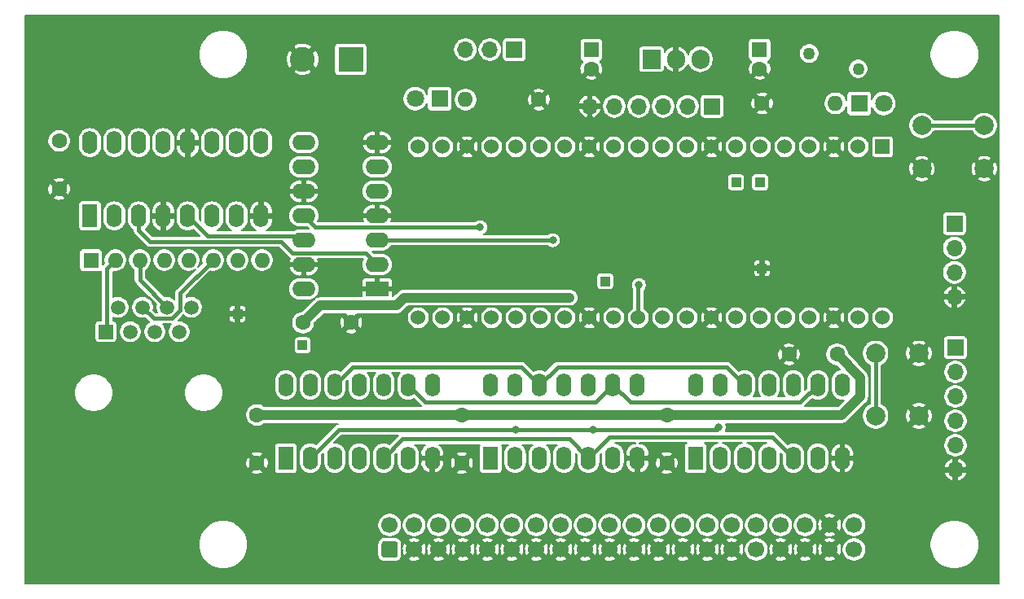
<source format=gbr>
%TF.GenerationSoftware,KiCad,Pcbnew,(5.1.9)-1*%
%TF.CreationDate,2021-03-28T23:40:50-04:00*%
%TF.ProjectId,Smart_Reciever_Max,536d6172-745f-4526-9563-69657665725f,v2*%
%TF.SameCoordinates,Original*%
%TF.FileFunction,Copper,L1,Top*%
%TF.FilePolarity,Positive*%
%FSLAX46Y46*%
G04 Gerber Fmt 4.6, Leading zero omitted, Abs format (unit mm)*
G04 Created by KiCad (PCBNEW (5.1.9)-1) date 2021-03-28 23:40:50*
%MOMM*%
%LPD*%
G01*
G04 APERTURE LIST*
%TA.AperFunction,ComponentPad*%
%ADD10R,1.000000X1.000000*%
%TD*%
%TA.AperFunction,ComponentPad*%
%ADD11C,1.524000*%
%TD*%
%TA.AperFunction,ComponentPad*%
%ADD12R,1.524000X1.524000*%
%TD*%
%TA.AperFunction,ComponentPad*%
%ADD13O,2.400000X1.600000*%
%TD*%
%TA.AperFunction,ComponentPad*%
%ADD14R,2.400000X1.600000*%
%TD*%
%TA.AperFunction,ComponentPad*%
%ADD15O,1.600000X2.400000*%
%TD*%
%TA.AperFunction,ComponentPad*%
%ADD16R,1.600000X2.400000*%
%TD*%
%TA.AperFunction,ComponentPad*%
%ADD17C,2.000000*%
%TD*%
%TA.AperFunction,ComponentPad*%
%ADD18O,1.600000X1.600000*%
%TD*%
%TA.AperFunction,ComponentPad*%
%ADD19R,1.600000X1.600000*%
%TD*%
%TA.AperFunction,ComponentPad*%
%ADD20C,1.600000*%
%TD*%
%TA.AperFunction,ComponentPad*%
%ADD21C,1.800000*%
%TD*%
%TA.AperFunction,ComponentPad*%
%ADD22R,1.800000X1.800000*%
%TD*%
%TA.AperFunction,ComponentPad*%
%ADD23O,1.700000X1.700000*%
%TD*%
%TA.AperFunction,ComponentPad*%
%ADD24R,1.700000X1.700000*%
%TD*%
%TA.AperFunction,ComponentPad*%
%ADD25C,2.600000*%
%TD*%
%TA.AperFunction,ComponentPad*%
%ADD26R,2.600000X2.600000*%
%TD*%
%TA.AperFunction,ComponentPad*%
%ADD27C,1.700000*%
%TD*%
%TA.AperFunction,ComponentPad*%
%ADD28C,1.270000*%
%TD*%
%TA.AperFunction,ComponentPad*%
%ADD29O,1.905000X2.000000*%
%TD*%
%TA.AperFunction,ComponentPad*%
%ADD30R,1.905000X2.000000*%
%TD*%
%TA.AperFunction,ComponentPad*%
%ADD31C,1.500000*%
%TD*%
%TA.AperFunction,ComponentPad*%
%ADD32R,1.500000X1.500000*%
%TD*%
%TA.AperFunction,ViaPad*%
%ADD33C,0.800000*%
%TD*%
%TA.AperFunction,Conductor*%
%ADD34C,1.000000*%
%TD*%
%TA.AperFunction,Conductor*%
%ADD35C,0.400000*%
%TD*%
%TA.AperFunction,Conductor*%
%ADD36C,0.200000*%
%TD*%
%TA.AperFunction,Conductor*%
%ADD37C,0.100000*%
%TD*%
G04 APERTURE END LIST*
D10*
%TO.P,TP6,1*%
%TO.N,GND*%
X179000000Y-85750000D03*
%TD*%
%TO.P,TP5,1*%
%TO.N,GND*%
X124500000Y-90500000D03*
%TD*%
%TO.P,TP4,1*%
%TO.N,+3V3*%
X131250000Y-93750000D03*
%TD*%
%TO.P,TP3,1*%
%TO.N,+3V3*%
X162700000Y-87100000D03*
%TD*%
D11*
%TO.P,U2,40*%
%TO.N,Net-(U2-Pad40)*%
X191530000Y-90890000D03*
%TO.P,U2,39*%
%TO.N,+5V*%
X188990000Y-90890000D03*
%TO.P,U2,38*%
%TO.N,GND*%
X186450000Y-90890000D03*
%TO.P,U2,37*%
%TO.N,Net-(U2-Pad37)*%
X183910000Y-90890000D03*
%TO.P,U2,36*%
%TO.N,+3V3*%
X181370000Y-90890000D03*
%TO.P,U2,35*%
%TO.N,Net-(U2-Pad35)*%
X178830000Y-90890000D03*
%TO.P,U2,34*%
%TO.N,EN4C*%
X176290000Y-90890000D03*
%TO.P,U2,33*%
%TO.N,GND*%
X173750000Y-90890000D03*
%TO.P,U2,32*%
%TO.N,EN3C*%
X171210000Y-90890000D03*
%TO.P,U2,31*%
%TO.N,EN2C*%
X168670000Y-90890000D03*
%TO.P,U2,30*%
%TO.N,RUN*%
X166130000Y-90890000D03*
%TO.P,U2,29*%
%TO.N,EN1C*%
X163590000Y-90890000D03*
%TO.P,U2,28*%
%TO.N,GND*%
X161050000Y-90890000D03*
%TO.P,U2,27*%
%TO.N,EN4B*%
X158510000Y-90890000D03*
%TO.P,U2,26*%
%TO.N,EN3B*%
X155970000Y-90890000D03*
%TO.P,U2,25*%
%TO.N,EN2B*%
X153430000Y-90890000D03*
%TO.P,U2,24*%
%TO.N,EN1B*%
X150890000Y-90890000D03*
%TO.P,U2,23*%
%TO.N,GND*%
X148350000Y-90890000D03*
%TO.P,U2,22*%
%TO.N,EN4A*%
X145810000Y-90890000D03*
%TO.P,U2,21*%
%TO.N,EN3A*%
X143270000Y-90890000D03*
%TO.P,U2,20*%
%TO.N,EN1A*%
X143270000Y-73110000D03*
%TO.P,U2,19*%
%TO.N,EN2A*%
X145810000Y-73110000D03*
%TO.P,U2,18*%
%TO.N,GND*%
X148350000Y-73110000D03*
%TO.P,U2,17*%
%TO.N,DATA4*%
X150890000Y-73110000D03*
%TO.P,U2,16*%
%TO.N,DATA3*%
X153430000Y-73110000D03*
%TO.P,U2,15*%
%TO.N,DATA2*%
X155970000Y-73110000D03*
%TO.P,U2,14*%
%TO.N,DATA1*%
X158510000Y-73110000D03*
%TO.P,U2,13*%
%TO.N,GND*%
X161050000Y-73110000D03*
%TO.P,U2,12*%
%TO.N,GPIO9*%
X163590000Y-73110000D03*
%TO.P,U2,11*%
%TO.N,GPIO8*%
X166130000Y-73110000D03*
%TO.P,U2,10*%
%TO.N,GPIO7*%
X168670000Y-73110000D03*
%TO.P,U2,9*%
%TO.N,GPIO6*%
X171210000Y-73110000D03*
%TO.P,U2,8*%
%TO.N,GND*%
X173750000Y-73110000D03*
%TO.P,U2,7*%
%TO.N,Net-(TP2-Pad1)*%
X176290000Y-73110000D03*
%TO.P,U2,6*%
%TO.N,Net-(TP1-Pad1)*%
X178830000Y-73110000D03*
%TO.P,U2,5*%
%TO.N,GPIO3*%
X181370000Y-73110000D03*
%TO.P,U2,4*%
%TO.N,GPIO2*%
X183910000Y-73110000D03*
%TO.P,U2,3*%
%TO.N,GND*%
X186450000Y-73110000D03*
%TO.P,U2,2*%
%TO.N,GPIO1*%
X188990000Y-73110000D03*
D12*
%TO.P,U2,1*%
%TO.N,GPIO0*%
X191530000Y-73110000D03*
%TD*%
D13*
%TO.P,U7,14*%
%TO.N,+3V3*%
X131380000Y-87900000D03*
%TO.P,U7,7*%
%TO.N,GND*%
X139000000Y-72660000D03*
%TO.P,U7,13*%
X131380000Y-85360000D03*
%TO.P,U7,6*%
%TO.N,DATA4*%
X139000000Y-75200000D03*
%TO.P,U7,12*%
%TO.N,DATA3_3v3*%
X131380000Y-82820000D03*
%TO.P,U7,5*%
%TO.N,DATA4_3v3*%
X139000000Y-77740000D03*
%TO.P,U7,11*%
%TO.N,DATA3*%
X131380000Y-80280000D03*
%TO.P,U7,4*%
%TO.N,GND*%
X139000000Y-80280000D03*
%TO.P,U7,10*%
X131380000Y-77740000D03*
%TO.P,U7,3*%
%TO.N,DATA1*%
X139000000Y-82820000D03*
%TO.P,U7,9*%
%TO.N,DATA2_3v3*%
X131380000Y-75200000D03*
%TO.P,U7,2*%
%TO.N,DATA1_3v3*%
X139000000Y-85360000D03*
%TO.P,U7,8*%
%TO.N,DATA2*%
X131380000Y-72660000D03*
D14*
%TO.P,U7,1*%
%TO.N,GND*%
X139000000Y-87900000D03*
%TD*%
D15*
%TO.P,U6,16*%
%TO.N,U6_V*%
X109150000Y-72680000D03*
%TO.P,U6,8*%
%TO.N,GND*%
X126930000Y-80300000D03*
%TO.P,U6,15*%
%TO.N,Serial2_N*%
X111690000Y-72680000D03*
%TO.P,U6,7*%
%TO.N,Serial3_N*%
X124390000Y-80300000D03*
%TO.P,U6,14*%
%TO.N,Serial2_P*%
X114230000Y-72680000D03*
%TO.P,U6,6*%
%TO.N,Serial3_P*%
X121850000Y-80300000D03*
%TO.P,U6,13*%
%TO.N,DATA2_3v3*%
X116770000Y-72680000D03*
%TO.P,U6,5*%
%TO.N,DATA3_3v3*%
X119310000Y-80300000D03*
%TO.P,U6,12*%
%TO.N,GND*%
X119310000Y-72680000D03*
%TO.P,U6,4*%
X116770000Y-80300000D03*
%TO.P,U6,11*%
%TO.N,DATA4_3v3*%
X121850000Y-72680000D03*
%TO.P,U6,3*%
%TO.N,DATA1_3v3*%
X114230000Y-80300000D03*
%TO.P,U6,10*%
%TO.N,Serial4_P*%
X124390000Y-72680000D03*
%TO.P,U6,2*%
%TO.N,Serial1_P*%
X111690000Y-80300000D03*
%TO.P,U6,9*%
%TO.N,Serial4_N*%
X126930000Y-72680000D03*
D16*
%TO.P,U6,1*%
%TO.N,Serial1_N*%
X109150000Y-80300000D03*
%TD*%
D15*
%TO.P,U5,14*%
%TO.N,+5V*%
X172100000Y-97880000D03*
%TO.P,U5,7*%
%TO.N,GND*%
X187340000Y-105500000D03*
%TO.P,U5,13*%
%TO.N,EN2C*%
X174640000Y-97880000D03*
%TO.P,U5,6*%
%TO.N,OUT11*%
X184800000Y-105500000D03*
%TO.P,U5,12*%
%TO.N,DATA2*%
X177180000Y-97880000D03*
%TO.P,U5,5*%
%TO.N,DATA3*%
X182260000Y-105500000D03*
%TO.P,U5,11*%
%TO.N,OUT10*%
X179720000Y-97880000D03*
%TO.P,U5,4*%
%TO.N,EN3C*%
X179720000Y-105500000D03*
%TO.P,U5,10*%
%TO.N,EN4C*%
X182260000Y-97880000D03*
%TO.P,U5,3*%
%TO.N,OUT9*%
X177180000Y-105500000D03*
%TO.P,U5,9*%
%TO.N,DATA4*%
X184800000Y-97880000D03*
%TO.P,U5,2*%
%TO.N,DATA1*%
X174640000Y-105500000D03*
%TO.P,U5,8*%
%TO.N,OUT12*%
X187340000Y-97880000D03*
D16*
%TO.P,U5,1*%
%TO.N,EN1C*%
X172100000Y-105500000D03*
%TD*%
D15*
%TO.P,U4,14*%
%TO.N,+5V*%
X150800000Y-97880000D03*
%TO.P,U4,7*%
%TO.N,GND*%
X166040000Y-105500000D03*
%TO.P,U4,13*%
%TO.N,EN2B*%
X153340000Y-97880000D03*
%TO.P,U4,6*%
%TO.N,OUT7*%
X163500000Y-105500000D03*
%TO.P,U4,12*%
%TO.N,DATA2*%
X155880000Y-97880000D03*
%TO.P,U4,5*%
%TO.N,DATA3*%
X160960000Y-105500000D03*
%TO.P,U4,11*%
%TO.N,OUT6*%
X158420000Y-97880000D03*
%TO.P,U4,4*%
%TO.N,EN3B*%
X158420000Y-105500000D03*
%TO.P,U4,10*%
%TO.N,EN4B*%
X160960000Y-97880000D03*
%TO.P,U4,3*%
%TO.N,OUT5*%
X155880000Y-105500000D03*
%TO.P,U4,9*%
%TO.N,DATA4*%
X163500000Y-97880000D03*
%TO.P,U4,2*%
%TO.N,DATA1*%
X153340000Y-105500000D03*
%TO.P,U4,8*%
%TO.N,OUT8*%
X166040000Y-97880000D03*
D16*
%TO.P,U4,1*%
%TO.N,EN1B*%
X150800000Y-105500000D03*
%TD*%
D15*
%TO.P,U3,14*%
%TO.N,+5V*%
X129500000Y-97880000D03*
%TO.P,U3,7*%
%TO.N,GND*%
X144740000Y-105500000D03*
%TO.P,U3,13*%
%TO.N,EN2A*%
X132040000Y-97880000D03*
%TO.P,U3,6*%
%TO.N,OUT3*%
X142200000Y-105500000D03*
%TO.P,U3,12*%
%TO.N,DATA2*%
X134580000Y-97880000D03*
%TO.P,U3,5*%
%TO.N,DATA3*%
X139660000Y-105500000D03*
%TO.P,U3,11*%
%TO.N,OUT2*%
X137120000Y-97880000D03*
%TO.P,U3,4*%
%TO.N,EN3A*%
X137120000Y-105500000D03*
%TO.P,U3,10*%
%TO.N,EN4A*%
X139660000Y-97880000D03*
%TO.P,U3,3*%
%TO.N,OUT1*%
X134580000Y-105500000D03*
%TO.P,U3,9*%
%TO.N,DATA4*%
X142200000Y-97880000D03*
%TO.P,U3,2*%
%TO.N,DATA1*%
X132040000Y-105500000D03*
%TO.P,U3,8*%
%TO.N,OUT4*%
X144740000Y-97880000D03*
D16*
%TO.P,U3,1*%
%TO.N,EN1A*%
X129500000Y-105500000D03*
%TD*%
D10*
%TO.P,TP2,1*%
%TO.N,Net-(TP2-Pad1)*%
X176300000Y-76800000D03*
%TD*%
%TO.P,TP1,1*%
%TO.N,Net-(TP1-Pad1)*%
X178800000Y-76800000D03*
%TD*%
D17*
%TO.P,SW2,1*%
%TO.N,RUN*%
X190800000Y-94600000D03*
%TO.P,SW2,2*%
%TO.N,GND*%
X195300000Y-94600000D03*
%TO.P,SW2,1*%
%TO.N,RUN*%
X190800000Y-101100000D03*
%TO.P,SW2,2*%
%TO.N,GND*%
X195300000Y-101100000D03*
%TD*%
%TO.P,SW1,1*%
%TO.N,GPIO2*%
X202100000Y-70900000D03*
%TO.P,SW1,2*%
%TO.N,GND*%
X202100000Y-75400000D03*
%TO.P,SW1,1*%
%TO.N,GPIO2*%
X195600000Y-70900000D03*
%TO.P,SW1,2*%
%TO.N,GND*%
X195600000Y-75400000D03*
%TD*%
D18*
%TO.P,RN1,8*%
%TO.N,Serial4_N*%
X127030000Y-84900000D03*
%TO.P,RN1,7*%
%TO.N,Serial4_P*%
X124490000Y-84900000D03*
%TO.P,RN1,6*%
%TO.N,Serial3_N*%
X121950000Y-84900000D03*
%TO.P,RN1,5*%
%TO.N,Serial3_P*%
X119410000Y-84900000D03*
%TO.P,RN1,4*%
%TO.N,Serial2_P*%
X116870000Y-84900000D03*
%TO.P,RN1,3*%
%TO.N,Serial2_N*%
X114330000Y-84900000D03*
%TO.P,RN1,2*%
%TO.N,Serial1_P*%
X111790000Y-84900000D03*
D19*
%TO.P,RN1,1*%
%TO.N,Serial1_N*%
X109250000Y-84900000D03*
%TD*%
D18*
%TO.P,R2,2*%
%TO.N,Net-(D2-Pad1)*%
X186620000Y-68600000D03*
D20*
%TO.P,R2,1*%
%TO.N,GND*%
X179000000Y-68600000D03*
%TD*%
D18*
%TO.P,R1,2*%
%TO.N,Net-(D1-Pad1)*%
X148180000Y-68200000D03*
D20*
%TO.P,R1,1*%
%TO.N,GND*%
X155800000Y-68200000D03*
%TD*%
D21*
%TO.P,D2,2*%
%TO.N,GPIO3*%
X191640000Y-68600000D03*
D22*
%TO.P,D2,1*%
%TO.N,Net-(D2-Pad1)*%
X189100000Y-68600000D03*
%TD*%
D21*
%TO.P,D1,2*%
%TO.N,VIN2*%
X142960000Y-68100000D03*
D22*
%TO.P,D1,1*%
%TO.N,Net-(D1-Pad1)*%
X145500000Y-68100000D03*
%TD*%
D20*
%TO.P,C8,2*%
%TO.N,GND*%
X136300000Y-91400000D03*
%TO.P,C8,1*%
%TO.N,+3V3*%
X131300000Y-91400000D03*
%TD*%
%TO.P,C7,2*%
%TO.N,GND*%
X169100000Y-106000000D03*
%TO.P,C7,1*%
%TO.N,+5V*%
X169100000Y-101000000D03*
%TD*%
%TO.P,C6,2*%
%TO.N,GND*%
X147800000Y-106000000D03*
%TO.P,C6,1*%
%TO.N,+5V*%
X147800000Y-101000000D03*
%TD*%
%TO.P,C5,2*%
%TO.N,GND*%
X126500000Y-106000000D03*
%TO.P,C5,1*%
%TO.N,+5V*%
X126500000Y-101000000D03*
%TD*%
%TO.P,C4,2*%
%TO.N,GND*%
X105950000Y-77500000D03*
%TO.P,C4,1*%
%TO.N,U6_V*%
X105950000Y-72500000D03*
%TD*%
%TO.P,C3,2*%
%TO.N,GND*%
X181800000Y-94700000D03*
%TO.P,C3,1*%
%TO.N,+5V*%
X186800000Y-94700000D03*
%TD*%
D23*
%TO.P,J7,6*%
%TO.N,GND*%
X161100000Y-68900000D03*
%TO.P,J7,5*%
%TO.N,GPIO9*%
X163640000Y-68900000D03*
%TO.P,J7,4*%
%TO.N,GPIO8*%
X166180000Y-68900000D03*
%TO.P,J7,3*%
%TO.N,GPIO7*%
X168720000Y-68900000D03*
%TO.P,J7,2*%
%TO.N,GPIO6*%
X171260000Y-68900000D03*
D24*
%TO.P,J7,1*%
%TO.N,+5V*%
X173800000Y-68900000D03*
%TD*%
D23*
%TO.P,J6,6*%
%TO.N,GND*%
X199100000Y-106700000D03*
%TO.P,J6,5*%
%TO.N,OUT16*%
X199100000Y-104160000D03*
%TO.P,J6,4*%
%TO.N,OUT15*%
X199100000Y-101620000D03*
%TO.P,J6,3*%
%TO.N,OUT14*%
X199100000Y-99080000D03*
%TO.P,J6,2*%
%TO.N,OUT13*%
X199100000Y-96540000D03*
D24*
%TO.P,J6,1*%
%TO.N,+5V*%
X199100000Y-94000000D03*
%TD*%
D25*
%TO.P,J1,2*%
%TO.N,GND*%
X131250000Y-64000000D03*
D26*
%TO.P,J1,1*%
%TO.N,VIN2*%
X136250000Y-64000000D03*
%TD*%
D23*
%TO.P,J5,4*%
%TO.N,GND*%
X199000000Y-88720000D03*
%TO.P,J5,3*%
%TO.N,GPIO1*%
X199000000Y-86180000D03*
%TO.P,J5,2*%
%TO.N,GPIO0*%
X199000000Y-83640000D03*
D24*
%TO.P,J5,1*%
%TO.N,+5V*%
X199000000Y-81100000D03*
%TD*%
D27*
%TO.P,J2,40*%
%TO.N,+5V*%
X188560000Y-112460000D03*
%TO.P,J2,38*%
%TO.N,GND*%
X186020000Y-112460000D03*
%TO.P,J2,36*%
%TO.N,OUT16*%
X183480000Y-112460000D03*
%TO.P,J2,34*%
%TO.N,OUT15*%
X180940000Y-112460000D03*
%TO.P,J2,32*%
%TO.N,OUT14*%
X178400000Y-112460000D03*
%TO.P,J2,30*%
%TO.N,Net-(J2-Pad30)*%
X175860000Y-112460000D03*
%TO.P,J2,28*%
%TO.N,OUT12*%
X173320000Y-112460000D03*
%TO.P,J2,26*%
%TO.N,OUT11*%
X170780000Y-112460000D03*
%TO.P,J2,24*%
%TO.N,OUT10*%
X168240000Y-112460000D03*
%TO.P,J2,22*%
%TO.N,OUT9*%
X165700000Y-112460000D03*
%TO.P,J2,20*%
%TO.N,OUT8*%
X163160000Y-112460000D03*
%TO.P,J2,18*%
%TO.N,OUT7*%
X160620000Y-112460000D03*
%TO.P,J2,16*%
%TO.N,OUT6*%
X158080000Y-112460000D03*
%TO.P,J2,14*%
%TO.N,OUT5*%
X155540000Y-112460000D03*
%TO.P,J2,12*%
%TO.N,OUT4*%
X153000000Y-112460000D03*
%TO.P,J2,10*%
%TO.N,OUT3*%
X150460000Y-112460000D03*
%TO.P,J2,8*%
%TO.N,OUT2*%
X147920000Y-112460000D03*
%TO.P,J2,6*%
%TO.N,OUT1*%
X145380000Y-112460000D03*
%TO.P,J2,4*%
%TO.N,+5V*%
X142840000Y-112460000D03*
%TO.P,J2,2*%
X140300000Y-112460000D03*
%TO.P,J2,39*%
X188560000Y-115000000D03*
%TO.P,J2,37*%
%TO.N,GND*%
X186020000Y-115000000D03*
%TO.P,J2,35*%
X183480000Y-115000000D03*
%TO.P,J2,33*%
X180940000Y-115000000D03*
%TO.P,J2,31*%
%TO.N,OUT13*%
X178400000Y-115000000D03*
%TO.P,J2,29*%
%TO.N,GND*%
X175860000Y-115000000D03*
%TO.P,J2,27*%
X173320000Y-115000000D03*
%TO.P,J2,25*%
X170780000Y-115000000D03*
%TO.P,J2,23*%
X168240000Y-115000000D03*
%TO.P,J2,21*%
X165700000Y-115000000D03*
%TO.P,J2,19*%
X163160000Y-115000000D03*
%TO.P,J2,17*%
X160620000Y-115000000D03*
%TO.P,J2,15*%
X158080000Y-115000000D03*
%TO.P,J2,13*%
X155540000Y-115000000D03*
%TO.P,J2,11*%
X153000000Y-115000000D03*
%TO.P,J2,9*%
X150460000Y-115000000D03*
%TO.P,J2,7*%
X147920000Y-115000000D03*
%TO.P,J2,5*%
X145380000Y-115000000D03*
%TO.P,J2,3*%
X142840000Y-115000000D03*
%TO.P,J2,1*%
%TO.N,Net-(J2-Pad1)*%
%TA.AperFunction,ComponentPad*%
G36*
G01*
X140900000Y-115850000D02*
X139700000Y-115850000D01*
G75*
G02*
X139450000Y-115600000I0J250000D01*
G01*
X139450000Y-114400000D01*
G75*
G02*
X139700000Y-114150000I250000J0D01*
G01*
X140900000Y-114150000D01*
G75*
G02*
X141150000Y-114400000I0J-250000D01*
G01*
X141150000Y-115600000D01*
G75*
G02*
X140900000Y-115850000I-250000J0D01*
G01*
G37*
%TD.AperFunction*%
%TD*%
D28*
%TO.P,F1,1*%
%TO.N,+5V*%
X189000000Y-65000000D03*
%TO.P,F1,2*%
%TO.N,5IN*%
X183900000Y-63400000D03*
%TD*%
D20*
%TO.P,C2,2*%
%TO.N,GND*%
X178750000Y-65000000D03*
D19*
%TO.P,C2,1*%
%TO.N,5IN*%
X178750000Y-63000000D03*
%TD*%
D20*
%TO.P,C1,2*%
%TO.N,GND*%
X161250000Y-65000000D03*
D19*
%TO.P,C1,1*%
%TO.N,/PWR*%
X161250000Y-63000000D03*
%TD*%
D29*
%TO.P,U1,3*%
%TO.N,5IN*%
X172580000Y-64000000D03*
%TO.P,U1,2*%
%TO.N,GND*%
X170040000Y-64000000D03*
D30*
%TO.P,U1,1*%
%TO.N,/PWR*%
X167500000Y-64000000D03*
%TD*%
D23*
%TO.P,J4,3*%
%TO.N,5IN*%
X148170000Y-63000000D03*
%TO.P,J4,2*%
%TO.N,VIN2*%
X150710000Y-63000000D03*
D24*
%TO.P,J4,1*%
%TO.N,/PWR*%
X153250000Y-63000000D03*
%TD*%
D31*
%TO.P,J3,8*%
%TO.N,Serial4_N*%
X119690000Y-89810000D03*
%TO.P,J3,7*%
%TO.N,Serial4_P*%
X118420000Y-92350000D03*
%TO.P,J3,6*%
%TO.N,Serial2_N*%
X117150000Y-89810000D03*
%TO.P,J3,5*%
%TO.N,Serial3_P*%
X115880000Y-92350000D03*
%TO.P,J3,4*%
%TO.N,Serial3_N*%
X114610000Y-89810000D03*
%TO.P,J3,3*%
%TO.N,Serial2_P*%
X113340000Y-92350000D03*
%TO.P,J3,2*%
%TO.N,Serial1_N*%
X112070000Y-89810000D03*
D32*
%TO.P,J3,1*%
%TO.N,Serial1_P*%
X110800000Y-92350000D03*
%TD*%
D33*
%TO.N,GND*%
X148200000Y-87200000D03*
X151000000Y-87200000D03*
X153200000Y-87200000D03*
X193600000Y-60700000D03*
X145850000Y-62950000D03*
X174550000Y-61900000D03*
X140200000Y-61000000D03*
X182600000Y-60750000D03*
X145700000Y-87200000D03*
X146800000Y-94900000D03*
X168600000Y-94600000D03*
X163800000Y-94600000D03*
X150600000Y-94900000D03*
X182600000Y-102800000D03*
X184800000Y-102800000D03*
X153000000Y-76400000D03*
X148400000Y-78400000D03*
X145600000Y-78400000D03*
X156000000Y-87200000D03*
X156000000Y-81200000D03*
X156000000Y-84200000D03*
X152200000Y-81400000D03*
X159400000Y-87000000D03*
X161300000Y-109000000D03*
X141600000Y-110700000D03*
X134900000Y-108000000D03*
X133300000Y-99600000D03*
X133300000Y-102500000D03*
X127000000Y-97600000D03*
X139500000Y-103500000D03*
X138500000Y-99500000D03*
X140900000Y-99500000D03*
X178600000Y-102300000D03*
X189000000Y-86000000D03*
X182000000Y-86000000D03*
X169000000Y-86000000D03*
X189000000Y-79000000D03*
X195000000Y-85000000D03*
X181000000Y-75500000D03*
X202500000Y-68000000D03*
X184000000Y-69000000D03*
X140500000Y-66500000D03*
X131000000Y-70500000D03*
X121000000Y-92000000D03*
X108500000Y-91000000D03*
X104500000Y-94000000D03*
X124500000Y-94500000D03*
X113000000Y-96500000D03*
X118500000Y-96500000D03*
X106000000Y-86500000D03*
X127500000Y-87500000D03*
X129000000Y-94000000D03*
X129000000Y-92000000D03*
X157500000Y-109000000D03*
X153500000Y-110000000D03*
X166000000Y-110000000D03*
X191500000Y-112500000D03*
X195000000Y-111000000D03*
X203000000Y-110500000D03*
X182400000Y-88700000D03*
X190000000Y-89000000D03*
X194500000Y-91000000D03*
X202200000Y-81400000D03*
X203100000Y-95300000D03*
X203100000Y-88800000D03*
X203100000Y-102100000D03*
X118000000Y-61000000D03*
X110000000Y-61000000D03*
X104000000Y-61000000D03*
X104000000Y-68000000D03*
X110000000Y-68000000D03*
X118000000Y-68000000D03*
X111000000Y-77000000D03*
X104000000Y-116000000D03*
X117000000Y-116000000D03*
X132000000Y-116000000D03*
X104000000Y-105000000D03*
X117000000Y-105000000D03*
X130750000Y-110750000D03*
X122750000Y-105000000D03*
X129500000Y-103000000D03*
%TO.N,+3V3*%
X159000000Y-88800000D03*
%TO.N,DATA3*%
X149700000Y-81500000D03*
%TO.N,DATA1*%
X174500001Y-102299999D03*
X153400000Y-102500000D03*
X161400000Y-102500000D03*
X157250000Y-82820000D03*
%TO.N,RUN*%
X166200000Y-87500000D03*
%TD*%
D34*
%TO.N,+5V*%
X189200000Y-97100000D02*
X186800000Y-94700000D01*
X189200000Y-99100000D02*
X189200000Y-97100000D01*
X187300000Y-101000000D02*
X189200000Y-99100000D01*
X126500000Y-101000000D02*
X187300000Y-101000000D01*
%TO.N,+3V3*%
X133100000Y-89600000D02*
X131300000Y-91400000D01*
X141800000Y-88800000D02*
X141000000Y-89600000D01*
X141000000Y-89600000D02*
X133100000Y-89600000D01*
X159000000Y-88800000D02*
X141800000Y-88800000D01*
D35*
%TO.N,DATA4*%
X165320000Y-99700000D02*
X163500000Y-97880000D01*
X182980000Y-99700000D02*
X165320000Y-99700000D01*
X184800000Y-97880000D02*
X182980000Y-99700000D01*
X144020000Y-99700000D02*
X142200000Y-97880000D01*
X161680000Y-99700000D02*
X144020000Y-99700000D01*
X163500000Y-97880000D02*
X161680000Y-99700000D01*
%TO.N,DATA3*%
X141660000Y-103500000D02*
X139660000Y-105500000D01*
X158960000Y-103500000D02*
X141660000Y-103500000D01*
X160960000Y-105500000D02*
X158960000Y-103500000D01*
X163160000Y-103300000D02*
X160960000Y-105500000D01*
X180060000Y-103300000D02*
X163160000Y-103300000D01*
X182260000Y-105500000D02*
X180060000Y-103300000D01*
X132600000Y-81500000D02*
X149700000Y-81500000D01*
X131380000Y-80280000D02*
X132600000Y-81500000D01*
%TO.N,DATA2*%
X157760000Y-96000000D02*
X155880000Y-97880000D01*
X175300000Y-96000000D02*
X157760000Y-96000000D01*
X177180000Y-97880000D02*
X175300000Y-96000000D01*
X154000000Y-96000000D02*
X155880000Y-97880000D01*
X136460000Y-96000000D02*
X154000000Y-96000000D01*
X134580000Y-97880000D02*
X136460000Y-96000000D01*
%TO.N,DATA1*%
X135040000Y-102500000D02*
X153400000Y-102500000D01*
X132040000Y-105500000D02*
X135040000Y-102500000D01*
X174300000Y-102500000D02*
X153400000Y-102500000D01*
X174500001Y-102299999D02*
X174300000Y-102500000D01*
X140600000Y-82820000D02*
X157316004Y-82820000D01*
X139000000Y-82820000D02*
X140600000Y-82820000D01*
%TO.N,GPIO2*%
X195600000Y-70900000D02*
X202100000Y-70900000D01*
%TO.N,Serial2_N*%
X114330000Y-86990000D02*
X117150000Y-89810000D01*
X114330000Y-84900000D02*
X114330000Y-86990000D01*
%TO.N,Serial3_N*%
X115760001Y-90960001D02*
X114610000Y-89810000D01*
X117702001Y-90960001D02*
X115760001Y-90960001D01*
X118539999Y-90122003D02*
X117702001Y-90960001D01*
X118539999Y-88310001D02*
X118539999Y-90122003D01*
X121950000Y-84900000D02*
X118539999Y-88310001D01*
%TO.N,Serial1_P*%
X110919999Y-92230001D02*
X110800000Y-92350000D01*
X110919999Y-85770001D02*
X110919999Y-92230001D01*
X111790000Y-84900000D02*
X110919999Y-85770001D01*
%TO.N,RUN*%
X190800000Y-94600000D02*
X190800000Y-101100000D01*
X166130000Y-90890000D02*
X166130000Y-87570000D01*
X166130000Y-87570000D02*
X166200000Y-87500000D01*
%TO.N,DATA1_3v3*%
X114230000Y-81830000D02*
X114230000Y-80300000D01*
X115400000Y-83000000D02*
X114230000Y-81830000D01*
X129026500Y-83000000D02*
X115400000Y-83000000D01*
X130186490Y-84159990D02*
X129026500Y-83000000D01*
X137799990Y-84159990D02*
X130186490Y-84159990D01*
X139000000Y-85360000D02*
X137799990Y-84159990D01*
%TO.N,DATA3_3v3*%
X130960000Y-82400000D02*
X131380000Y-82820000D01*
X121410000Y-82400000D02*
X130960000Y-82400000D01*
X119310000Y-80300000D02*
X121410000Y-82400000D01*
%TD*%
D36*
%TO.N,GND*%
X203567000Y-118567000D02*
X102433000Y-118567000D01*
X102433000Y-114248059D01*
X120442000Y-114248059D01*
X120442000Y-114751941D01*
X120540303Y-115246141D01*
X120733130Y-115711667D01*
X121013072Y-116130630D01*
X121369370Y-116486928D01*
X121788333Y-116766870D01*
X122253859Y-116959697D01*
X122748059Y-117058000D01*
X123251941Y-117058000D01*
X123746141Y-116959697D01*
X124211667Y-116766870D01*
X124630630Y-116486928D01*
X124986928Y-116130630D01*
X125266870Y-115711667D01*
X125459697Y-115246141D01*
X125558000Y-114751941D01*
X125558000Y-114400000D01*
X139040026Y-114400000D01*
X139040026Y-115600000D01*
X139052707Y-115728755D01*
X139090264Y-115852561D01*
X139151252Y-115966662D01*
X139233328Y-116066672D01*
X139333338Y-116148748D01*
X139447439Y-116209736D01*
X139571245Y-116247293D01*
X139700000Y-116259974D01*
X140900000Y-116259974D01*
X141028755Y-116247293D01*
X141152561Y-116209736D01*
X141266662Y-116148748D01*
X141366672Y-116066672D01*
X141448748Y-115966662D01*
X141455938Y-115953209D01*
X142175291Y-115953209D01*
X142271767Y-116129171D01*
X142502976Y-116218331D01*
X142747136Y-116260672D01*
X142994866Y-116254565D01*
X143236643Y-116200246D01*
X143408233Y-116129171D01*
X143504709Y-115953209D01*
X144715291Y-115953209D01*
X144811767Y-116129171D01*
X145042976Y-116218331D01*
X145287136Y-116260672D01*
X145534866Y-116254565D01*
X145776643Y-116200246D01*
X145948233Y-116129171D01*
X146044709Y-115953209D01*
X147255291Y-115953209D01*
X147351767Y-116129171D01*
X147582976Y-116218331D01*
X147827136Y-116260672D01*
X148074866Y-116254565D01*
X148316643Y-116200246D01*
X148488233Y-116129171D01*
X148584709Y-115953209D01*
X149795291Y-115953209D01*
X149891767Y-116129171D01*
X150122976Y-116218331D01*
X150367136Y-116260672D01*
X150614866Y-116254565D01*
X150856643Y-116200246D01*
X151028233Y-116129171D01*
X151124709Y-115953209D01*
X152335291Y-115953209D01*
X152431767Y-116129171D01*
X152662976Y-116218331D01*
X152907136Y-116260672D01*
X153154866Y-116254565D01*
X153396643Y-116200246D01*
X153568233Y-116129171D01*
X153664709Y-115953209D01*
X154875291Y-115953209D01*
X154971767Y-116129171D01*
X155202976Y-116218331D01*
X155447136Y-116260672D01*
X155694866Y-116254565D01*
X155936643Y-116200246D01*
X156108233Y-116129171D01*
X156204709Y-115953209D01*
X157415291Y-115953209D01*
X157511767Y-116129171D01*
X157742976Y-116218331D01*
X157987136Y-116260672D01*
X158234866Y-116254565D01*
X158476643Y-116200246D01*
X158648233Y-116129171D01*
X158744709Y-115953209D01*
X159955291Y-115953209D01*
X160051767Y-116129171D01*
X160282976Y-116218331D01*
X160527136Y-116260672D01*
X160774866Y-116254565D01*
X161016643Y-116200246D01*
X161188233Y-116129171D01*
X161284709Y-115953209D01*
X162495291Y-115953209D01*
X162591767Y-116129171D01*
X162822976Y-116218331D01*
X163067136Y-116260672D01*
X163314866Y-116254565D01*
X163556643Y-116200246D01*
X163728233Y-116129171D01*
X163824709Y-115953209D01*
X165035291Y-115953209D01*
X165131767Y-116129171D01*
X165362976Y-116218331D01*
X165607136Y-116260672D01*
X165854866Y-116254565D01*
X166096643Y-116200246D01*
X166268233Y-116129171D01*
X166364709Y-115953209D01*
X167575291Y-115953209D01*
X167671767Y-116129171D01*
X167902976Y-116218331D01*
X168147136Y-116260672D01*
X168394866Y-116254565D01*
X168636643Y-116200246D01*
X168808233Y-116129171D01*
X168904709Y-115953209D01*
X170115291Y-115953209D01*
X170211767Y-116129171D01*
X170442976Y-116218331D01*
X170687136Y-116260672D01*
X170934866Y-116254565D01*
X171176643Y-116200246D01*
X171348233Y-116129171D01*
X171444709Y-115953209D01*
X172655291Y-115953209D01*
X172751767Y-116129171D01*
X172982976Y-116218331D01*
X173227136Y-116260672D01*
X173474866Y-116254565D01*
X173716643Y-116200246D01*
X173888233Y-116129171D01*
X173984709Y-115953209D01*
X175195291Y-115953209D01*
X175291767Y-116129171D01*
X175522976Y-116218331D01*
X175767136Y-116260672D01*
X176014866Y-116254565D01*
X176256643Y-116200246D01*
X176428233Y-116129171D01*
X176524709Y-115953209D01*
X175860000Y-115288500D01*
X175195291Y-115953209D01*
X173984709Y-115953209D01*
X173320000Y-115288500D01*
X172655291Y-115953209D01*
X171444709Y-115953209D01*
X170780000Y-115288500D01*
X170115291Y-115953209D01*
X168904709Y-115953209D01*
X168240000Y-115288500D01*
X167575291Y-115953209D01*
X166364709Y-115953209D01*
X165700000Y-115288500D01*
X165035291Y-115953209D01*
X163824709Y-115953209D01*
X163160000Y-115288500D01*
X162495291Y-115953209D01*
X161284709Y-115953209D01*
X160620000Y-115288500D01*
X159955291Y-115953209D01*
X158744709Y-115953209D01*
X158080000Y-115288500D01*
X157415291Y-115953209D01*
X156204709Y-115953209D01*
X155540000Y-115288500D01*
X154875291Y-115953209D01*
X153664709Y-115953209D01*
X153000000Y-115288500D01*
X152335291Y-115953209D01*
X151124709Y-115953209D01*
X150460000Y-115288500D01*
X149795291Y-115953209D01*
X148584709Y-115953209D01*
X147920000Y-115288500D01*
X147255291Y-115953209D01*
X146044709Y-115953209D01*
X145380000Y-115288500D01*
X144715291Y-115953209D01*
X143504709Y-115953209D01*
X142840000Y-115288500D01*
X142175291Y-115953209D01*
X141455938Y-115953209D01*
X141509736Y-115852561D01*
X141547293Y-115728755D01*
X141559974Y-115600000D01*
X141559974Y-114907136D01*
X141579328Y-114907136D01*
X141585435Y-115154866D01*
X141639754Y-115396643D01*
X141710829Y-115568233D01*
X141886791Y-115664709D01*
X142551500Y-115000000D01*
X143128500Y-115000000D01*
X143793209Y-115664709D01*
X143969171Y-115568233D01*
X144058331Y-115337024D01*
X144100672Y-115092864D01*
X144096094Y-114907136D01*
X144119328Y-114907136D01*
X144125435Y-115154866D01*
X144179754Y-115396643D01*
X144250829Y-115568233D01*
X144426791Y-115664709D01*
X145091500Y-115000000D01*
X145668500Y-115000000D01*
X146333209Y-115664709D01*
X146509171Y-115568233D01*
X146598331Y-115337024D01*
X146640672Y-115092864D01*
X146636094Y-114907136D01*
X146659328Y-114907136D01*
X146665435Y-115154866D01*
X146719754Y-115396643D01*
X146790829Y-115568233D01*
X146966791Y-115664709D01*
X147631500Y-115000000D01*
X148208500Y-115000000D01*
X148873209Y-115664709D01*
X149049171Y-115568233D01*
X149138331Y-115337024D01*
X149180672Y-115092864D01*
X149176094Y-114907136D01*
X149199328Y-114907136D01*
X149205435Y-115154866D01*
X149259754Y-115396643D01*
X149330829Y-115568233D01*
X149506791Y-115664709D01*
X150171500Y-115000000D01*
X150748500Y-115000000D01*
X151413209Y-115664709D01*
X151589171Y-115568233D01*
X151678331Y-115337024D01*
X151720672Y-115092864D01*
X151716094Y-114907136D01*
X151739328Y-114907136D01*
X151745435Y-115154866D01*
X151799754Y-115396643D01*
X151870829Y-115568233D01*
X152046791Y-115664709D01*
X152711500Y-115000000D01*
X153288500Y-115000000D01*
X153953209Y-115664709D01*
X154129171Y-115568233D01*
X154218331Y-115337024D01*
X154260672Y-115092864D01*
X154256094Y-114907136D01*
X154279328Y-114907136D01*
X154285435Y-115154866D01*
X154339754Y-115396643D01*
X154410829Y-115568233D01*
X154586791Y-115664709D01*
X155251500Y-115000000D01*
X155828500Y-115000000D01*
X156493209Y-115664709D01*
X156669171Y-115568233D01*
X156758331Y-115337024D01*
X156800672Y-115092864D01*
X156796094Y-114907136D01*
X156819328Y-114907136D01*
X156825435Y-115154866D01*
X156879754Y-115396643D01*
X156950829Y-115568233D01*
X157126791Y-115664709D01*
X157791500Y-115000000D01*
X158368500Y-115000000D01*
X159033209Y-115664709D01*
X159209171Y-115568233D01*
X159298331Y-115337024D01*
X159340672Y-115092864D01*
X159336094Y-114907136D01*
X159359328Y-114907136D01*
X159365435Y-115154866D01*
X159419754Y-115396643D01*
X159490829Y-115568233D01*
X159666791Y-115664709D01*
X160331500Y-115000000D01*
X160908500Y-115000000D01*
X161573209Y-115664709D01*
X161749171Y-115568233D01*
X161838331Y-115337024D01*
X161880672Y-115092864D01*
X161876094Y-114907136D01*
X161899328Y-114907136D01*
X161905435Y-115154866D01*
X161959754Y-115396643D01*
X162030829Y-115568233D01*
X162206791Y-115664709D01*
X162871500Y-115000000D01*
X163448500Y-115000000D01*
X164113209Y-115664709D01*
X164289171Y-115568233D01*
X164378331Y-115337024D01*
X164420672Y-115092864D01*
X164416094Y-114907136D01*
X164439328Y-114907136D01*
X164445435Y-115154866D01*
X164499754Y-115396643D01*
X164570829Y-115568233D01*
X164746791Y-115664709D01*
X165411500Y-115000000D01*
X165988500Y-115000000D01*
X166653209Y-115664709D01*
X166829171Y-115568233D01*
X166918331Y-115337024D01*
X166960672Y-115092864D01*
X166956094Y-114907136D01*
X166979328Y-114907136D01*
X166985435Y-115154866D01*
X167039754Y-115396643D01*
X167110829Y-115568233D01*
X167286791Y-115664709D01*
X167951500Y-115000000D01*
X168528500Y-115000000D01*
X169193209Y-115664709D01*
X169369171Y-115568233D01*
X169458331Y-115337024D01*
X169500672Y-115092864D01*
X169496094Y-114907136D01*
X169519328Y-114907136D01*
X169525435Y-115154866D01*
X169579754Y-115396643D01*
X169650829Y-115568233D01*
X169826791Y-115664709D01*
X170491500Y-115000000D01*
X171068500Y-115000000D01*
X171733209Y-115664709D01*
X171909171Y-115568233D01*
X171998331Y-115337024D01*
X172040672Y-115092864D01*
X172036094Y-114907136D01*
X172059328Y-114907136D01*
X172065435Y-115154866D01*
X172119754Y-115396643D01*
X172190829Y-115568233D01*
X172366791Y-115664709D01*
X173031500Y-115000000D01*
X173608500Y-115000000D01*
X174273209Y-115664709D01*
X174449171Y-115568233D01*
X174538331Y-115337024D01*
X174580672Y-115092864D01*
X174576094Y-114907136D01*
X174599328Y-114907136D01*
X174605435Y-115154866D01*
X174659754Y-115396643D01*
X174730829Y-115568233D01*
X174906791Y-115664709D01*
X175571500Y-115000000D01*
X176148500Y-115000000D01*
X176813209Y-115664709D01*
X176989171Y-115568233D01*
X177078331Y-115337024D01*
X177120672Y-115092864D01*
X177115329Y-114876098D01*
X177142000Y-114876098D01*
X177142000Y-115123902D01*
X177190344Y-115366945D01*
X177285175Y-115595886D01*
X177422848Y-115801928D01*
X177598072Y-115977152D01*
X177804114Y-116114825D01*
X178033055Y-116209656D01*
X178276098Y-116258000D01*
X178523902Y-116258000D01*
X178766945Y-116209656D01*
X178995886Y-116114825D01*
X179201928Y-115977152D01*
X179225871Y-115953209D01*
X180275291Y-115953209D01*
X180371767Y-116129171D01*
X180602976Y-116218331D01*
X180847136Y-116260672D01*
X181094866Y-116254565D01*
X181336643Y-116200246D01*
X181508233Y-116129171D01*
X181604709Y-115953209D01*
X182815291Y-115953209D01*
X182911767Y-116129171D01*
X183142976Y-116218331D01*
X183387136Y-116260672D01*
X183634866Y-116254565D01*
X183876643Y-116200246D01*
X184048233Y-116129171D01*
X184144709Y-115953209D01*
X185355291Y-115953209D01*
X185451767Y-116129171D01*
X185682976Y-116218331D01*
X185927136Y-116260672D01*
X186174866Y-116254565D01*
X186416643Y-116200246D01*
X186588233Y-116129171D01*
X186684709Y-115953209D01*
X186020000Y-115288500D01*
X185355291Y-115953209D01*
X184144709Y-115953209D01*
X183480000Y-115288500D01*
X182815291Y-115953209D01*
X181604709Y-115953209D01*
X180940000Y-115288500D01*
X180275291Y-115953209D01*
X179225871Y-115953209D01*
X179377152Y-115801928D01*
X179514825Y-115595886D01*
X179609656Y-115366945D01*
X179658000Y-115123902D01*
X179658000Y-114907136D01*
X179679328Y-114907136D01*
X179685435Y-115154866D01*
X179739754Y-115396643D01*
X179810829Y-115568233D01*
X179986791Y-115664709D01*
X180651500Y-115000000D01*
X181228500Y-115000000D01*
X181893209Y-115664709D01*
X182069171Y-115568233D01*
X182158331Y-115337024D01*
X182200672Y-115092864D01*
X182196094Y-114907136D01*
X182219328Y-114907136D01*
X182225435Y-115154866D01*
X182279754Y-115396643D01*
X182350829Y-115568233D01*
X182526791Y-115664709D01*
X183191500Y-115000000D01*
X183768500Y-115000000D01*
X184433209Y-115664709D01*
X184609171Y-115568233D01*
X184698331Y-115337024D01*
X184740672Y-115092864D01*
X184736094Y-114907136D01*
X184759328Y-114907136D01*
X184765435Y-115154866D01*
X184819754Y-115396643D01*
X184890829Y-115568233D01*
X185066791Y-115664709D01*
X185731500Y-115000000D01*
X186308500Y-115000000D01*
X186973209Y-115664709D01*
X187149171Y-115568233D01*
X187238331Y-115337024D01*
X187280672Y-115092864D01*
X187275329Y-114876098D01*
X187302000Y-114876098D01*
X187302000Y-115123902D01*
X187350344Y-115366945D01*
X187445175Y-115595886D01*
X187582848Y-115801928D01*
X187758072Y-115977152D01*
X187964114Y-116114825D01*
X188193055Y-116209656D01*
X188436098Y-116258000D01*
X188683902Y-116258000D01*
X188926945Y-116209656D01*
X189155886Y-116114825D01*
X189361928Y-115977152D01*
X189537152Y-115801928D01*
X189674825Y-115595886D01*
X189769656Y-115366945D01*
X189818000Y-115123902D01*
X189818000Y-114876098D01*
X189769656Y-114633055D01*
X189674825Y-114404114D01*
X189570553Y-114248059D01*
X196442000Y-114248059D01*
X196442000Y-114751941D01*
X196540303Y-115246141D01*
X196733130Y-115711667D01*
X197013072Y-116130630D01*
X197369370Y-116486928D01*
X197788333Y-116766870D01*
X198253859Y-116959697D01*
X198748059Y-117058000D01*
X199251941Y-117058000D01*
X199746141Y-116959697D01*
X200211667Y-116766870D01*
X200630630Y-116486928D01*
X200986928Y-116130630D01*
X201266870Y-115711667D01*
X201459697Y-115246141D01*
X201558000Y-114751941D01*
X201558000Y-114248059D01*
X201459697Y-113753859D01*
X201266870Y-113288333D01*
X200986928Y-112869370D01*
X200630630Y-112513072D01*
X200211667Y-112233130D01*
X199746141Y-112040303D01*
X199251941Y-111942000D01*
X198748059Y-111942000D01*
X198253859Y-112040303D01*
X197788333Y-112233130D01*
X197369370Y-112513072D01*
X197013072Y-112869370D01*
X196733130Y-113288333D01*
X196540303Y-113753859D01*
X196442000Y-114248059D01*
X189570553Y-114248059D01*
X189537152Y-114198072D01*
X189361928Y-114022848D01*
X189155886Y-113885175D01*
X188926945Y-113790344D01*
X188683902Y-113742000D01*
X188436098Y-113742000D01*
X188193055Y-113790344D01*
X187964114Y-113885175D01*
X187758072Y-114022848D01*
X187582848Y-114198072D01*
X187445175Y-114404114D01*
X187350344Y-114633055D01*
X187302000Y-114876098D01*
X187275329Y-114876098D01*
X187274565Y-114845134D01*
X187220246Y-114603357D01*
X187149171Y-114431767D01*
X186973209Y-114335291D01*
X186308500Y-115000000D01*
X185731500Y-115000000D01*
X185066791Y-114335291D01*
X184890829Y-114431767D01*
X184801669Y-114662976D01*
X184759328Y-114907136D01*
X184736094Y-114907136D01*
X184734565Y-114845134D01*
X184680246Y-114603357D01*
X184609171Y-114431767D01*
X184433209Y-114335291D01*
X183768500Y-115000000D01*
X183191500Y-115000000D01*
X182526791Y-114335291D01*
X182350829Y-114431767D01*
X182261669Y-114662976D01*
X182219328Y-114907136D01*
X182196094Y-114907136D01*
X182194565Y-114845134D01*
X182140246Y-114603357D01*
X182069171Y-114431767D01*
X181893209Y-114335291D01*
X181228500Y-115000000D01*
X180651500Y-115000000D01*
X179986791Y-114335291D01*
X179810829Y-114431767D01*
X179721669Y-114662976D01*
X179679328Y-114907136D01*
X179658000Y-114907136D01*
X179658000Y-114876098D01*
X179609656Y-114633055D01*
X179514825Y-114404114D01*
X179377152Y-114198072D01*
X179225871Y-114046791D01*
X180275291Y-114046791D01*
X180940000Y-114711500D01*
X181604709Y-114046791D01*
X182815291Y-114046791D01*
X183480000Y-114711500D01*
X184144709Y-114046791D01*
X185355291Y-114046791D01*
X186020000Y-114711500D01*
X186684709Y-114046791D01*
X186588233Y-113870829D01*
X186357024Y-113781669D01*
X186112864Y-113739328D01*
X185865134Y-113745435D01*
X185623357Y-113799754D01*
X185451767Y-113870829D01*
X185355291Y-114046791D01*
X184144709Y-114046791D01*
X184048233Y-113870829D01*
X183817024Y-113781669D01*
X183572864Y-113739328D01*
X183325134Y-113745435D01*
X183083357Y-113799754D01*
X182911767Y-113870829D01*
X182815291Y-114046791D01*
X181604709Y-114046791D01*
X181508233Y-113870829D01*
X181277024Y-113781669D01*
X181032864Y-113739328D01*
X180785134Y-113745435D01*
X180543357Y-113799754D01*
X180371767Y-113870829D01*
X180275291Y-114046791D01*
X179225871Y-114046791D01*
X179201928Y-114022848D01*
X178995886Y-113885175D01*
X178766945Y-113790344D01*
X178523902Y-113742000D01*
X178276098Y-113742000D01*
X178033055Y-113790344D01*
X177804114Y-113885175D01*
X177598072Y-114022848D01*
X177422848Y-114198072D01*
X177285175Y-114404114D01*
X177190344Y-114633055D01*
X177142000Y-114876098D01*
X177115329Y-114876098D01*
X177114565Y-114845134D01*
X177060246Y-114603357D01*
X176989171Y-114431767D01*
X176813209Y-114335291D01*
X176148500Y-115000000D01*
X175571500Y-115000000D01*
X174906791Y-114335291D01*
X174730829Y-114431767D01*
X174641669Y-114662976D01*
X174599328Y-114907136D01*
X174576094Y-114907136D01*
X174574565Y-114845134D01*
X174520246Y-114603357D01*
X174449171Y-114431767D01*
X174273209Y-114335291D01*
X173608500Y-115000000D01*
X173031500Y-115000000D01*
X172366791Y-114335291D01*
X172190829Y-114431767D01*
X172101669Y-114662976D01*
X172059328Y-114907136D01*
X172036094Y-114907136D01*
X172034565Y-114845134D01*
X171980246Y-114603357D01*
X171909171Y-114431767D01*
X171733209Y-114335291D01*
X171068500Y-115000000D01*
X170491500Y-115000000D01*
X169826791Y-114335291D01*
X169650829Y-114431767D01*
X169561669Y-114662976D01*
X169519328Y-114907136D01*
X169496094Y-114907136D01*
X169494565Y-114845134D01*
X169440246Y-114603357D01*
X169369171Y-114431767D01*
X169193209Y-114335291D01*
X168528500Y-115000000D01*
X167951500Y-115000000D01*
X167286791Y-114335291D01*
X167110829Y-114431767D01*
X167021669Y-114662976D01*
X166979328Y-114907136D01*
X166956094Y-114907136D01*
X166954565Y-114845134D01*
X166900246Y-114603357D01*
X166829171Y-114431767D01*
X166653209Y-114335291D01*
X165988500Y-115000000D01*
X165411500Y-115000000D01*
X164746791Y-114335291D01*
X164570829Y-114431767D01*
X164481669Y-114662976D01*
X164439328Y-114907136D01*
X164416094Y-114907136D01*
X164414565Y-114845134D01*
X164360246Y-114603357D01*
X164289171Y-114431767D01*
X164113209Y-114335291D01*
X163448500Y-115000000D01*
X162871500Y-115000000D01*
X162206791Y-114335291D01*
X162030829Y-114431767D01*
X161941669Y-114662976D01*
X161899328Y-114907136D01*
X161876094Y-114907136D01*
X161874565Y-114845134D01*
X161820246Y-114603357D01*
X161749171Y-114431767D01*
X161573209Y-114335291D01*
X160908500Y-115000000D01*
X160331500Y-115000000D01*
X159666791Y-114335291D01*
X159490829Y-114431767D01*
X159401669Y-114662976D01*
X159359328Y-114907136D01*
X159336094Y-114907136D01*
X159334565Y-114845134D01*
X159280246Y-114603357D01*
X159209171Y-114431767D01*
X159033209Y-114335291D01*
X158368500Y-115000000D01*
X157791500Y-115000000D01*
X157126791Y-114335291D01*
X156950829Y-114431767D01*
X156861669Y-114662976D01*
X156819328Y-114907136D01*
X156796094Y-114907136D01*
X156794565Y-114845134D01*
X156740246Y-114603357D01*
X156669171Y-114431767D01*
X156493209Y-114335291D01*
X155828500Y-115000000D01*
X155251500Y-115000000D01*
X154586791Y-114335291D01*
X154410829Y-114431767D01*
X154321669Y-114662976D01*
X154279328Y-114907136D01*
X154256094Y-114907136D01*
X154254565Y-114845134D01*
X154200246Y-114603357D01*
X154129171Y-114431767D01*
X153953209Y-114335291D01*
X153288500Y-115000000D01*
X152711500Y-115000000D01*
X152046791Y-114335291D01*
X151870829Y-114431767D01*
X151781669Y-114662976D01*
X151739328Y-114907136D01*
X151716094Y-114907136D01*
X151714565Y-114845134D01*
X151660246Y-114603357D01*
X151589171Y-114431767D01*
X151413209Y-114335291D01*
X150748500Y-115000000D01*
X150171500Y-115000000D01*
X149506791Y-114335291D01*
X149330829Y-114431767D01*
X149241669Y-114662976D01*
X149199328Y-114907136D01*
X149176094Y-114907136D01*
X149174565Y-114845134D01*
X149120246Y-114603357D01*
X149049171Y-114431767D01*
X148873209Y-114335291D01*
X148208500Y-115000000D01*
X147631500Y-115000000D01*
X146966791Y-114335291D01*
X146790829Y-114431767D01*
X146701669Y-114662976D01*
X146659328Y-114907136D01*
X146636094Y-114907136D01*
X146634565Y-114845134D01*
X146580246Y-114603357D01*
X146509171Y-114431767D01*
X146333209Y-114335291D01*
X145668500Y-115000000D01*
X145091500Y-115000000D01*
X144426791Y-114335291D01*
X144250829Y-114431767D01*
X144161669Y-114662976D01*
X144119328Y-114907136D01*
X144096094Y-114907136D01*
X144094565Y-114845134D01*
X144040246Y-114603357D01*
X143969171Y-114431767D01*
X143793209Y-114335291D01*
X143128500Y-115000000D01*
X142551500Y-115000000D01*
X141886791Y-114335291D01*
X141710829Y-114431767D01*
X141621669Y-114662976D01*
X141579328Y-114907136D01*
X141559974Y-114907136D01*
X141559974Y-114400000D01*
X141547293Y-114271245D01*
X141509736Y-114147439D01*
X141455939Y-114046791D01*
X142175291Y-114046791D01*
X142840000Y-114711500D01*
X143504709Y-114046791D01*
X144715291Y-114046791D01*
X145380000Y-114711500D01*
X146044709Y-114046791D01*
X147255291Y-114046791D01*
X147920000Y-114711500D01*
X148584709Y-114046791D01*
X149795291Y-114046791D01*
X150460000Y-114711500D01*
X151124709Y-114046791D01*
X152335291Y-114046791D01*
X153000000Y-114711500D01*
X153664709Y-114046791D01*
X154875291Y-114046791D01*
X155540000Y-114711500D01*
X156204709Y-114046791D01*
X157415291Y-114046791D01*
X158080000Y-114711500D01*
X158744709Y-114046791D01*
X159955291Y-114046791D01*
X160620000Y-114711500D01*
X161284709Y-114046791D01*
X162495291Y-114046791D01*
X163160000Y-114711500D01*
X163824709Y-114046791D01*
X165035291Y-114046791D01*
X165700000Y-114711500D01*
X166364709Y-114046791D01*
X167575291Y-114046791D01*
X168240000Y-114711500D01*
X168904709Y-114046791D01*
X170115291Y-114046791D01*
X170780000Y-114711500D01*
X171444709Y-114046791D01*
X172655291Y-114046791D01*
X173320000Y-114711500D01*
X173984709Y-114046791D01*
X175195291Y-114046791D01*
X175860000Y-114711500D01*
X176524709Y-114046791D01*
X176428233Y-113870829D01*
X176197024Y-113781669D01*
X175952864Y-113739328D01*
X175705134Y-113745435D01*
X175463357Y-113799754D01*
X175291767Y-113870829D01*
X175195291Y-114046791D01*
X173984709Y-114046791D01*
X173888233Y-113870829D01*
X173657024Y-113781669D01*
X173412864Y-113739328D01*
X173165134Y-113745435D01*
X172923357Y-113799754D01*
X172751767Y-113870829D01*
X172655291Y-114046791D01*
X171444709Y-114046791D01*
X171348233Y-113870829D01*
X171117024Y-113781669D01*
X170872864Y-113739328D01*
X170625134Y-113745435D01*
X170383357Y-113799754D01*
X170211767Y-113870829D01*
X170115291Y-114046791D01*
X168904709Y-114046791D01*
X168808233Y-113870829D01*
X168577024Y-113781669D01*
X168332864Y-113739328D01*
X168085134Y-113745435D01*
X167843357Y-113799754D01*
X167671767Y-113870829D01*
X167575291Y-114046791D01*
X166364709Y-114046791D01*
X166268233Y-113870829D01*
X166037024Y-113781669D01*
X165792864Y-113739328D01*
X165545134Y-113745435D01*
X165303357Y-113799754D01*
X165131767Y-113870829D01*
X165035291Y-114046791D01*
X163824709Y-114046791D01*
X163728233Y-113870829D01*
X163497024Y-113781669D01*
X163252864Y-113739328D01*
X163005134Y-113745435D01*
X162763357Y-113799754D01*
X162591767Y-113870829D01*
X162495291Y-114046791D01*
X161284709Y-114046791D01*
X161188233Y-113870829D01*
X160957024Y-113781669D01*
X160712864Y-113739328D01*
X160465134Y-113745435D01*
X160223357Y-113799754D01*
X160051767Y-113870829D01*
X159955291Y-114046791D01*
X158744709Y-114046791D01*
X158648233Y-113870829D01*
X158417024Y-113781669D01*
X158172864Y-113739328D01*
X157925134Y-113745435D01*
X157683357Y-113799754D01*
X157511767Y-113870829D01*
X157415291Y-114046791D01*
X156204709Y-114046791D01*
X156108233Y-113870829D01*
X155877024Y-113781669D01*
X155632864Y-113739328D01*
X155385134Y-113745435D01*
X155143357Y-113799754D01*
X154971767Y-113870829D01*
X154875291Y-114046791D01*
X153664709Y-114046791D01*
X153568233Y-113870829D01*
X153337024Y-113781669D01*
X153092864Y-113739328D01*
X152845134Y-113745435D01*
X152603357Y-113799754D01*
X152431767Y-113870829D01*
X152335291Y-114046791D01*
X151124709Y-114046791D01*
X151028233Y-113870829D01*
X150797024Y-113781669D01*
X150552864Y-113739328D01*
X150305134Y-113745435D01*
X150063357Y-113799754D01*
X149891767Y-113870829D01*
X149795291Y-114046791D01*
X148584709Y-114046791D01*
X148488233Y-113870829D01*
X148257024Y-113781669D01*
X148012864Y-113739328D01*
X147765134Y-113745435D01*
X147523357Y-113799754D01*
X147351767Y-113870829D01*
X147255291Y-114046791D01*
X146044709Y-114046791D01*
X145948233Y-113870829D01*
X145717024Y-113781669D01*
X145472864Y-113739328D01*
X145225134Y-113745435D01*
X144983357Y-113799754D01*
X144811767Y-113870829D01*
X144715291Y-114046791D01*
X143504709Y-114046791D01*
X143408233Y-113870829D01*
X143177024Y-113781669D01*
X142932864Y-113739328D01*
X142685134Y-113745435D01*
X142443357Y-113799754D01*
X142271767Y-113870829D01*
X142175291Y-114046791D01*
X141455939Y-114046791D01*
X141448748Y-114033338D01*
X141366672Y-113933328D01*
X141266662Y-113851252D01*
X141152561Y-113790264D01*
X141028755Y-113752707D01*
X140900000Y-113740026D01*
X139700000Y-113740026D01*
X139571245Y-113752707D01*
X139447439Y-113790264D01*
X139333338Y-113851252D01*
X139233328Y-113933328D01*
X139151252Y-114033338D01*
X139090264Y-114147439D01*
X139052707Y-114271245D01*
X139040026Y-114400000D01*
X125558000Y-114400000D01*
X125558000Y-114248059D01*
X125459697Y-113753859D01*
X125266870Y-113288333D01*
X124986928Y-112869370D01*
X124630630Y-112513072D01*
X124365770Y-112336098D01*
X139042000Y-112336098D01*
X139042000Y-112583902D01*
X139090344Y-112826945D01*
X139185175Y-113055886D01*
X139322848Y-113261928D01*
X139498072Y-113437152D01*
X139704114Y-113574825D01*
X139933055Y-113669656D01*
X140176098Y-113718000D01*
X140423902Y-113718000D01*
X140666945Y-113669656D01*
X140895886Y-113574825D01*
X141101928Y-113437152D01*
X141277152Y-113261928D01*
X141414825Y-113055886D01*
X141509656Y-112826945D01*
X141558000Y-112583902D01*
X141558000Y-112336098D01*
X141582000Y-112336098D01*
X141582000Y-112583902D01*
X141630344Y-112826945D01*
X141725175Y-113055886D01*
X141862848Y-113261928D01*
X142038072Y-113437152D01*
X142244114Y-113574825D01*
X142473055Y-113669656D01*
X142716098Y-113718000D01*
X142963902Y-113718000D01*
X143206945Y-113669656D01*
X143435886Y-113574825D01*
X143641928Y-113437152D01*
X143817152Y-113261928D01*
X143954825Y-113055886D01*
X144049656Y-112826945D01*
X144098000Y-112583902D01*
X144098000Y-112336098D01*
X144122000Y-112336098D01*
X144122000Y-112583902D01*
X144170344Y-112826945D01*
X144265175Y-113055886D01*
X144402848Y-113261928D01*
X144578072Y-113437152D01*
X144784114Y-113574825D01*
X145013055Y-113669656D01*
X145256098Y-113718000D01*
X145503902Y-113718000D01*
X145746945Y-113669656D01*
X145975886Y-113574825D01*
X146181928Y-113437152D01*
X146357152Y-113261928D01*
X146494825Y-113055886D01*
X146589656Y-112826945D01*
X146638000Y-112583902D01*
X146638000Y-112336098D01*
X146662000Y-112336098D01*
X146662000Y-112583902D01*
X146710344Y-112826945D01*
X146805175Y-113055886D01*
X146942848Y-113261928D01*
X147118072Y-113437152D01*
X147324114Y-113574825D01*
X147553055Y-113669656D01*
X147796098Y-113718000D01*
X148043902Y-113718000D01*
X148286945Y-113669656D01*
X148515886Y-113574825D01*
X148721928Y-113437152D01*
X148897152Y-113261928D01*
X149034825Y-113055886D01*
X149129656Y-112826945D01*
X149178000Y-112583902D01*
X149178000Y-112336098D01*
X149202000Y-112336098D01*
X149202000Y-112583902D01*
X149250344Y-112826945D01*
X149345175Y-113055886D01*
X149482848Y-113261928D01*
X149658072Y-113437152D01*
X149864114Y-113574825D01*
X150093055Y-113669656D01*
X150336098Y-113718000D01*
X150583902Y-113718000D01*
X150826945Y-113669656D01*
X151055886Y-113574825D01*
X151261928Y-113437152D01*
X151437152Y-113261928D01*
X151574825Y-113055886D01*
X151669656Y-112826945D01*
X151718000Y-112583902D01*
X151718000Y-112336098D01*
X151742000Y-112336098D01*
X151742000Y-112583902D01*
X151790344Y-112826945D01*
X151885175Y-113055886D01*
X152022848Y-113261928D01*
X152198072Y-113437152D01*
X152404114Y-113574825D01*
X152633055Y-113669656D01*
X152876098Y-113718000D01*
X153123902Y-113718000D01*
X153366945Y-113669656D01*
X153595886Y-113574825D01*
X153801928Y-113437152D01*
X153977152Y-113261928D01*
X154114825Y-113055886D01*
X154209656Y-112826945D01*
X154258000Y-112583902D01*
X154258000Y-112336098D01*
X154282000Y-112336098D01*
X154282000Y-112583902D01*
X154330344Y-112826945D01*
X154425175Y-113055886D01*
X154562848Y-113261928D01*
X154738072Y-113437152D01*
X154944114Y-113574825D01*
X155173055Y-113669656D01*
X155416098Y-113718000D01*
X155663902Y-113718000D01*
X155906945Y-113669656D01*
X156135886Y-113574825D01*
X156341928Y-113437152D01*
X156517152Y-113261928D01*
X156654825Y-113055886D01*
X156749656Y-112826945D01*
X156798000Y-112583902D01*
X156798000Y-112336098D01*
X156822000Y-112336098D01*
X156822000Y-112583902D01*
X156870344Y-112826945D01*
X156965175Y-113055886D01*
X157102848Y-113261928D01*
X157278072Y-113437152D01*
X157484114Y-113574825D01*
X157713055Y-113669656D01*
X157956098Y-113718000D01*
X158203902Y-113718000D01*
X158446945Y-113669656D01*
X158675886Y-113574825D01*
X158881928Y-113437152D01*
X159057152Y-113261928D01*
X159194825Y-113055886D01*
X159289656Y-112826945D01*
X159338000Y-112583902D01*
X159338000Y-112336098D01*
X159362000Y-112336098D01*
X159362000Y-112583902D01*
X159410344Y-112826945D01*
X159505175Y-113055886D01*
X159642848Y-113261928D01*
X159818072Y-113437152D01*
X160024114Y-113574825D01*
X160253055Y-113669656D01*
X160496098Y-113718000D01*
X160743902Y-113718000D01*
X160986945Y-113669656D01*
X161215886Y-113574825D01*
X161421928Y-113437152D01*
X161597152Y-113261928D01*
X161734825Y-113055886D01*
X161829656Y-112826945D01*
X161878000Y-112583902D01*
X161878000Y-112336098D01*
X161902000Y-112336098D01*
X161902000Y-112583902D01*
X161950344Y-112826945D01*
X162045175Y-113055886D01*
X162182848Y-113261928D01*
X162358072Y-113437152D01*
X162564114Y-113574825D01*
X162793055Y-113669656D01*
X163036098Y-113718000D01*
X163283902Y-113718000D01*
X163526945Y-113669656D01*
X163755886Y-113574825D01*
X163961928Y-113437152D01*
X164137152Y-113261928D01*
X164274825Y-113055886D01*
X164369656Y-112826945D01*
X164418000Y-112583902D01*
X164418000Y-112336098D01*
X164442000Y-112336098D01*
X164442000Y-112583902D01*
X164490344Y-112826945D01*
X164585175Y-113055886D01*
X164722848Y-113261928D01*
X164898072Y-113437152D01*
X165104114Y-113574825D01*
X165333055Y-113669656D01*
X165576098Y-113718000D01*
X165823902Y-113718000D01*
X166066945Y-113669656D01*
X166295886Y-113574825D01*
X166501928Y-113437152D01*
X166677152Y-113261928D01*
X166814825Y-113055886D01*
X166909656Y-112826945D01*
X166958000Y-112583902D01*
X166958000Y-112336098D01*
X166982000Y-112336098D01*
X166982000Y-112583902D01*
X167030344Y-112826945D01*
X167125175Y-113055886D01*
X167262848Y-113261928D01*
X167438072Y-113437152D01*
X167644114Y-113574825D01*
X167873055Y-113669656D01*
X168116098Y-113718000D01*
X168363902Y-113718000D01*
X168606945Y-113669656D01*
X168835886Y-113574825D01*
X169041928Y-113437152D01*
X169217152Y-113261928D01*
X169354825Y-113055886D01*
X169449656Y-112826945D01*
X169498000Y-112583902D01*
X169498000Y-112336098D01*
X169522000Y-112336098D01*
X169522000Y-112583902D01*
X169570344Y-112826945D01*
X169665175Y-113055886D01*
X169802848Y-113261928D01*
X169978072Y-113437152D01*
X170184114Y-113574825D01*
X170413055Y-113669656D01*
X170656098Y-113718000D01*
X170903902Y-113718000D01*
X171146945Y-113669656D01*
X171375886Y-113574825D01*
X171581928Y-113437152D01*
X171757152Y-113261928D01*
X171894825Y-113055886D01*
X171989656Y-112826945D01*
X172038000Y-112583902D01*
X172038000Y-112336098D01*
X172062000Y-112336098D01*
X172062000Y-112583902D01*
X172110344Y-112826945D01*
X172205175Y-113055886D01*
X172342848Y-113261928D01*
X172518072Y-113437152D01*
X172724114Y-113574825D01*
X172953055Y-113669656D01*
X173196098Y-113718000D01*
X173443902Y-113718000D01*
X173686945Y-113669656D01*
X173915886Y-113574825D01*
X174121928Y-113437152D01*
X174297152Y-113261928D01*
X174434825Y-113055886D01*
X174529656Y-112826945D01*
X174578000Y-112583902D01*
X174578000Y-112336098D01*
X174602000Y-112336098D01*
X174602000Y-112583902D01*
X174650344Y-112826945D01*
X174745175Y-113055886D01*
X174882848Y-113261928D01*
X175058072Y-113437152D01*
X175264114Y-113574825D01*
X175493055Y-113669656D01*
X175736098Y-113718000D01*
X175983902Y-113718000D01*
X176226945Y-113669656D01*
X176455886Y-113574825D01*
X176661928Y-113437152D01*
X176837152Y-113261928D01*
X176974825Y-113055886D01*
X177069656Y-112826945D01*
X177118000Y-112583902D01*
X177118000Y-112336098D01*
X177142000Y-112336098D01*
X177142000Y-112583902D01*
X177190344Y-112826945D01*
X177285175Y-113055886D01*
X177422848Y-113261928D01*
X177598072Y-113437152D01*
X177804114Y-113574825D01*
X178033055Y-113669656D01*
X178276098Y-113718000D01*
X178523902Y-113718000D01*
X178766945Y-113669656D01*
X178995886Y-113574825D01*
X179201928Y-113437152D01*
X179377152Y-113261928D01*
X179514825Y-113055886D01*
X179609656Y-112826945D01*
X179658000Y-112583902D01*
X179658000Y-112336098D01*
X179682000Y-112336098D01*
X179682000Y-112583902D01*
X179730344Y-112826945D01*
X179825175Y-113055886D01*
X179962848Y-113261928D01*
X180138072Y-113437152D01*
X180344114Y-113574825D01*
X180573055Y-113669656D01*
X180816098Y-113718000D01*
X181063902Y-113718000D01*
X181306945Y-113669656D01*
X181535886Y-113574825D01*
X181741928Y-113437152D01*
X181917152Y-113261928D01*
X182054825Y-113055886D01*
X182149656Y-112826945D01*
X182198000Y-112583902D01*
X182198000Y-112336098D01*
X182222000Y-112336098D01*
X182222000Y-112583902D01*
X182270344Y-112826945D01*
X182365175Y-113055886D01*
X182502848Y-113261928D01*
X182678072Y-113437152D01*
X182884114Y-113574825D01*
X183113055Y-113669656D01*
X183356098Y-113718000D01*
X183603902Y-113718000D01*
X183846945Y-113669656D01*
X184075886Y-113574825D01*
X184281928Y-113437152D01*
X184305871Y-113413209D01*
X185355291Y-113413209D01*
X185451767Y-113589171D01*
X185682976Y-113678331D01*
X185927136Y-113720672D01*
X186174866Y-113714565D01*
X186416643Y-113660246D01*
X186588233Y-113589171D01*
X186684709Y-113413209D01*
X186020000Y-112748500D01*
X185355291Y-113413209D01*
X184305871Y-113413209D01*
X184457152Y-113261928D01*
X184594825Y-113055886D01*
X184689656Y-112826945D01*
X184738000Y-112583902D01*
X184738000Y-112367136D01*
X184759328Y-112367136D01*
X184765435Y-112614866D01*
X184819754Y-112856643D01*
X184890829Y-113028233D01*
X185066791Y-113124709D01*
X185731500Y-112460000D01*
X186308500Y-112460000D01*
X186973209Y-113124709D01*
X187149171Y-113028233D01*
X187238331Y-112797024D01*
X187280672Y-112552864D01*
X187275329Y-112336098D01*
X187302000Y-112336098D01*
X187302000Y-112583902D01*
X187350344Y-112826945D01*
X187445175Y-113055886D01*
X187582848Y-113261928D01*
X187758072Y-113437152D01*
X187964114Y-113574825D01*
X188193055Y-113669656D01*
X188436098Y-113718000D01*
X188683902Y-113718000D01*
X188926945Y-113669656D01*
X189155886Y-113574825D01*
X189361928Y-113437152D01*
X189537152Y-113261928D01*
X189674825Y-113055886D01*
X189769656Y-112826945D01*
X189818000Y-112583902D01*
X189818000Y-112336098D01*
X189769656Y-112093055D01*
X189674825Y-111864114D01*
X189537152Y-111658072D01*
X189361928Y-111482848D01*
X189155886Y-111345175D01*
X188926945Y-111250344D01*
X188683902Y-111202000D01*
X188436098Y-111202000D01*
X188193055Y-111250344D01*
X187964114Y-111345175D01*
X187758072Y-111482848D01*
X187582848Y-111658072D01*
X187445175Y-111864114D01*
X187350344Y-112093055D01*
X187302000Y-112336098D01*
X187275329Y-112336098D01*
X187274565Y-112305134D01*
X187220246Y-112063357D01*
X187149171Y-111891767D01*
X186973209Y-111795291D01*
X186308500Y-112460000D01*
X185731500Y-112460000D01*
X185066791Y-111795291D01*
X184890829Y-111891767D01*
X184801669Y-112122976D01*
X184759328Y-112367136D01*
X184738000Y-112367136D01*
X184738000Y-112336098D01*
X184689656Y-112093055D01*
X184594825Y-111864114D01*
X184457152Y-111658072D01*
X184305871Y-111506791D01*
X185355291Y-111506791D01*
X186020000Y-112171500D01*
X186684709Y-111506791D01*
X186588233Y-111330829D01*
X186357024Y-111241669D01*
X186112864Y-111199328D01*
X185865134Y-111205435D01*
X185623357Y-111259754D01*
X185451767Y-111330829D01*
X185355291Y-111506791D01*
X184305871Y-111506791D01*
X184281928Y-111482848D01*
X184075886Y-111345175D01*
X183846945Y-111250344D01*
X183603902Y-111202000D01*
X183356098Y-111202000D01*
X183113055Y-111250344D01*
X182884114Y-111345175D01*
X182678072Y-111482848D01*
X182502848Y-111658072D01*
X182365175Y-111864114D01*
X182270344Y-112093055D01*
X182222000Y-112336098D01*
X182198000Y-112336098D01*
X182149656Y-112093055D01*
X182054825Y-111864114D01*
X181917152Y-111658072D01*
X181741928Y-111482848D01*
X181535886Y-111345175D01*
X181306945Y-111250344D01*
X181063902Y-111202000D01*
X180816098Y-111202000D01*
X180573055Y-111250344D01*
X180344114Y-111345175D01*
X180138072Y-111482848D01*
X179962848Y-111658072D01*
X179825175Y-111864114D01*
X179730344Y-112093055D01*
X179682000Y-112336098D01*
X179658000Y-112336098D01*
X179609656Y-112093055D01*
X179514825Y-111864114D01*
X179377152Y-111658072D01*
X179201928Y-111482848D01*
X178995886Y-111345175D01*
X178766945Y-111250344D01*
X178523902Y-111202000D01*
X178276098Y-111202000D01*
X178033055Y-111250344D01*
X177804114Y-111345175D01*
X177598072Y-111482848D01*
X177422848Y-111658072D01*
X177285175Y-111864114D01*
X177190344Y-112093055D01*
X177142000Y-112336098D01*
X177118000Y-112336098D01*
X177069656Y-112093055D01*
X176974825Y-111864114D01*
X176837152Y-111658072D01*
X176661928Y-111482848D01*
X176455886Y-111345175D01*
X176226945Y-111250344D01*
X175983902Y-111202000D01*
X175736098Y-111202000D01*
X175493055Y-111250344D01*
X175264114Y-111345175D01*
X175058072Y-111482848D01*
X174882848Y-111658072D01*
X174745175Y-111864114D01*
X174650344Y-112093055D01*
X174602000Y-112336098D01*
X174578000Y-112336098D01*
X174529656Y-112093055D01*
X174434825Y-111864114D01*
X174297152Y-111658072D01*
X174121928Y-111482848D01*
X173915886Y-111345175D01*
X173686945Y-111250344D01*
X173443902Y-111202000D01*
X173196098Y-111202000D01*
X172953055Y-111250344D01*
X172724114Y-111345175D01*
X172518072Y-111482848D01*
X172342848Y-111658072D01*
X172205175Y-111864114D01*
X172110344Y-112093055D01*
X172062000Y-112336098D01*
X172038000Y-112336098D01*
X171989656Y-112093055D01*
X171894825Y-111864114D01*
X171757152Y-111658072D01*
X171581928Y-111482848D01*
X171375886Y-111345175D01*
X171146945Y-111250344D01*
X170903902Y-111202000D01*
X170656098Y-111202000D01*
X170413055Y-111250344D01*
X170184114Y-111345175D01*
X169978072Y-111482848D01*
X169802848Y-111658072D01*
X169665175Y-111864114D01*
X169570344Y-112093055D01*
X169522000Y-112336098D01*
X169498000Y-112336098D01*
X169449656Y-112093055D01*
X169354825Y-111864114D01*
X169217152Y-111658072D01*
X169041928Y-111482848D01*
X168835886Y-111345175D01*
X168606945Y-111250344D01*
X168363902Y-111202000D01*
X168116098Y-111202000D01*
X167873055Y-111250344D01*
X167644114Y-111345175D01*
X167438072Y-111482848D01*
X167262848Y-111658072D01*
X167125175Y-111864114D01*
X167030344Y-112093055D01*
X166982000Y-112336098D01*
X166958000Y-112336098D01*
X166909656Y-112093055D01*
X166814825Y-111864114D01*
X166677152Y-111658072D01*
X166501928Y-111482848D01*
X166295886Y-111345175D01*
X166066945Y-111250344D01*
X165823902Y-111202000D01*
X165576098Y-111202000D01*
X165333055Y-111250344D01*
X165104114Y-111345175D01*
X164898072Y-111482848D01*
X164722848Y-111658072D01*
X164585175Y-111864114D01*
X164490344Y-112093055D01*
X164442000Y-112336098D01*
X164418000Y-112336098D01*
X164369656Y-112093055D01*
X164274825Y-111864114D01*
X164137152Y-111658072D01*
X163961928Y-111482848D01*
X163755886Y-111345175D01*
X163526945Y-111250344D01*
X163283902Y-111202000D01*
X163036098Y-111202000D01*
X162793055Y-111250344D01*
X162564114Y-111345175D01*
X162358072Y-111482848D01*
X162182848Y-111658072D01*
X162045175Y-111864114D01*
X161950344Y-112093055D01*
X161902000Y-112336098D01*
X161878000Y-112336098D01*
X161829656Y-112093055D01*
X161734825Y-111864114D01*
X161597152Y-111658072D01*
X161421928Y-111482848D01*
X161215886Y-111345175D01*
X160986945Y-111250344D01*
X160743902Y-111202000D01*
X160496098Y-111202000D01*
X160253055Y-111250344D01*
X160024114Y-111345175D01*
X159818072Y-111482848D01*
X159642848Y-111658072D01*
X159505175Y-111864114D01*
X159410344Y-112093055D01*
X159362000Y-112336098D01*
X159338000Y-112336098D01*
X159289656Y-112093055D01*
X159194825Y-111864114D01*
X159057152Y-111658072D01*
X158881928Y-111482848D01*
X158675886Y-111345175D01*
X158446945Y-111250344D01*
X158203902Y-111202000D01*
X157956098Y-111202000D01*
X157713055Y-111250344D01*
X157484114Y-111345175D01*
X157278072Y-111482848D01*
X157102848Y-111658072D01*
X156965175Y-111864114D01*
X156870344Y-112093055D01*
X156822000Y-112336098D01*
X156798000Y-112336098D01*
X156749656Y-112093055D01*
X156654825Y-111864114D01*
X156517152Y-111658072D01*
X156341928Y-111482848D01*
X156135886Y-111345175D01*
X155906945Y-111250344D01*
X155663902Y-111202000D01*
X155416098Y-111202000D01*
X155173055Y-111250344D01*
X154944114Y-111345175D01*
X154738072Y-111482848D01*
X154562848Y-111658072D01*
X154425175Y-111864114D01*
X154330344Y-112093055D01*
X154282000Y-112336098D01*
X154258000Y-112336098D01*
X154209656Y-112093055D01*
X154114825Y-111864114D01*
X153977152Y-111658072D01*
X153801928Y-111482848D01*
X153595886Y-111345175D01*
X153366945Y-111250344D01*
X153123902Y-111202000D01*
X152876098Y-111202000D01*
X152633055Y-111250344D01*
X152404114Y-111345175D01*
X152198072Y-111482848D01*
X152022848Y-111658072D01*
X151885175Y-111864114D01*
X151790344Y-112093055D01*
X151742000Y-112336098D01*
X151718000Y-112336098D01*
X151669656Y-112093055D01*
X151574825Y-111864114D01*
X151437152Y-111658072D01*
X151261928Y-111482848D01*
X151055886Y-111345175D01*
X150826945Y-111250344D01*
X150583902Y-111202000D01*
X150336098Y-111202000D01*
X150093055Y-111250344D01*
X149864114Y-111345175D01*
X149658072Y-111482848D01*
X149482848Y-111658072D01*
X149345175Y-111864114D01*
X149250344Y-112093055D01*
X149202000Y-112336098D01*
X149178000Y-112336098D01*
X149129656Y-112093055D01*
X149034825Y-111864114D01*
X148897152Y-111658072D01*
X148721928Y-111482848D01*
X148515886Y-111345175D01*
X148286945Y-111250344D01*
X148043902Y-111202000D01*
X147796098Y-111202000D01*
X147553055Y-111250344D01*
X147324114Y-111345175D01*
X147118072Y-111482848D01*
X146942848Y-111658072D01*
X146805175Y-111864114D01*
X146710344Y-112093055D01*
X146662000Y-112336098D01*
X146638000Y-112336098D01*
X146589656Y-112093055D01*
X146494825Y-111864114D01*
X146357152Y-111658072D01*
X146181928Y-111482848D01*
X145975886Y-111345175D01*
X145746945Y-111250344D01*
X145503902Y-111202000D01*
X145256098Y-111202000D01*
X145013055Y-111250344D01*
X144784114Y-111345175D01*
X144578072Y-111482848D01*
X144402848Y-111658072D01*
X144265175Y-111864114D01*
X144170344Y-112093055D01*
X144122000Y-112336098D01*
X144098000Y-112336098D01*
X144049656Y-112093055D01*
X143954825Y-111864114D01*
X143817152Y-111658072D01*
X143641928Y-111482848D01*
X143435886Y-111345175D01*
X143206945Y-111250344D01*
X142963902Y-111202000D01*
X142716098Y-111202000D01*
X142473055Y-111250344D01*
X142244114Y-111345175D01*
X142038072Y-111482848D01*
X141862848Y-111658072D01*
X141725175Y-111864114D01*
X141630344Y-112093055D01*
X141582000Y-112336098D01*
X141558000Y-112336098D01*
X141509656Y-112093055D01*
X141414825Y-111864114D01*
X141277152Y-111658072D01*
X141101928Y-111482848D01*
X140895886Y-111345175D01*
X140666945Y-111250344D01*
X140423902Y-111202000D01*
X140176098Y-111202000D01*
X139933055Y-111250344D01*
X139704114Y-111345175D01*
X139498072Y-111482848D01*
X139322848Y-111658072D01*
X139185175Y-111864114D01*
X139090344Y-112093055D01*
X139042000Y-112336098D01*
X124365770Y-112336098D01*
X124211667Y-112233130D01*
X123746141Y-112040303D01*
X123251941Y-111942000D01*
X122748059Y-111942000D01*
X122253859Y-112040303D01*
X121788333Y-112233130D01*
X121369370Y-112513072D01*
X121013072Y-112869370D01*
X120733130Y-113288333D01*
X120540303Y-113753859D01*
X120442000Y-114248059D01*
X102433000Y-114248059D01*
X102433000Y-106917096D01*
X125871403Y-106917096D01*
X125961708Y-107087962D01*
X126184302Y-107172073D01*
X126419028Y-107211141D01*
X126656865Y-107203666D01*
X126888675Y-107149935D01*
X127038292Y-107087962D01*
X127128597Y-106917096D01*
X126500000Y-106288500D01*
X125871403Y-106917096D01*
X102433000Y-106917096D01*
X102433000Y-105919028D01*
X125288859Y-105919028D01*
X125296334Y-106156865D01*
X125350065Y-106388675D01*
X125412038Y-106538292D01*
X125582904Y-106628597D01*
X126211500Y-106000000D01*
X126788500Y-106000000D01*
X127417096Y-106628597D01*
X127587962Y-106538292D01*
X127672073Y-106315698D01*
X127711141Y-106080972D01*
X127703666Y-105843135D01*
X127649935Y-105611325D01*
X127587962Y-105461708D01*
X127417096Y-105371403D01*
X126788500Y-106000000D01*
X126211500Y-106000000D01*
X125582904Y-105371403D01*
X125412038Y-105461708D01*
X125327927Y-105684302D01*
X125288859Y-105919028D01*
X102433000Y-105919028D01*
X102433000Y-105082904D01*
X125871403Y-105082904D01*
X126500000Y-105711500D01*
X127128597Y-105082904D01*
X127038292Y-104912038D01*
X126815698Y-104827927D01*
X126580972Y-104788859D01*
X126343135Y-104796334D01*
X126111325Y-104850065D01*
X125961708Y-104912038D01*
X125871403Y-105082904D01*
X102433000Y-105082904D01*
X102433000Y-104300000D01*
X128290026Y-104300000D01*
X128290026Y-106700000D01*
X128297904Y-106779982D01*
X128321233Y-106856890D01*
X128359119Y-106927769D01*
X128410105Y-106989895D01*
X128472231Y-107040881D01*
X128543110Y-107078767D01*
X128620018Y-107102096D01*
X128700000Y-107109974D01*
X130300000Y-107109974D01*
X130379982Y-107102096D01*
X130456890Y-107078767D01*
X130527769Y-107040881D01*
X130589895Y-106989895D01*
X130640881Y-106927769D01*
X130678767Y-106856890D01*
X130702096Y-106779982D01*
X130709974Y-106700000D01*
X130709974Y-104300000D01*
X130702096Y-104220018D01*
X130678767Y-104143110D01*
X130640881Y-104072231D01*
X130589895Y-104010105D01*
X130527769Y-103959119D01*
X130456890Y-103921233D01*
X130379982Y-103897904D01*
X130300000Y-103890026D01*
X128700000Y-103890026D01*
X128620018Y-103897904D01*
X128543110Y-103921233D01*
X128472231Y-103959119D01*
X128410105Y-104010105D01*
X128359119Y-104072231D01*
X128321233Y-104143110D01*
X128297904Y-104220018D01*
X128290026Y-104300000D01*
X102433000Y-104300000D01*
X102433000Y-100881022D01*
X125292000Y-100881022D01*
X125292000Y-101118978D01*
X125338423Y-101352361D01*
X125429484Y-101572203D01*
X125561685Y-101770055D01*
X125729945Y-101938315D01*
X125927797Y-102070516D01*
X126147639Y-102161577D01*
X126381022Y-102208000D01*
X126618978Y-102208000D01*
X126852361Y-102161577D01*
X127072203Y-102070516D01*
X127270055Y-101938315D01*
X127300370Y-101908000D01*
X134897069Y-101908000D01*
X134806203Y-101935564D01*
X134700579Y-101992021D01*
X134607999Y-102067999D01*
X134588961Y-102091197D01*
X132632954Y-104047205D01*
X132504517Y-103978554D01*
X132276808Y-103909480D01*
X132040000Y-103886156D01*
X131803191Y-103909480D01*
X131575482Y-103978554D01*
X131365624Y-104090726D01*
X131181683Y-104241683D01*
X131030726Y-104425625D01*
X130918554Y-104635483D01*
X130849480Y-104863192D01*
X130832000Y-105040667D01*
X130832000Y-105959334D01*
X130849480Y-106136809D01*
X130918554Y-106364518D01*
X131030727Y-106574376D01*
X131181684Y-106758317D01*
X131365625Y-106909274D01*
X131575483Y-107021446D01*
X131803192Y-107090520D01*
X132040000Y-107113844D01*
X132276809Y-107090520D01*
X132504518Y-107021446D01*
X132714376Y-106909274D01*
X132898317Y-106758317D01*
X133049274Y-106574376D01*
X133161446Y-106364518D01*
X133230520Y-106136808D01*
X133248000Y-105959333D01*
X133248000Y-105151841D01*
X133373401Y-105026440D01*
X133372000Y-105040667D01*
X133372000Y-105959334D01*
X133389480Y-106136809D01*
X133458554Y-106364518D01*
X133570727Y-106574376D01*
X133721684Y-106758317D01*
X133905625Y-106909274D01*
X134115483Y-107021446D01*
X134343192Y-107090520D01*
X134580000Y-107113844D01*
X134816809Y-107090520D01*
X135044518Y-107021446D01*
X135254376Y-106909274D01*
X135438317Y-106758317D01*
X135589274Y-106574376D01*
X135701446Y-106364518D01*
X135770520Y-106136808D01*
X135788000Y-105959333D01*
X135788000Y-105040667D01*
X135912000Y-105040667D01*
X135912000Y-105959334D01*
X135929480Y-106136809D01*
X135998554Y-106364518D01*
X136110727Y-106574376D01*
X136261684Y-106758317D01*
X136445625Y-106909274D01*
X136655483Y-107021446D01*
X136883192Y-107090520D01*
X137120000Y-107113844D01*
X137356809Y-107090520D01*
X137584518Y-107021446D01*
X137794376Y-106909274D01*
X137978317Y-106758317D01*
X138129274Y-106574376D01*
X138241446Y-106364518D01*
X138310520Y-106136808D01*
X138328000Y-105959333D01*
X138328000Y-105040666D01*
X138310520Y-104863191D01*
X138241446Y-104635482D01*
X138129274Y-104425624D01*
X137978317Y-104241683D01*
X137794375Y-104090726D01*
X137584517Y-103978554D01*
X137356808Y-103909480D01*
X137120000Y-103886156D01*
X136883191Y-103909480D01*
X136655482Y-103978554D01*
X136445624Y-104090726D01*
X136261683Y-104241683D01*
X136110726Y-104425625D01*
X135998554Y-104635483D01*
X135929480Y-104863192D01*
X135912000Y-105040667D01*
X135788000Y-105040667D01*
X135788000Y-105040666D01*
X135770520Y-104863191D01*
X135701446Y-104635482D01*
X135589274Y-104425624D01*
X135438317Y-104241683D01*
X135254375Y-104090726D01*
X135044517Y-103978554D01*
X134816808Y-103909480D01*
X134580000Y-103886156D01*
X134506441Y-103893401D01*
X135291842Y-103108000D01*
X141192158Y-103108000D01*
X140252953Y-104047205D01*
X140124517Y-103978554D01*
X139896808Y-103909480D01*
X139660000Y-103886156D01*
X139423191Y-103909480D01*
X139195482Y-103978554D01*
X138985624Y-104090726D01*
X138801683Y-104241683D01*
X138650726Y-104425625D01*
X138538554Y-104635483D01*
X138469480Y-104863192D01*
X138452000Y-105040667D01*
X138452000Y-105959334D01*
X138469480Y-106136809D01*
X138538554Y-106364518D01*
X138650727Y-106574376D01*
X138801684Y-106758317D01*
X138985625Y-106909274D01*
X139195483Y-107021446D01*
X139423192Y-107090520D01*
X139660000Y-107113844D01*
X139896809Y-107090520D01*
X140124518Y-107021446D01*
X140334376Y-106909274D01*
X140518317Y-106758317D01*
X140669274Y-106574376D01*
X140781446Y-106364518D01*
X140850520Y-106136808D01*
X140868000Y-105959333D01*
X140868000Y-105151841D01*
X140993401Y-105026440D01*
X140992000Y-105040667D01*
X140992000Y-105959334D01*
X141009480Y-106136809D01*
X141078554Y-106364518D01*
X141190727Y-106574376D01*
X141341684Y-106758317D01*
X141525625Y-106909274D01*
X141735483Y-107021446D01*
X141963192Y-107090520D01*
X142200000Y-107113844D01*
X142436809Y-107090520D01*
X142664518Y-107021446D01*
X142874376Y-106909274D01*
X143058317Y-106758317D01*
X143209274Y-106574376D01*
X143321446Y-106364518D01*
X143390520Y-106136808D01*
X143408000Y-105959333D01*
X143408000Y-105897956D01*
X143499985Y-105897956D01*
X143523413Y-106139910D01*
X143593593Y-106372645D01*
X143707829Y-106587216D01*
X143861731Y-106775378D01*
X144049384Y-106929900D01*
X144352253Y-107044078D01*
X144536000Y-106987023D01*
X144536000Y-105704000D01*
X144944000Y-105704000D01*
X144944000Y-106987023D01*
X145127747Y-107044078D01*
X145430616Y-106929900D01*
X145446165Y-106917096D01*
X147171403Y-106917096D01*
X147261708Y-107087962D01*
X147484302Y-107172073D01*
X147719028Y-107211141D01*
X147956865Y-107203666D01*
X148188675Y-107149935D01*
X148338292Y-107087962D01*
X148428597Y-106917096D01*
X147800000Y-106288500D01*
X147171403Y-106917096D01*
X145446165Y-106917096D01*
X145618269Y-106775378D01*
X145772171Y-106587216D01*
X145886407Y-106372645D01*
X145956587Y-106139910D01*
X145977974Y-105919028D01*
X146588859Y-105919028D01*
X146596334Y-106156865D01*
X146650065Y-106388675D01*
X146712038Y-106538292D01*
X146882904Y-106628597D01*
X147511500Y-106000000D01*
X148088500Y-106000000D01*
X148717096Y-106628597D01*
X148887962Y-106538292D01*
X148972073Y-106315698D01*
X149011141Y-106080972D01*
X149003666Y-105843135D01*
X148949935Y-105611325D01*
X148887962Y-105461708D01*
X148717096Y-105371403D01*
X148088500Y-106000000D01*
X147511500Y-106000000D01*
X146882904Y-105371403D01*
X146712038Y-105461708D01*
X146627927Y-105684302D01*
X146588859Y-105919028D01*
X145977974Y-105919028D01*
X145980015Y-105897956D01*
X145862429Y-105704000D01*
X144944000Y-105704000D01*
X144536000Y-105704000D01*
X143617571Y-105704000D01*
X143499985Y-105897956D01*
X143408000Y-105897956D01*
X143408000Y-105040666D01*
X143390520Y-104863191D01*
X143321446Y-104635482D01*
X143209274Y-104425624D01*
X143058317Y-104241683D01*
X142895423Y-104108000D01*
X144003358Y-104108000D01*
X143861731Y-104224622D01*
X143707829Y-104412784D01*
X143593593Y-104627355D01*
X143523413Y-104860090D01*
X143499985Y-105102044D01*
X143617571Y-105296000D01*
X144536000Y-105296000D01*
X144536000Y-105276000D01*
X144944000Y-105276000D01*
X144944000Y-105296000D01*
X145862429Y-105296000D01*
X145980015Y-105102044D01*
X145978162Y-105082904D01*
X147171403Y-105082904D01*
X147800000Y-105711500D01*
X148428597Y-105082904D01*
X148338292Y-104912038D01*
X148115698Y-104827927D01*
X147880972Y-104788859D01*
X147643135Y-104796334D01*
X147411325Y-104850065D01*
X147261708Y-104912038D01*
X147171403Y-105082904D01*
X145978162Y-105082904D01*
X145956587Y-104860090D01*
X145886407Y-104627355D01*
X145772171Y-104412784D01*
X145618269Y-104224622D01*
X145476642Y-104108000D01*
X149640000Y-104108000D01*
X149621233Y-104143110D01*
X149597904Y-104220018D01*
X149590026Y-104300000D01*
X149590026Y-106700000D01*
X149597904Y-106779982D01*
X149621233Y-106856890D01*
X149659119Y-106927769D01*
X149710105Y-106989895D01*
X149772231Y-107040881D01*
X149843110Y-107078767D01*
X149920018Y-107102096D01*
X150000000Y-107109974D01*
X151600000Y-107109974D01*
X151679982Y-107102096D01*
X151756890Y-107078767D01*
X151827769Y-107040881D01*
X151889895Y-106989895D01*
X151940881Y-106927769D01*
X151978767Y-106856890D01*
X152002096Y-106779982D01*
X152009974Y-106700000D01*
X152009974Y-104300000D01*
X152002096Y-104220018D01*
X151978767Y-104143110D01*
X151960000Y-104108000D01*
X152644576Y-104108000D01*
X152481683Y-104241683D01*
X152330726Y-104425625D01*
X152218554Y-104635483D01*
X152149480Y-104863192D01*
X152132000Y-105040667D01*
X152132000Y-105959334D01*
X152149480Y-106136809D01*
X152218554Y-106364518D01*
X152330727Y-106574376D01*
X152481684Y-106758317D01*
X152665625Y-106909274D01*
X152875483Y-107021446D01*
X153103192Y-107090520D01*
X153340000Y-107113844D01*
X153576809Y-107090520D01*
X153804518Y-107021446D01*
X154014376Y-106909274D01*
X154198317Y-106758317D01*
X154349274Y-106574376D01*
X154461446Y-106364518D01*
X154530520Y-106136808D01*
X154548000Y-105959333D01*
X154548000Y-105040666D01*
X154530520Y-104863191D01*
X154461446Y-104635482D01*
X154349274Y-104425624D01*
X154198317Y-104241683D01*
X154035423Y-104108000D01*
X155184576Y-104108000D01*
X155021683Y-104241683D01*
X154870726Y-104425625D01*
X154758554Y-104635483D01*
X154689480Y-104863192D01*
X154672000Y-105040667D01*
X154672000Y-105959334D01*
X154689480Y-106136809D01*
X154758554Y-106364518D01*
X154870727Y-106574376D01*
X155021684Y-106758317D01*
X155205625Y-106909274D01*
X155415483Y-107021446D01*
X155643192Y-107090520D01*
X155880000Y-107113844D01*
X156116809Y-107090520D01*
X156344518Y-107021446D01*
X156554376Y-106909274D01*
X156738317Y-106758317D01*
X156889274Y-106574376D01*
X157001446Y-106364518D01*
X157070520Y-106136808D01*
X157088000Y-105959333D01*
X157088000Y-105040666D01*
X157070520Y-104863191D01*
X157001446Y-104635482D01*
X156889274Y-104425624D01*
X156738317Y-104241683D01*
X156575423Y-104108000D01*
X157724576Y-104108000D01*
X157561683Y-104241683D01*
X157410726Y-104425625D01*
X157298554Y-104635483D01*
X157229480Y-104863192D01*
X157212000Y-105040667D01*
X157212000Y-105959334D01*
X157229480Y-106136809D01*
X157298554Y-106364518D01*
X157410727Y-106574376D01*
X157561684Y-106758317D01*
X157745625Y-106909274D01*
X157955483Y-107021446D01*
X158183192Y-107090520D01*
X158420000Y-107113844D01*
X158656809Y-107090520D01*
X158884518Y-107021446D01*
X159094376Y-106909274D01*
X159278317Y-106758317D01*
X159429274Y-106574376D01*
X159541446Y-106364518D01*
X159610520Y-106136808D01*
X159628000Y-105959333D01*
X159628000Y-105040666D01*
X159626599Y-105026440D01*
X159752000Y-105151842D01*
X159752000Y-105959334D01*
X159769480Y-106136809D01*
X159838554Y-106364518D01*
X159950727Y-106574376D01*
X160101684Y-106758317D01*
X160285625Y-106909274D01*
X160495483Y-107021446D01*
X160723192Y-107090520D01*
X160960000Y-107113844D01*
X161196809Y-107090520D01*
X161424518Y-107021446D01*
X161634376Y-106909274D01*
X161818317Y-106758317D01*
X161969274Y-106574376D01*
X162081446Y-106364518D01*
X162150520Y-106136808D01*
X162168000Y-105959333D01*
X162168000Y-105151841D01*
X162293401Y-105026440D01*
X162292000Y-105040667D01*
X162292000Y-105959334D01*
X162309480Y-106136809D01*
X162378554Y-106364518D01*
X162490727Y-106574376D01*
X162641684Y-106758317D01*
X162825625Y-106909274D01*
X163035483Y-107021446D01*
X163263192Y-107090520D01*
X163500000Y-107113844D01*
X163736809Y-107090520D01*
X163964518Y-107021446D01*
X164174376Y-106909274D01*
X164358317Y-106758317D01*
X164509274Y-106574376D01*
X164621446Y-106364518D01*
X164690520Y-106136808D01*
X164708000Y-105959333D01*
X164708000Y-105897956D01*
X164799985Y-105897956D01*
X164823413Y-106139910D01*
X164893593Y-106372645D01*
X165007829Y-106587216D01*
X165161731Y-106775378D01*
X165349384Y-106929900D01*
X165652253Y-107044078D01*
X165836000Y-106987023D01*
X165836000Y-105704000D01*
X166244000Y-105704000D01*
X166244000Y-106987023D01*
X166427747Y-107044078D01*
X166730616Y-106929900D01*
X166746165Y-106917096D01*
X168471403Y-106917096D01*
X168561708Y-107087962D01*
X168784302Y-107172073D01*
X169019028Y-107211141D01*
X169256865Y-107203666D01*
X169488675Y-107149935D01*
X169638292Y-107087962D01*
X169728597Y-106917096D01*
X169100000Y-106288500D01*
X168471403Y-106917096D01*
X166746165Y-106917096D01*
X166918269Y-106775378D01*
X167072171Y-106587216D01*
X167186407Y-106372645D01*
X167256587Y-106139910D01*
X167277974Y-105919028D01*
X167888859Y-105919028D01*
X167896334Y-106156865D01*
X167950065Y-106388675D01*
X168012038Y-106538292D01*
X168182904Y-106628597D01*
X168811500Y-106000000D01*
X169388500Y-106000000D01*
X170017096Y-106628597D01*
X170187962Y-106538292D01*
X170272073Y-106315698D01*
X170311141Y-106080972D01*
X170303666Y-105843135D01*
X170249935Y-105611325D01*
X170187962Y-105461708D01*
X170017096Y-105371403D01*
X169388500Y-106000000D01*
X168811500Y-106000000D01*
X168182904Y-105371403D01*
X168012038Y-105461708D01*
X167927927Y-105684302D01*
X167888859Y-105919028D01*
X167277974Y-105919028D01*
X167280015Y-105897956D01*
X167162429Y-105704000D01*
X166244000Y-105704000D01*
X165836000Y-105704000D01*
X164917571Y-105704000D01*
X164799985Y-105897956D01*
X164708000Y-105897956D01*
X164708000Y-105040666D01*
X164690520Y-104863191D01*
X164621446Y-104635482D01*
X164509274Y-104425624D01*
X164358317Y-104241683D01*
X164174375Y-104090726D01*
X163964517Y-103978554D01*
X163736808Y-103909480D01*
X163721782Y-103908000D01*
X165835998Y-103908000D01*
X165835998Y-104012976D01*
X165652253Y-103955922D01*
X165349384Y-104070100D01*
X165161731Y-104224622D01*
X165007829Y-104412784D01*
X164893593Y-104627355D01*
X164823413Y-104860090D01*
X164799985Y-105102044D01*
X164917571Y-105296000D01*
X165836000Y-105296000D01*
X165836000Y-105276000D01*
X166244000Y-105276000D01*
X166244000Y-105296000D01*
X167162429Y-105296000D01*
X167280015Y-105102044D01*
X167278162Y-105082904D01*
X168471403Y-105082904D01*
X169100000Y-105711500D01*
X169728597Y-105082904D01*
X169638292Y-104912038D01*
X169415698Y-104827927D01*
X169180972Y-104788859D01*
X168943135Y-104796334D01*
X168711325Y-104850065D01*
X168561708Y-104912038D01*
X168471403Y-105082904D01*
X167278162Y-105082904D01*
X167256587Y-104860090D01*
X167186407Y-104627355D01*
X167072171Y-104412784D01*
X166918269Y-104224622D01*
X166730616Y-104070100D01*
X166427747Y-103955922D01*
X166244002Y-104012976D01*
X166244002Y-103908000D01*
X171186735Y-103908000D01*
X171143110Y-103921233D01*
X171072231Y-103959119D01*
X171010105Y-104010105D01*
X170959119Y-104072231D01*
X170921233Y-104143110D01*
X170897904Y-104220018D01*
X170890026Y-104300000D01*
X170890026Y-106700000D01*
X170897904Y-106779982D01*
X170921233Y-106856890D01*
X170959119Y-106927769D01*
X171010105Y-106989895D01*
X171072231Y-107040881D01*
X171143110Y-107078767D01*
X171220018Y-107102096D01*
X171300000Y-107109974D01*
X172900000Y-107109974D01*
X172979982Y-107102096D01*
X173056890Y-107078767D01*
X173127769Y-107040881D01*
X173189895Y-106989895D01*
X173240881Y-106927769D01*
X173278767Y-106856890D01*
X173302096Y-106779982D01*
X173309974Y-106700000D01*
X173309974Y-104300000D01*
X173302096Y-104220018D01*
X173278767Y-104143110D01*
X173240881Y-104072231D01*
X173189895Y-104010105D01*
X173127769Y-103959119D01*
X173056890Y-103921233D01*
X173013265Y-103908000D01*
X174418217Y-103908000D01*
X174403191Y-103909480D01*
X174175482Y-103978554D01*
X173965624Y-104090726D01*
X173781683Y-104241683D01*
X173630726Y-104425625D01*
X173518554Y-104635483D01*
X173449480Y-104863192D01*
X173432000Y-105040667D01*
X173432000Y-105959334D01*
X173449480Y-106136809D01*
X173518554Y-106364518D01*
X173630727Y-106574376D01*
X173781684Y-106758317D01*
X173965625Y-106909274D01*
X174175483Y-107021446D01*
X174403192Y-107090520D01*
X174640000Y-107113844D01*
X174876809Y-107090520D01*
X175104518Y-107021446D01*
X175314376Y-106909274D01*
X175498317Y-106758317D01*
X175649274Y-106574376D01*
X175761446Y-106364518D01*
X175830520Y-106136808D01*
X175848000Y-105959333D01*
X175848000Y-105040666D01*
X175830520Y-104863191D01*
X175761446Y-104635482D01*
X175649274Y-104425624D01*
X175498317Y-104241683D01*
X175314375Y-104090726D01*
X175104517Y-103978554D01*
X174876808Y-103909480D01*
X174861782Y-103908000D01*
X176958217Y-103908000D01*
X176943191Y-103909480D01*
X176715482Y-103978554D01*
X176505624Y-104090726D01*
X176321683Y-104241683D01*
X176170726Y-104425625D01*
X176058554Y-104635483D01*
X175989480Y-104863192D01*
X175972000Y-105040667D01*
X175972000Y-105959334D01*
X175989480Y-106136809D01*
X176058554Y-106364518D01*
X176170727Y-106574376D01*
X176321684Y-106758317D01*
X176505625Y-106909274D01*
X176715483Y-107021446D01*
X176943192Y-107090520D01*
X177180000Y-107113844D01*
X177416809Y-107090520D01*
X177644518Y-107021446D01*
X177854376Y-106909274D01*
X178038317Y-106758317D01*
X178189274Y-106574376D01*
X178301446Y-106364518D01*
X178370520Y-106136808D01*
X178388000Y-105959333D01*
X178388000Y-105040666D01*
X178370520Y-104863191D01*
X178301446Y-104635482D01*
X178189274Y-104425624D01*
X178038317Y-104241683D01*
X177854375Y-104090726D01*
X177644517Y-103978554D01*
X177416808Y-103909480D01*
X177401782Y-103908000D01*
X179498217Y-103908000D01*
X179483191Y-103909480D01*
X179255482Y-103978554D01*
X179045624Y-104090726D01*
X178861683Y-104241683D01*
X178710726Y-104425625D01*
X178598554Y-104635483D01*
X178529480Y-104863192D01*
X178512000Y-105040667D01*
X178512000Y-105959334D01*
X178529480Y-106136809D01*
X178598554Y-106364518D01*
X178710727Y-106574376D01*
X178861684Y-106758317D01*
X179045625Y-106909274D01*
X179255483Y-107021446D01*
X179483192Y-107090520D01*
X179720000Y-107113844D01*
X179956809Y-107090520D01*
X180184518Y-107021446D01*
X180394376Y-106909274D01*
X180578317Y-106758317D01*
X180729274Y-106574376D01*
X180841446Y-106364518D01*
X180910520Y-106136808D01*
X180928000Y-105959333D01*
X180928000Y-105040666D01*
X180926599Y-105026440D01*
X181052000Y-105151841D01*
X181052000Y-105959334D01*
X181069480Y-106136809D01*
X181138554Y-106364518D01*
X181250727Y-106574376D01*
X181401684Y-106758317D01*
X181585625Y-106909274D01*
X181795483Y-107021446D01*
X182023192Y-107090520D01*
X182260000Y-107113844D01*
X182496809Y-107090520D01*
X182724518Y-107021446D01*
X182934376Y-106909274D01*
X183118317Y-106758317D01*
X183269274Y-106574376D01*
X183381446Y-106364518D01*
X183450520Y-106136808D01*
X183468000Y-105959333D01*
X183468000Y-105040667D01*
X183592000Y-105040667D01*
X183592000Y-105959334D01*
X183609480Y-106136809D01*
X183678554Y-106364518D01*
X183790727Y-106574376D01*
X183941684Y-106758317D01*
X184125625Y-106909274D01*
X184335483Y-107021446D01*
X184563192Y-107090520D01*
X184800000Y-107113844D01*
X184984439Y-107095678D01*
X197905847Y-107095678D01*
X197975812Y-107264613D01*
X198107563Y-107473082D01*
X198277453Y-107651842D01*
X198478953Y-107794024D01*
X198704320Y-107894163D01*
X198896000Y-107839359D01*
X198896000Y-106904000D01*
X199304000Y-106904000D01*
X199304000Y-107839359D01*
X199495680Y-107894163D01*
X199721047Y-107794024D01*
X199922547Y-107651842D01*
X200092437Y-107473082D01*
X200224188Y-107264613D01*
X200294153Y-107095678D01*
X200237858Y-106904000D01*
X199304000Y-106904000D01*
X198896000Y-106904000D01*
X197962142Y-106904000D01*
X197905847Y-107095678D01*
X184984439Y-107095678D01*
X185036809Y-107090520D01*
X185264518Y-107021446D01*
X185474376Y-106909274D01*
X185658317Y-106758317D01*
X185809274Y-106574376D01*
X185921446Y-106364518D01*
X185990520Y-106136808D01*
X186008000Y-105959333D01*
X186008000Y-105897956D01*
X186099985Y-105897956D01*
X186123413Y-106139910D01*
X186193593Y-106372645D01*
X186307829Y-106587216D01*
X186461731Y-106775378D01*
X186649384Y-106929900D01*
X186952253Y-107044078D01*
X187136000Y-106987023D01*
X187136000Y-105704000D01*
X187544000Y-105704000D01*
X187544000Y-106987023D01*
X187727747Y-107044078D01*
X188030616Y-106929900D01*
X188218269Y-106775378D01*
X188372171Y-106587216D01*
X188486407Y-106372645D01*
X188507009Y-106304322D01*
X197905847Y-106304322D01*
X197962142Y-106496000D01*
X198896000Y-106496000D01*
X198896000Y-105560641D01*
X199304000Y-105560641D01*
X199304000Y-106496000D01*
X200237858Y-106496000D01*
X200294153Y-106304322D01*
X200224188Y-106135387D01*
X200092437Y-105926918D01*
X199922547Y-105748158D01*
X199721047Y-105605976D01*
X199495680Y-105505837D01*
X199304000Y-105560641D01*
X198896000Y-105560641D01*
X198704320Y-105505837D01*
X198478953Y-105605976D01*
X198277453Y-105748158D01*
X198107563Y-105926918D01*
X197975812Y-106135387D01*
X197905847Y-106304322D01*
X188507009Y-106304322D01*
X188556587Y-106139910D01*
X188580015Y-105897956D01*
X188462429Y-105704000D01*
X187544000Y-105704000D01*
X187136000Y-105704000D01*
X186217571Y-105704000D01*
X186099985Y-105897956D01*
X186008000Y-105897956D01*
X186008000Y-105102044D01*
X186099985Y-105102044D01*
X186217571Y-105296000D01*
X187136000Y-105296000D01*
X187136000Y-104012977D01*
X187544000Y-104012977D01*
X187544000Y-105296000D01*
X188462429Y-105296000D01*
X188580015Y-105102044D01*
X188556587Y-104860090D01*
X188486407Y-104627355D01*
X188372171Y-104412784D01*
X188218269Y-104224622D01*
X188030616Y-104070100D01*
X187940423Y-104036098D01*
X197842000Y-104036098D01*
X197842000Y-104283902D01*
X197890344Y-104526945D01*
X197985175Y-104755886D01*
X198122848Y-104961928D01*
X198298072Y-105137152D01*
X198504114Y-105274825D01*
X198733055Y-105369656D01*
X198976098Y-105418000D01*
X199223902Y-105418000D01*
X199466945Y-105369656D01*
X199695886Y-105274825D01*
X199901928Y-105137152D01*
X200077152Y-104961928D01*
X200214825Y-104755886D01*
X200309656Y-104526945D01*
X200358000Y-104283902D01*
X200358000Y-104036098D01*
X200309656Y-103793055D01*
X200214825Y-103564114D01*
X200077152Y-103358072D01*
X199901928Y-103182848D01*
X199695886Y-103045175D01*
X199466945Y-102950344D01*
X199223902Y-102902000D01*
X198976098Y-102902000D01*
X198733055Y-102950344D01*
X198504114Y-103045175D01*
X198298072Y-103182848D01*
X198122848Y-103358072D01*
X197985175Y-103564114D01*
X197890344Y-103793055D01*
X197842000Y-104036098D01*
X187940423Y-104036098D01*
X187727747Y-103955922D01*
X187544000Y-104012977D01*
X187136000Y-104012977D01*
X186952253Y-103955922D01*
X186649384Y-104070100D01*
X186461731Y-104224622D01*
X186307829Y-104412784D01*
X186193593Y-104627355D01*
X186123413Y-104860090D01*
X186099985Y-105102044D01*
X186008000Y-105102044D01*
X186008000Y-105040666D01*
X185990520Y-104863191D01*
X185921446Y-104635482D01*
X185809274Y-104425624D01*
X185658317Y-104241683D01*
X185474375Y-104090726D01*
X185264517Y-103978554D01*
X185036808Y-103909480D01*
X184800000Y-103886156D01*
X184563191Y-103909480D01*
X184335482Y-103978554D01*
X184125624Y-104090726D01*
X183941683Y-104241683D01*
X183790726Y-104425625D01*
X183678554Y-104635483D01*
X183609480Y-104863192D01*
X183592000Y-105040667D01*
X183468000Y-105040667D01*
X183468000Y-105040666D01*
X183450520Y-104863191D01*
X183381446Y-104635482D01*
X183269274Y-104425624D01*
X183118317Y-104241683D01*
X182934375Y-104090726D01*
X182724517Y-103978554D01*
X182496808Y-103909480D01*
X182260000Y-103886156D01*
X182023191Y-103909480D01*
X181795482Y-103978554D01*
X181667046Y-104047205D01*
X180511044Y-102891203D01*
X180492001Y-102867999D01*
X180399421Y-102792021D01*
X180293797Y-102735564D01*
X180179189Y-102700798D01*
X180089861Y-102692000D01*
X180089860Y-102692000D01*
X180060000Y-102689059D01*
X180030140Y-102692000D01*
X175209849Y-102692000D01*
X175216042Y-102682731D01*
X175276950Y-102535684D01*
X175308001Y-102379580D01*
X175308001Y-102220418D01*
X175276950Y-102064314D01*
X175216042Y-101917267D01*
X175209850Y-101908000D01*
X187255406Y-101908000D01*
X187300000Y-101912392D01*
X187344594Y-101908000D01*
X187344604Y-101908000D01*
X187477999Y-101894862D01*
X187649158Y-101842941D01*
X187806898Y-101758627D01*
X187945159Y-101645159D01*
X187973593Y-101610512D01*
X189810518Y-99773588D01*
X189845159Y-99745159D01*
X189873589Y-99710517D01*
X189873592Y-99710514D01*
X189958627Y-99606899D01*
X190042941Y-99449158D01*
X190090859Y-99291194D01*
X190094862Y-99277999D01*
X190108000Y-99144604D01*
X190108000Y-99144594D01*
X190112392Y-99100000D01*
X190108000Y-99055406D01*
X190108000Y-97144594D01*
X190112392Y-97100000D01*
X190108000Y-97055406D01*
X190108000Y-97055396D01*
X190094862Y-96922001D01*
X190042941Y-96750842D01*
X190000784Y-96671972D01*
X189958627Y-96593101D01*
X189873593Y-96489487D01*
X189873589Y-96489483D01*
X189845159Y-96454841D01*
X189810517Y-96426411D01*
X188008000Y-94623895D01*
X188008000Y-94581022D01*
X187984191Y-94461324D01*
X189392000Y-94461324D01*
X189392000Y-94738676D01*
X189446108Y-95010699D01*
X189552246Y-95266938D01*
X189706335Y-95497548D01*
X189902452Y-95693665D01*
X190133062Y-95847754D01*
X190192000Y-95872167D01*
X190192001Y-99827833D01*
X190133062Y-99852246D01*
X189902452Y-100006335D01*
X189706335Y-100202452D01*
X189552246Y-100433062D01*
X189446108Y-100689301D01*
X189392000Y-100961324D01*
X189392000Y-101238676D01*
X189446108Y-101510699D01*
X189552246Y-101766938D01*
X189706335Y-101997548D01*
X189902452Y-102193665D01*
X190133062Y-102347754D01*
X190389301Y-102453892D01*
X190661324Y-102508000D01*
X190938676Y-102508000D01*
X191210699Y-102453892D01*
X191466938Y-102347754D01*
X191697548Y-102193665D01*
X191729940Y-102161273D01*
X194527227Y-102161273D01*
X194642123Y-102352556D01*
X194899125Y-102456834D01*
X195171533Y-102508970D01*
X195448878Y-102506959D01*
X195720502Y-102450880D01*
X195957877Y-102352556D01*
X196072773Y-102161273D01*
X195300000Y-101388500D01*
X194527227Y-102161273D01*
X191729940Y-102161273D01*
X191893665Y-101997548D01*
X192047754Y-101766938D01*
X192153892Y-101510699D01*
X192208000Y-101238676D01*
X192208000Y-100971533D01*
X193891030Y-100971533D01*
X193893041Y-101248878D01*
X193949120Y-101520502D01*
X194047444Y-101757877D01*
X194238727Y-101872773D01*
X195011500Y-101100000D01*
X195588500Y-101100000D01*
X196361273Y-101872773D01*
X196552556Y-101757877D01*
X196656834Y-101500875D01*
X196657748Y-101496098D01*
X197842000Y-101496098D01*
X197842000Y-101743902D01*
X197890344Y-101986945D01*
X197985175Y-102215886D01*
X198122848Y-102421928D01*
X198298072Y-102597152D01*
X198504114Y-102734825D01*
X198733055Y-102829656D01*
X198976098Y-102878000D01*
X199223902Y-102878000D01*
X199466945Y-102829656D01*
X199695886Y-102734825D01*
X199901928Y-102597152D01*
X200077152Y-102421928D01*
X200214825Y-102215886D01*
X200309656Y-101986945D01*
X200358000Y-101743902D01*
X200358000Y-101496098D01*
X200309656Y-101253055D01*
X200214825Y-101024114D01*
X200077152Y-100818072D01*
X199901928Y-100642848D01*
X199695886Y-100505175D01*
X199466945Y-100410344D01*
X199223902Y-100362000D01*
X198976098Y-100362000D01*
X198733055Y-100410344D01*
X198504114Y-100505175D01*
X198298072Y-100642848D01*
X198122848Y-100818072D01*
X197985175Y-101024114D01*
X197890344Y-101253055D01*
X197842000Y-101496098D01*
X196657748Y-101496098D01*
X196708970Y-101228467D01*
X196706959Y-100951122D01*
X196650880Y-100679498D01*
X196552556Y-100442123D01*
X196361273Y-100327227D01*
X195588500Y-101100000D01*
X195011500Y-101100000D01*
X194238727Y-100327227D01*
X194047444Y-100442123D01*
X193943166Y-100699125D01*
X193891030Y-100971533D01*
X192208000Y-100971533D01*
X192208000Y-100961324D01*
X192153892Y-100689301D01*
X192047754Y-100433062D01*
X191893665Y-100202452D01*
X191729940Y-100038727D01*
X194527227Y-100038727D01*
X195300000Y-100811500D01*
X196072773Y-100038727D01*
X195957877Y-99847444D01*
X195700875Y-99743166D01*
X195428467Y-99691030D01*
X195151122Y-99693041D01*
X194879498Y-99749120D01*
X194642123Y-99847444D01*
X194527227Y-100038727D01*
X191729940Y-100038727D01*
X191697548Y-100006335D01*
X191466938Y-99852246D01*
X191408000Y-99827833D01*
X191408000Y-98956098D01*
X197842000Y-98956098D01*
X197842000Y-99203902D01*
X197890344Y-99446945D01*
X197985175Y-99675886D01*
X198122848Y-99881928D01*
X198298072Y-100057152D01*
X198504114Y-100194825D01*
X198733055Y-100289656D01*
X198976098Y-100338000D01*
X199223902Y-100338000D01*
X199466945Y-100289656D01*
X199695886Y-100194825D01*
X199901928Y-100057152D01*
X200077152Y-99881928D01*
X200214825Y-99675886D01*
X200309656Y-99446945D01*
X200358000Y-99203902D01*
X200358000Y-98956098D01*
X200309656Y-98713055D01*
X200214825Y-98484114D01*
X200077152Y-98278072D01*
X199901928Y-98102848D01*
X199695886Y-97965175D01*
X199466945Y-97870344D01*
X199223902Y-97822000D01*
X198976098Y-97822000D01*
X198733055Y-97870344D01*
X198504114Y-97965175D01*
X198298072Y-98102848D01*
X198122848Y-98278072D01*
X197985175Y-98484114D01*
X197890344Y-98713055D01*
X197842000Y-98956098D01*
X191408000Y-98956098D01*
X191408000Y-96416098D01*
X197842000Y-96416098D01*
X197842000Y-96663902D01*
X197890344Y-96906945D01*
X197985175Y-97135886D01*
X198122848Y-97341928D01*
X198298072Y-97517152D01*
X198504114Y-97654825D01*
X198733055Y-97749656D01*
X198976098Y-97798000D01*
X199223902Y-97798000D01*
X199466945Y-97749656D01*
X199695886Y-97654825D01*
X199901928Y-97517152D01*
X200077152Y-97341928D01*
X200214825Y-97135886D01*
X200309656Y-96906945D01*
X200358000Y-96663902D01*
X200358000Y-96416098D01*
X200309656Y-96173055D01*
X200214825Y-95944114D01*
X200077152Y-95738072D01*
X199901928Y-95562848D01*
X199695886Y-95425175D01*
X199466945Y-95330344D01*
X199223902Y-95282000D01*
X198976098Y-95282000D01*
X198733055Y-95330344D01*
X198504114Y-95425175D01*
X198298072Y-95562848D01*
X198122848Y-95738072D01*
X197985175Y-95944114D01*
X197890344Y-96173055D01*
X197842000Y-96416098D01*
X191408000Y-96416098D01*
X191408000Y-95872167D01*
X191466938Y-95847754D01*
X191697548Y-95693665D01*
X191729940Y-95661273D01*
X194527227Y-95661273D01*
X194642123Y-95852556D01*
X194899125Y-95956834D01*
X195171533Y-96008970D01*
X195448878Y-96006959D01*
X195720502Y-95950880D01*
X195957877Y-95852556D01*
X196072773Y-95661273D01*
X195300000Y-94888500D01*
X194527227Y-95661273D01*
X191729940Y-95661273D01*
X191893665Y-95497548D01*
X192047754Y-95266938D01*
X192153892Y-95010699D01*
X192208000Y-94738676D01*
X192208000Y-94471533D01*
X193891030Y-94471533D01*
X193893041Y-94748878D01*
X193949120Y-95020502D01*
X194047444Y-95257877D01*
X194238727Y-95372773D01*
X195011500Y-94600000D01*
X195588500Y-94600000D01*
X196361273Y-95372773D01*
X196552556Y-95257877D01*
X196656834Y-95000875D01*
X196708970Y-94728467D01*
X196706959Y-94451122D01*
X196650880Y-94179498D01*
X196552556Y-93942123D01*
X196361273Y-93827227D01*
X195588500Y-94600000D01*
X195011500Y-94600000D01*
X194238727Y-93827227D01*
X194047444Y-93942123D01*
X193943166Y-94199125D01*
X193891030Y-94471533D01*
X192208000Y-94471533D01*
X192208000Y-94461324D01*
X192153892Y-94189301D01*
X192047754Y-93933062D01*
X191893665Y-93702452D01*
X191729940Y-93538727D01*
X194527227Y-93538727D01*
X195300000Y-94311500D01*
X196072773Y-93538727D01*
X195957877Y-93347444D01*
X195700875Y-93243166D01*
X195428467Y-93191030D01*
X195151122Y-93193041D01*
X194879498Y-93249120D01*
X194642123Y-93347444D01*
X194527227Y-93538727D01*
X191729940Y-93538727D01*
X191697548Y-93506335D01*
X191466938Y-93352246D01*
X191210699Y-93246108D01*
X190938676Y-93192000D01*
X190661324Y-93192000D01*
X190389301Y-93246108D01*
X190133062Y-93352246D01*
X189902452Y-93506335D01*
X189706335Y-93702452D01*
X189552246Y-93933062D01*
X189446108Y-94189301D01*
X189392000Y-94461324D01*
X187984191Y-94461324D01*
X187961577Y-94347639D01*
X187870516Y-94127797D01*
X187738315Y-93929945D01*
X187570055Y-93761685D01*
X187372203Y-93629484D01*
X187152361Y-93538423D01*
X186918978Y-93492000D01*
X186681022Y-93492000D01*
X186447639Y-93538423D01*
X186227797Y-93629484D01*
X186029945Y-93761685D01*
X185861685Y-93929945D01*
X185729484Y-94127797D01*
X185638423Y-94347639D01*
X185592000Y-94581022D01*
X185592000Y-94818978D01*
X185638423Y-95052361D01*
X185729484Y-95272203D01*
X185861685Y-95470055D01*
X186029945Y-95638315D01*
X186227797Y-95770516D01*
X186447639Y-95861577D01*
X186681022Y-95908000D01*
X186723895Y-95908000D01*
X187105179Y-96289284D01*
X187103191Y-96289480D01*
X186875482Y-96358554D01*
X186665624Y-96470726D01*
X186481683Y-96621683D01*
X186330726Y-96805625D01*
X186218554Y-97015483D01*
X186149480Y-97243192D01*
X186132000Y-97420667D01*
X186132000Y-98339334D01*
X186149480Y-98516809D01*
X186218554Y-98744518D01*
X186330727Y-98954376D01*
X186481684Y-99138317D01*
X186665625Y-99289274D01*
X186875483Y-99401446D01*
X187103192Y-99470520D01*
X187340000Y-99493844D01*
X187541940Y-99473954D01*
X186923895Y-100092000D01*
X183447841Y-100092000D01*
X184207047Y-99332795D01*
X184335483Y-99401446D01*
X184563192Y-99470520D01*
X184800000Y-99493844D01*
X185036809Y-99470520D01*
X185264518Y-99401446D01*
X185474376Y-99289274D01*
X185658317Y-99138317D01*
X185809274Y-98954376D01*
X185921446Y-98744518D01*
X185990520Y-98516808D01*
X186008000Y-98339333D01*
X186008000Y-97420666D01*
X185990520Y-97243191D01*
X185921446Y-97015482D01*
X185809274Y-96805624D01*
X185658317Y-96621683D01*
X185474375Y-96470726D01*
X185264517Y-96358554D01*
X185036808Y-96289480D01*
X184800000Y-96266156D01*
X184563191Y-96289480D01*
X184335482Y-96358554D01*
X184125624Y-96470726D01*
X183941683Y-96621683D01*
X183790726Y-96805625D01*
X183678554Y-97015483D01*
X183609480Y-97243192D01*
X183592000Y-97420667D01*
X183592000Y-98228158D01*
X183466599Y-98353560D01*
X183468000Y-98339333D01*
X183468000Y-97420666D01*
X183450520Y-97243191D01*
X183381446Y-97015482D01*
X183269274Y-96805624D01*
X183118317Y-96621683D01*
X182934375Y-96470726D01*
X182724517Y-96358554D01*
X182496808Y-96289480D01*
X182260000Y-96266156D01*
X182023191Y-96289480D01*
X181795482Y-96358554D01*
X181585624Y-96470726D01*
X181401683Y-96621683D01*
X181250726Y-96805625D01*
X181138554Y-97015483D01*
X181069480Y-97243192D01*
X181052000Y-97420667D01*
X181052000Y-98339334D01*
X181069480Y-98516809D01*
X181138554Y-98744518D01*
X181250727Y-98954376D01*
X181363672Y-99092000D01*
X180616329Y-99092000D01*
X180729274Y-98954376D01*
X180841446Y-98744518D01*
X180910520Y-98516808D01*
X180928000Y-98339333D01*
X180928000Y-97420666D01*
X180910520Y-97243191D01*
X180841446Y-97015482D01*
X180729274Y-96805624D01*
X180578317Y-96621683D01*
X180394375Y-96470726D01*
X180184517Y-96358554D01*
X179956808Y-96289480D01*
X179720000Y-96266156D01*
X179483191Y-96289480D01*
X179255482Y-96358554D01*
X179045624Y-96470726D01*
X178861683Y-96621683D01*
X178710726Y-96805625D01*
X178598554Y-97015483D01*
X178529480Y-97243192D01*
X178512000Y-97420667D01*
X178512000Y-98339334D01*
X178529480Y-98516809D01*
X178598554Y-98744518D01*
X178710727Y-98954376D01*
X178823672Y-99092000D01*
X178076329Y-99092000D01*
X178189274Y-98954376D01*
X178301446Y-98744518D01*
X178370520Y-98516808D01*
X178388000Y-98339333D01*
X178388000Y-97420666D01*
X178370520Y-97243191D01*
X178301446Y-97015482D01*
X178189274Y-96805624D01*
X178038317Y-96621683D01*
X177854375Y-96470726D01*
X177644517Y-96358554D01*
X177416808Y-96289480D01*
X177180000Y-96266156D01*
X176943191Y-96289480D01*
X176715482Y-96358554D01*
X176587046Y-96427205D01*
X175776937Y-95617096D01*
X181171403Y-95617096D01*
X181261708Y-95787962D01*
X181484302Y-95872073D01*
X181719028Y-95911141D01*
X181956865Y-95903666D01*
X182188675Y-95849935D01*
X182338292Y-95787962D01*
X182428597Y-95617096D01*
X181800000Y-94988500D01*
X181171403Y-95617096D01*
X175776937Y-95617096D01*
X175751043Y-95591202D01*
X175732001Y-95567999D01*
X175639421Y-95492021D01*
X175533797Y-95435564D01*
X175419189Y-95400798D01*
X175329861Y-95392000D01*
X175329860Y-95392000D01*
X175300000Y-95389059D01*
X175270140Y-95392000D01*
X157789857Y-95392000D01*
X157759999Y-95389059D01*
X157730141Y-95392000D01*
X157730139Y-95392000D01*
X157640811Y-95400798D01*
X157526203Y-95435564D01*
X157420579Y-95492021D01*
X157327999Y-95567999D01*
X157308961Y-95591197D01*
X156472953Y-96427205D01*
X156344517Y-96358554D01*
X156116808Y-96289480D01*
X155880000Y-96266156D01*
X155643191Y-96289480D01*
X155415482Y-96358554D01*
X155287046Y-96427205D01*
X154451043Y-95591202D01*
X154432001Y-95567999D01*
X154339421Y-95492021D01*
X154233797Y-95435564D01*
X154119189Y-95400798D01*
X154029861Y-95392000D01*
X154029860Y-95392000D01*
X154000000Y-95389059D01*
X153970140Y-95392000D01*
X136489857Y-95392000D01*
X136459999Y-95389059D01*
X136430141Y-95392000D01*
X136430139Y-95392000D01*
X136340811Y-95400798D01*
X136226203Y-95435564D01*
X136120579Y-95492021D01*
X136027999Y-95567999D01*
X136008961Y-95591197D01*
X135172953Y-96427205D01*
X135044517Y-96358554D01*
X134816808Y-96289480D01*
X134580000Y-96266156D01*
X134343191Y-96289480D01*
X134115482Y-96358554D01*
X133905624Y-96470726D01*
X133721683Y-96621683D01*
X133570726Y-96805625D01*
X133458554Y-97015483D01*
X133389480Y-97243192D01*
X133372000Y-97420667D01*
X133372000Y-98339334D01*
X133389480Y-98516809D01*
X133458554Y-98744518D01*
X133570727Y-98954376D01*
X133721684Y-99138317D01*
X133905625Y-99289274D01*
X134115483Y-99401446D01*
X134343192Y-99470520D01*
X134580000Y-99493844D01*
X134816809Y-99470520D01*
X135044518Y-99401446D01*
X135254376Y-99289274D01*
X135438317Y-99138317D01*
X135589274Y-98954376D01*
X135701446Y-98744518D01*
X135770520Y-98516808D01*
X135788000Y-98339333D01*
X135788000Y-97531841D01*
X135913401Y-97406440D01*
X135912000Y-97420667D01*
X135912000Y-98339334D01*
X135929480Y-98516809D01*
X135998554Y-98744518D01*
X136110727Y-98954376D01*
X136261684Y-99138317D01*
X136445625Y-99289274D01*
X136655483Y-99401446D01*
X136883192Y-99470520D01*
X137120000Y-99493844D01*
X137356809Y-99470520D01*
X137584518Y-99401446D01*
X137794376Y-99289274D01*
X137978317Y-99138317D01*
X138129274Y-98954376D01*
X138241446Y-98744518D01*
X138310520Y-98516808D01*
X138328000Y-98339333D01*
X138328000Y-97420666D01*
X138310520Y-97243191D01*
X138241446Y-97015482D01*
X138129274Y-96805624D01*
X137978317Y-96621683D01*
X137961644Y-96608000D01*
X138818356Y-96608000D01*
X138801683Y-96621683D01*
X138650726Y-96805625D01*
X138538554Y-97015483D01*
X138469480Y-97243192D01*
X138452000Y-97420667D01*
X138452000Y-98339334D01*
X138469480Y-98516809D01*
X138538554Y-98744518D01*
X138650727Y-98954376D01*
X138801684Y-99138317D01*
X138985625Y-99289274D01*
X139195483Y-99401446D01*
X139423192Y-99470520D01*
X139660000Y-99493844D01*
X139896809Y-99470520D01*
X140124518Y-99401446D01*
X140334376Y-99289274D01*
X140518317Y-99138317D01*
X140669274Y-98954376D01*
X140781446Y-98744518D01*
X140850520Y-98516808D01*
X140868000Y-98339333D01*
X140868000Y-97420666D01*
X140850520Y-97243191D01*
X140781446Y-97015482D01*
X140669274Y-96805624D01*
X140518317Y-96621683D01*
X140501644Y-96608000D01*
X141358356Y-96608000D01*
X141341683Y-96621683D01*
X141190726Y-96805625D01*
X141078554Y-97015483D01*
X141009480Y-97243192D01*
X140992000Y-97420667D01*
X140992000Y-98339334D01*
X141009480Y-98516809D01*
X141078554Y-98744518D01*
X141190727Y-98954376D01*
X141341684Y-99138317D01*
X141525625Y-99289274D01*
X141735483Y-99401446D01*
X141963192Y-99470520D01*
X142200000Y-99493844D01*
X142436809Y-99470520D01*
X142664518Y-99401446D01*
X142792954Y-99332795D01*
X143552158Y-100092000D01*
X127300370Y-100092000D01*
X127270055Y-100061685D01*
X127072203Y-99929484D01*
X126852361Y-99838423D01*
X126618978Y-99792000D01*
X126381022Y-99792000D01*
X126147639Y-99838423D01*
X125927797Y-99929484D01*
X125729945Y-100061685D01*
X125561685Y-100229945D01*
X125429484Y-100427797D01*
X125338423Y-100647639D01*
X125292000Y-100881022D01*
X102433000Y-100881022D01*
X102433000Y-98502229D01*
X107522000Y-98502229D01*
X107522000Y-98897771D01*
X107599166Y-99285712D01*
X107750533Y-99651145D01*
X107970284Y-99980025D01*
X108249975Y-100259716D01*
X108578855Y-100479467D01*
X108944288Y-100630834D01*
X109332229Y-100708000D01*
X109727771Y-100708000D01*
X110115712Y-100630834D01*
X110481145Y-100479467D01*
X110810025Y-100259716D01*
X111089716Y-99980025D01*
X111309467Y-99651145D01*
X111460834Y-99285712D01*
X111538000Y-98897771D01*
X111538000Y-98502229D01*
X118952000Y-98502229D01*
X118952000Y-98897771D01*
X119029166Y-99285712D01*
X119180533Y-99651145D01*
X119400284Y-99980025D01*
X119679975Y-100259716D01*
X120008855Y-100479467D01*
X120374288Y-100630834D01*
X120762229Y-100708000D01*
X121157771Y-100708000D01*
X121545712Y-100630834D01*
X121911145Y-100479467D01*
X122240025Y-100259716D01*
X122519716Y-99980025D01*
X122739467Y-99651145D01*
X122890834Y-99285712D01*
X122968000Y-98897771D01*
X122968000Y-98502229D01*
X122890834Y-98114288D01*
X122739467Y-97748855D01*
X122520179Y-97420667D01*
X128292000Y-97420667D01*
X128292000Y-98339334D01*
X128309480Y-98516809D01*
X128378554Y-98744518D01*
X128490727Y-98954376D01*
X128641684Y-99138317D01*
X128825625Y-99289274D01*
X129035483Y-99401446D01*
X129263192Y-99470520D01*
X129500000Y-99493844D01*
X129736809Y-99470520D01*
X129964518Y-99401446D01*
X130174376Y-99289274D01*
X130358317Y-99138317D01*
X130509274Y-98954376D01*
X130621446Y-98744518D01*
X130690520Y-98516808D01*
X130708000Y-98339333D01*
X130708000Y-97420667D01*
X130832000Y-97420667D01*
X130832000Y-98339334D01*
X130849480Y-98516809D01*
X130918554Y-98744518D01*
X131030727Y-98954376D01*
X131181684Y-99138317D01*
X131365625Y-99289274D01*
X131575483Y-99401446D01*
X131803192Y-99470520D01*
X132040000Y-99493844D01*
X132276809Y-99470520D01*
X132504518Y-99401446D01*
X132714376Y-99289274D01*
X132898317Y-99138317D01*
X133049274Y-98954376D01*
X133161446Y-98744518D01*
X133230520Y-98516808D01*
X133248000Y-98339333D01*
X133248000Y-97420666D01*
X133230520Y-97243191D01*
X133161446Y-97015482D01*
X133049274Y-96805624D01*
X132898317Y-96621683D01*
X132714375Y-96470726D01*
X132504517Y-96358554D01*
X132276808Y-96289480D01*
X132040000Y-96266156D01*
X131803191Y-96289480D01*
X131575482Y-96358554D01*
X131365624Y-96470726D01*
X131181683Y-96621683D01*
X131030726Y-96805625D01*
X130918554Y-97015483D01*
X130849480Y-97243192D01*
X130832000Y-97420667D01*
X130708000Y-97420667D01*
X130708000Y-97420666D01*
X130690520Y-97243191D01*
X130621446Y-97015482D01*
X130509274Y-96805624D01*
X130358317Y-96621683D01*
X130174375Y-96470726D01*
X129964517Y-96358554D01*
X129736808Y-96289480D01*
X129500000Y-96266156D01*
X129263191Y-96289480D01*
X129035482Y-96358554D01*
X128825624Y-96470726D01*
X128641683Y-96621683D01*
X128490726Y-96805625D01*
X128378554Y-97015483D01*
X128309480Y-97243192D01*
X128292000Y-97420667D01*
X122520179Y-97420667D01*
X122519716Y-97419975D01*
X122240025Y-97140284D01*
X121911145Y-96920533D01*
X121545712Y-96769166D01*
X121157771Y-96692000D01*
X120762229Y-96692000D01*
X120374288Y-96769166D01*
X120008855Y-96920533D01*
X119679975Y-97140284D01*
X119400284Y-97419975D01*
X119180533Y-97748855D01*
X119029166Y-98114288D01*
X118952000Y-98502229D01*
X111538000Y-98502229D01*
X111460834Y-98114288D01*
X111309467Y-97748855D01*
X111089716Y-97419975D01*
X110810025Y-97140284D01*
X110481145Y-96920533D01*
X110115712Y-96769166D01*
X109727771Y-96692000D01*
X109332229Y-96692000D01*
X108944288Y-96769166D01*
X108578855Y-96920533D01*
X108249975Y-97140284D01*
X107970284Y-97419975D01*
X107750533Y-97748855D01*
X107599166Y-98114288D01*
X107522000Y-98502229D01*
X102433000Y-98502229D01*
X102433000Y-84100000D01*
X108040026Y-84100000D01*
X108040026Y-85700000D01*
X108047904Y-85779982D01*
X108071233Y-85856890D01*
X108109119Y-85927769D01*
X108160105Y-85989895D01*
X108222231Y-86040881D01*
X108293110Y-86078767D01*
X108370018Y-86102096D01*
X108450000Y-86109974D01*
X110050000Y-86109974D01*
X110129982Y-86102096D01*
X110206890Y-86078767D01*
X110277769Y-86040881D01*
X110311999Y-86012789D01*
X110312000Y-91190026D01*
X110050000Y-91190026D01*
X109970018Y-91197904D01*
X109893110Y-91221233D01*
X109822231Y-91259119D01*
X109760105Y-91310105D01*
X109709119Y-91372231D01*
X109671233Y-91443110D01*
X109647904Y-91520018D01*
X109640026Y-91600000D01*
X109640026Y-93100000D01*
X109647904Y-93179982D01*
X109671233Y-93256890D01*
X109709119Y-93327769D01*
X109760105Y-93389895D01*
X109822231Y-93440881D01*
X109893110Y-93478767D01*
X109970018Y-93502096D01*
X110050000Y-93509974D01*
X111550000Y-93509974D01*
X111629982Y-93502096D01*
X111706890Y-93478767D01*
X111777769Y-93440881D01*
X111839895Y-93389895D01*
X111890881Y-93327769D01*
X111928767Y-93256890D01*
X111952096Y-93179982D01*
X111959974Y-93100000D01*
X111959974Y-92235947D01*
X112182000Y-92235947D01*
X112182000Y-92464053D01*
X112226501Y-92687776D01*
X112313794Y-92898519D01*
X112440523Y-93088182D01*
X112601818Y-93249477D01*
X112791481Y-93376206D01*
X113002224Y-93463499D01*
X113225947Y-93508000D01*
X113454053Y-93508000D01*
X113677776Y-93463499D01*
X113888519Y-93376206D01*
X114078182Y-93249477D01*
X114239477Y-93088182D01*
X114366206Y-92898519D01*
X114453499Y-92687776D01*
X114498000Y-92464053D01*
X114498000Y-92235947D01*
X114453499Y-92012224D01*
X114366206Y-91801481D01*
X114239477Y-91611818D01*
X114078182Y-91450523D01*
X113888519Y-91323794D01*
X113677776Y-91236501D01*
X113454053Y-91192000D01*
X113225947Y-91192000D01*
X113002224Y-91236501D01*
X112791481Y-91323794D01*
X112601818Y-91450523D01*
X112440523Y-91611818D01*
X112313794Y-91801481D01*
X112226501Y-92012224D01*
X112182000Y-92235947D01*
X111959974Y-92235947D01*
X111959974Y-91600000D01*
X111952096Y-91520018D01*
X111928767Y-91443110D01*
X111890881Y-91372231D01*
X111839895Y-91310105D01*
X111777769Y-91259119D01*
X111706890Y-91221233D01*
X111629982Y-91197904D01*
X111550000Y-91190026D01*
X111527999Y-91190026D01*
X111527999Y-90838906D01*
X111732224Y-90923499D01*
X111955947Y-90968000D01*
X112184053Y-90968000D01*
X112407776Y-90923499D01*
X112618519Y-90836206D01*
X112808182Y-90709477D01*
X112969477Y-90548182D01*
X113096206Y-90358519D01*
X113183499Y-90147776D01*
X113228000Y-89924053D01*
X113228000Y-89695947D01*
X113183499Y-89472224D01*
X113096206Y-89261481D01*
X112969477Y-89071818D01*
X112808182Y-88910523D01*
X112618519Y-88783794D01*
X112407776Y-88696501D01*
X112184053Y-88652000D01*
X111955947Y-88652000D01*
X111732224Y-88696501D01*
X111527999Y-88781094D01*
X111527999Y-86079551D01*
X111671022Y-86108000D01*
X111908978Y-86108000D01*
X112142361Y-86061577D01*
X112362203Y-85970516D01*
X112560055Y-85838315D01*
X112728315Y-85670055D01*
X112860516Y-85472203D01*
X112951577Y-85252361D01*
X112998000Y-85018978D01*
X112998000Y-84781022D01*
X113122000Y-84781022D01*
X113122000Y-85018978D01*
X113168423Y-85252361D01*
X113259484Y-85472203D01*
X113391685Y-85670055D01*
X113559945Y-85838315D01*
X113722001Y-85946597D01*
X113722001Y-86960130D01*
X113719059Y-86990000D01*
X113730798Y-87109188D01*
X113765565Y-87223797D01*
X113822022Y-87329421D01*
X113898000Y-87422001D01*
X113921198Y-87441039D01*
X116022545Y-89542387D01*
X115992000Y-89695947D01*
X115992000Y-89924053D01*
X116036501Y-90147776D01*
X116121094Y-90352001D01*
X116011843Y-90352001D01*
X115737455Y-90077614D01*
X115768000Y-89924053D01*
X115768000Y-89695947D01*
X115723499Y-89472224D01*
X115636206Y-89261481D01*
X115509477Y-89071818D01*
X115348182Y-88910523D01*
X115158519Y-88783794D01*
X114947776Y-88696501D01*
X114724053Y-88652000D01*
X114495947Y-88652000D01*
X114272224Y-88696501D01*
X114061481Y-88783794D01*
X113871818Y-88910523D01*
X113710523Y-89071818D01*
X113583794Y-89261481D01*
X113496501Y-89472224D01*
X113452000Y-89695947D01*
X113452000Y-89924053D01*
X113496501Y-90147776D01*
X113583794Y-90358519D01*
X113710523Y-90548182D01*
X113871818Y-90709477D01*
X114061481Y-90836206D01*
X114272224Y-90923499D01*
X114495947Y-90968000D01*
X114724053Y-90968000D01*
X114877614Y-90937455D01*
X115291000Y-91350842D01*
X115141818Y-91450523D01*
X114980523Y-91611818D01*
X114853794Y-91801481D01*
X114766501Y-92012224D01*
X114722000Y-92235947D01*
X114722000Y-92464053D01*
X114766501Y-92687776D01*
X114853794Y-92898519D01*
X114980523Y-93088182D01*
X115141818Y-93249477D01*
X115331481Y-93376206D01*
X115542224Y-93463499D01*
X115765947Y-93508000D01*
X115994053Y-93508000D01*
X116217776Y-93463499D01*
X116428519Y-93376206D01*
X116618182Y-93249477D01*
X116779477Y-93088182D01*
X116906206Y-92898519D01*
X116993499Y-92687776D01*
X117038000Y-92464053D01*
X117038000Y-92235947D01*
X116993499Y-92012224D01*
X116906206Y-91801481D01*
X116779477Y-91611818D01*
X116735660Y-91568001D01*
X117564340Y-91568001D01*
X117520523Y-91611818D01*
X117393794Y-91801481D01*
X117306501Y-92012224D01*
X117262000Y-92235947D01*
X117262000Y-92464053D01*
X117306501Y-92687776D01*
X117393794Y-92898519D01*
X117520523Y-93088182D01*
X117681818Y-93249477D01*
X117871481Y-93376206D01*
X118082224Y-93463499D01*
X118305947Y-93508000D01*
X118534053Y-93508000D01*
X118757776Y-93463499D01*
X118968519Y-93376206D01*
X119157399Y-93250000D01*
X130340026Y-93250000D01*
X130340026Y-94250000D01*
X130347904Y-94329982D01*
X130371233Y-94406890D01*
X130409119Y-94477769D01*
X130460105Y-94539895D01*
X130522231Y-94590881D01*
X130593110Y-94628767D01*
X130670018Y-94652096D01*
X130750000Y-94659974D01*
X131750000Y-94659974D01*
X131829982Y-94652096D01*
X131906890Y-94628767D01*
X131925110Y-94619028D01*
X180588859Y-94619028D01*
X180596334Y-94856865D01*
X180650065Y-95088675D01*
X180712038Y-95238292D01*
X180882904Y-95328597D01*
X181511500Y-94700000D01*
X182088500Y-94700000D01*
X182717096Y-95328597D01*
X182887962Y-95238292D01*
X182972073Y-95015698D01*
X183011141Y-94780972D01*
X183003666Y-94543135D01*
X182949935Y-94311325D01*
X182887962Y-94161708D01*
X182717096Y-94071403D01*
X182088500Y-94700000D01*
X181511500Y-94700000D01*
X180882904Y-94071403D01*
X180712038Y-94161708D01*
X180627927Y-94384302D01*
X180588859Y-94619028D01*
X131925110Y-94619028D01*
X131977769Y-94590881D01*
X132039895Y-94539895D01*
X132090881Y-94477769D01*
X132128767Y-94406890D01*
X132152096Y-94329982D01*
X132159974Y-94250000D01*
X132159974Y-93782904D01*
X181171403Y-93782904D01*
X181800000Y-94411500D01*
X182428597Y-93782904D01*
X182338292Y-93612038D01*
X182115698Y-93527927D01*
X181880972Y-93488859D01*
X181643135Y-93496334D01*
X181411325Y-93550065D01*
X181261708Y-93612038D01*
X181171403Y-93782904D01*
X132159974Y-93782904D01*
X132159974Y-93250000D01*
X132152096Y-93170018D01*
X132146024Y-93150000D01*
X197840026Y-93150000D01*
X197840026Y-94850000D01*
X197847904Y-94929982D01*
X197871233Y-95006890D01*
X197909119Y-95077769D01*
X197960105Y-95139895D01*
X198022231Y-95190881D01*
X198093110Y-95228767D01*
X198170018Y-95252096D01*
X198250000Y-95259974D01*
X199950000Y-95259974D01*
X200029982Y-95252096D01*
X200106890Y-95228767D01*
X200177769Y-95190881D01*
X200239895Y-95139895D01*
X200290881Y-95077769D01*
X200328767Y-95006890D01*
X200352096Y-94929982D01*
X200359974Y-94850000D01*
X200359974Y-93150000D01*
X200352096Y-93070018D01*
X200328767Y-92993110D01*
X200290881Y-92922231D01*
X200239895Y-92860105D01*
X200177769Y-92809119D01*
X200106890Y-92771233D01*
X200029982Y-92747904D01*
X199950000Y-92740026D01*
X198250000Y-92740026D01*
X198170018Y-92747904D01*
X198093110Y-92771233D01*
X198022231Y-92809119D01*
X197960105Y-92860105D01*
X197909119Y-92922231D01*
X197871233Y-92993110D01*
X197847904Y-93070018D01*
X197840026Y-93150000D01*
X132146024Y-93150000D01*
X132128767Y-93093110D01*
X132090881Y-93022231D01*
X132039895Y-92960105D01*
X131977769Y-92909119D01*
X131906890Y-92871233D01*
X131829982Y-92847904D01*
X131750000Y-92840026D01*
X130750000Y-92840026D01*
X130670018Y-92847904D01*
X130593110Y-92871233D01*
X130522231Y-92909119D01*
X130460105Y-92960105D01*
X130409119Y-93022231D01*
X130371233Y-93093110D01*
X130347904Y-93170018D01*
X130340026Y-93250000D01*
X119157399Y-93250000D01*
X119158182Y-93249477D01*
X119319477Y-93088182D01*
X119446206Y-92898519D01*
X119533499Y-92687776D01*
X119578000Y-92464053D01*
X119578000Y-92235947D01*
X119533499Y-92012224D01*
X119446206Y-91801481D01*
X119319477Y-91611818D01*
X119158182Y-91450523D01*
X118968519Y-91323794D01*
X118757776Y-91236501D01*
X118534053Y-91192000D01*
X118329843Y-91192000D01*
X118521843Y-91000000D01*
X123590026Y-91000000D01*
X123597904Y-91079982D01*
X123621233Y-91156890D01*
X123659119Y-91227769D01*
X123710105Y-91289895D01*
X123772231Y-91340881D01*
X123843110Y-91378767D01*
X123920018Y-91402096D01*
X124000000Y-91409974D01*
X124194000Y-91408000D01*
X124296000Y-91306000D01*
X124296000Y-90704000D01*
X124704000Y-90704000D01*
X124704000Y-91306000D01*
X124806000Y-91408000D01*
X125000000Y-91409974D01*
X125079982Y-91402096D01*
X125156890Y-91378767D01*
X125227769Y-91340881D01*
X125289895Y-91289895D01*
X125297176Y-91281022D01*
X130092000Y-91281022D01*
X130092000Y-91518978D01*
X130138423Y-91752361D01*
X130229484Y-91972203D01*
X130361685Y-92170055D01*
X130529945Y-92338315D01*
X130727797Y-92470516D01*
X130947639Y-92561577D01*
X131181022Y-92608000D01*
X131418978Y-92608000D01*
X131652361Y-92561577D01*
X131872203Y-92470516D01*
X132070055Y-92338315D01*
X132091274Y-92317096D01*
X135671403Y-92317096D01*
X135761708Y-92487962D01*
X135984302Y-92572073D01*
X136219028Y-92611141D01*
X136456865Y-92603666D01*
X136688675Y-92549935D01*
X136838292Y-92487962D01*
X136928597Y-92317096D01*
X136300000Y-91688500D01*
X135671403Y-92317096D01*
X132091274Y-92317096D01*
X132238315Y-92170055D01*
X132370516Y-91972203D01*
X132461577Y-91752361D01*
X132508000Y-91518978D01*
X132508000Y-91476105D01*
X132665077Y-91319028D01*
X135088859Y-91319028D01*
X135096334Y-91556865D01*
X135150065Y-91788675D01*
X135212038Y-91938292D01*
X135382904Y-92028597D01*
X136011500Y-91400000D01*
X136588500Y-91400000D01*
X137217096Y-92028597D01*
X137387962Y-91938292D01*
X137472073Y-91715698D01*
X137511141Y-91480972D01*
X137503666Y-91243135D01*
X137449935Y-91011325D01*
X137387962Y-90861708D01*
X137223458Y-90774765D01*
X142100000Y-90774765D01*
X142100000Y-91005235D01*
X142144963Y-91231276D01*
X142233160Y-91444203D01*
X142361202Y-91635831D01*
X142524169Y-91798798D01*
X142715797Y-91926840D01*
X142928724Y-92015037D01*
X143154765Y-92060000D01*
X143385235Y-92060000D01*
X143611276Y-92015037D01*
X143824203Y-91926840D01*
X144015831Y-91798798D01*
X144178798Y-91635831D01*
X144306840Y-91444203D01*
X144395037Y-91231276D01*
X144440000Y-91005235D01*
X144440000Y-90774765D01*
X144640000Y-90774765D01*
X144640000Y-91005235D01*
X144684963Y-91231276D01*
X144773160Y-91444203D01*
X144901202Y-91635831D01*
X145064169Y-91798798D01*
X145255797Y-91926840D01*
X145468724Y-92015037D01*
X145694765Y-92060000D01*
X145925235Y-92060000D01*
X146151276Y-92015037D01*
X146364203Y-91926840D01*
X146555831Y-91798798D01*
X146575017Y-91779612D01*
X147748887Y-91779612D01*
X147834485Y-91946610D01*
X148050525Y-92026879D01*
X148278073Y-92063459D01*
X148508386Y-92054944D01*
X148732611Y-92001660D01*
X148865515Y-91946610D01*
X148951113Y-91779612D01*
X148350000Y-91178500D01*
X147748887Y-91779612D01*
X146575017Y-91779612D01*
X146718798Y-91635831D01*
X146846840Y-91444203D01*
X146935037Y-91231276D01*
X146980000Y-91005235D01*
X146980000Y-90818073D01*
X147176541Y-90818073D01*
X147185056Y-91048386D01*
X147238340Y-91272611D01*
X147293390Y-91405515D01*
X147460388Y-91491113D01*
X148061500Y-90890000D01*
X148638500Y-90890000D01*
X149239612Y-91491113D01*
X149406610Y-91405515D01*
X149486879Y-91189475D01*
X149523459Y-90961927D01*
X149516540Y-90774765D01*
X149720000Y-90774765D01*
X149720000Y-91005235D01*
X149764963Y-91231276D01*
X149853160Y-91444203D01*
X149981202Y-91635831D01*
X150144169Y-91798798D01*
X150335797Y-91926840D01*
X150548724Y-92015037D01*
X150774765Y-92060000D01*
X151005235Y-92060000D01*
X151231276Y-92015037D01*
X151444203Y-91926840D01*
X151635831Y-91798798D01*
X151798798Y-91635831D01*
X151926840Y-91444203D01*
X152015037Y-91231276D01*
X152060000Y-91005235D01*
X152060000Y-90774765D01*
X152260000Y-90774765D01*
X152260000Y-91005235D01*
X152304963Y-91231276D01*
X152393160Y-91444203D01*
X152521202Y-91635831D01*
X152684169Y-91798798D01*
X152875797Y-91926840D01*
X153088724Y-92015037D01*
X153314765Y-92060000D01*
X153545235Y-92060000D01*
X153771276Y-92015037D01*
X153984203Y-91926840D01*
X154175831Y-91798798D01*
X154338798Y-91635831D01*
X154466840Y-91444203D01*
X154555037Y-91231276D01*
X154600000Y-91005235D01*
X154600000Y-90774765D01*
X154800000Y-90774765D01*
X154800000Y-91005235D01*
X154844963Y-91231276D01*
X154933160Y-91444203D01*
X155061202Y-91635831D01*
X155224169Y-91798798D01*
X155415797Y-91926840D01*
X155628724Y-92015037D01*
X155854765Y-92060000D01*
X156085235Y-92060000D01*
X156311276Y-92015037D01*
X156524203Y-91926840D01*
X156715831Y-91798798D01*
X156878798Y-91635831D01*
X157006840Y-91444203D01*
X157095037Y-91231276D01*
X157140000Y-91005235D01*
X157140000Y-90774765D01*
X157340000Y-90774765D01*
X157340000Y-91005235D01*
X157384963Y-91231276D01*
X157473160Y-91444203D01*
X157601202Y-91635831D01*
X157764169Y-91798798D01*
X157955797Y-91926840D01*
X158168724Y-92015037D01*
X158394765Y-92060000D01*
X158625235Y-92060000D01*
X158851276Y-92015037D01*
X159064203Y-91926840D01*
X159255831Y-91798798D01*
X159275017Y-91779612D01*
X160448887Y-91779612D01*
X160534485Y-91946610D01*
X160750525Y-92026879D01*
X160978073Y-92063459D01*
X161208386Y-92054944D01*
X161432611Y-92001660D01*
X161565515Y-91946610D01*
X161651113Y-91779612D01*
X161050000Y-91178500D01*
X160448887Y-91779612D01*
X159275017Y-91779612D01*
X159418798Y-91635831D01*
X159546840Y-91444203D01*
X159635037Y-91231276D01*
X159680000Y-91005235D01*
X159680000Y-90818073D01*
X159876541Y-90818073D01*
X159885056Y-91048386D01*
X159938340Y-91272611D01*
X159993390Y-91405515D01*
X160160388Y-91491113D01*
X160761500Y-90890000D01*
X161338500Y-90890000D01*
X161939612Y-91491113D01*
X162106610Y-91405515D01*
X162186879Y-91189475D01*
X162223459Y-90961927D01*
X162216540Y-90774765D01*
X162420000Y-90774765D01*
X162420000Y-91005235D01*
X162464963Y-91231276D01*
X162553160Y-91444203D01*
X162681202Y-91635831D01*
X162844169Y-91798798D01*
X163035797Y-91926840D01*
X163248724Y-92015037D01*
X163474765Y-92060000D01*
X163705235Y-92060000D01*
X163931276Y-92015037D01*
X164144203Y-91926840D01*
X164335831Y-91798798D01*
X164498798Y-91635831D01*
X164626840Y-91444203D01*
X164715037Y-91231276D01*
X164760000Y-91005235D01*
X164760000Y-90774765D01*
X164960000Y-90774765D01*
X164960000Y-91005235D01*
X165004963Y-91231276D01*
X165093160Y-91444203D01*
X165221202Y-91635831D01*
X165384169Y-91798798D01*
X165575797Y-91926840D01*
X165788724Y-92015037D01*
X166014765Y-92060000D01*
X166245235Y-92060000D01*
X166471276Y-92015037D01*
X166684203Y-91926840D01*
X166875831Y-91798798D01*
X167038798Y-91635831D01*
X167166840Y-91444203D01*
X167255037Y-91231276D01*
X167300000Y-91005235D01*
X167300000Y-90774765D01*
X167500000Y-90774765D01*
X167500000Y-91005235D01*
X167544963Y-91231276D01*
X167633160Y-91444203D01*
X167761202Y-91635831D01*
X167924169Y-91798798D01*
X168115797Y-91926840D01*
X168328724Y-92015037D01*
X168554765Y-92060000D01*
X168785235Y-92060000D01*
X169011276Y-92015037D01*
X169224203Y-91926840D01*
X169415831Y-91798798D01*
X169578798Y-91635831D01*
X169706840Y-91444203D01*
X169795037Y-91231276D01*
X169840000Y-91005235D01*
X169840000Y-90774765D01*
X170040000Y-90774765D01*
X170040000Y-91005235D01*
X170084963Y-91231276D01*
X170173160Y-91444203D01*
X170301202Y-91635831D01*
X170464169Y-91798798D01*
X170655797Y-91926840D01*
X170868724Y-92015037D01*
X171094765Y-92060000D01*
X171325235Y-92060000D01*
X171551276Y-92015037D01*
X171764203Y-91926840D01*
X171955831Y-91798798D01*
X171975017Y-91779612D01*
X173148887Y-91779612D01*
X173234485Y-91946610D01*
X173450525Y-92026879D01*
X173678073Y-92063459D01*
X173908386Y-92054944D01*
X174132611Y-92001660D01*
X174265515Y-91946610D01*
X174351113Y-91779612D01*
X173750000Y-91178500D01*
X173148887Y-91779612D01*
X171975017Y-91779612D01*
X172118798Y-91635831D01*
X172246840Y-91444203D01*
X172335037Y-91231276D01*
X172380000Y-91005235D01*
X172380000Y-90818073D01*
X172576541Y-90818073D01*
X172585056Y-91048386D01*
X172638340Y-91272611D01*
X172693390Y-91405515D01*
X172860388Y-91491113D01*
X173461500Y-90890000D01*
X174038500Y-90890000D01*
X174639612Y-91491113D01*
X174806610Y-91405515D01*
X174886879Y-91189475D01*
X174923459Y-90961927D01*
X174916540Y-90774765D01*
X175120000Y-90774765D01*
X175120000Y-91005235D01*
X175164963Y-91231276D01*
X175253160Y-91444203D01*
X175381202Y-91635831D01*
X175544169Y-91798798D01*
X175735797Y-91926840D01*
X175948724Y-92015037D01*
X176174765Y-92060000D01*
X176405235Y-92060000D01*
X176631276Y-92015037D01*
X176844203Y-91926840D01*
X177035831Y-91798798D01*
X177198798Y-91635831D01*
X177326840Y-91444203D01*
X177415037Y-91231276D01*
X177460000Y-91005235D01*
X177460000Y-90774765D01*
X177660000Y-90774765D01*
X177660000Y-91005235D01*
X177704963Y-91231276D01*
X177793160Y-91444203D01*
X177921202Y-91635831D01*
X178084169Y-91798798D01*
X178275797Y-91926840D01*
X178488724Y-92015037D01*
X178714765Y-92060000D01*
X178945235Y-92060000D01*
X179171276Y-92015037D01*
X179384203Y-91926840D01*
X179575831Y-91798798D01*
X179738798Y-91635831D01*
X179866840Y-91444203D01*
X179955037Y-91231276D01*
X180000000Y-91005235D01*
X180000000Y-90774765D01*
X180200000Y-90774765D01*
X180200000Y-91005235D01*
X180244963Y-91231276D01*
X180333160Y-91444203D01*
X180461202Y-91635831D01*
X180624169Y-91798798D01*
X180815797Y-91926840D01*
X181028724Y-92015037D01*
X181254765Y-92060000D01*
X181485235Y-92060000D01*
X181711276Y-92015037D01*
X181924203Y-91926840D01*
X182115831Y-91798798D01*
X182278798Y-91635831D01*
X182406840Y-91444203D01*
X182495037Y-91231276D01*
X182540000Y-91005235D01*
X182540000Y-90774765D01*
X182740000Y-90774765D01*
X182740000Y-91005235D01*
X182784963Y-91231276D01*
X182873160Y-91444203D01*
X183001202Y-91635831D01*
X183164169Y-91798798D01*
X183355797Y-91926840D01*
X183568724Y-92015037D01*
X183794765Y-92060000D01*
X184025235Y-92060000D01*
X184251276Y-92015037D01*
X184464203Y-91926840D01*
X184655831Y-91798798D01*
X184675017Y-91779612D01*
X185848887Y-91779612D01*
X185934485Y-91946610D01*
X186150525Y-92026879D01*
X186378073Y-92063459D01*
X186608386Y-92054944D01*
X186832611Y-92001660D01*
X186965515Y-91946610D01*
X187051113Y-91779612D01*
X186450000Y-91178500D01*
X185848887Y-91779612D01*
X184675017Y-91779612D01*
X184818798Y-91635831D01*
X184946840Y-91444203D01*
X185035037Y-91231276D01*
X185080000Y-91005235D01*
X185080000Y-90818073D01*
X185276541Y-90818073D01*
X185285056Y-91048386D01*
X185338340Y-91272611D01*
X185393390Y-91405515D01*
X185560388Y-91491113D01*
X186161500Y-90890000D01*
X186738500Y-90890000D01*
X187339612Y-91491113D01*
X187506610Y-91405515D01*
X187586879Y-91189475D01*
X187623459Y-90961927D01*
X187616540Y-90774765D01*
X187820000Y-90774765D01*
X187820000Y-91005235D01*
X187864963Y-91231276D01*
X187953160Y-91444203D01*
X188081202Y-91635831D01*
X188244169Y-91798798D01*
X188435797Y-91926840D01*
X188648724Y-92015037D01*
X188874765Y-92060000D01*
X189105235Y-92060000D01*
X189331276Y-92015037D01*
X189544203Y-91926840D01*
X189735831Y-91798798D01*
X189898798Y-91635831D01*
X190026840Y-91444203D01*
X190115037Y-91231276D01*
X190160000Y-91005235D01*
X190160000Y-90774765D01*
X190360000Y-90774765D01*
X190360000Y-91005235D01*
X190404963Y-91231276D01*
X190493160Y-91444203D01*
X190621202Y-91635831D01*
X190784169Y-91798798D01*
X190975797Y-91926840D01*
X191188724Y-92015037D01*
X191414765Y-92060000D01*
X191645235Y-92060000D01*
X191871276Y-92015037D01*
X192084203Y-91926840D01*
X192275831Y-91798798D01*
X192438798Y-91635831D01*
X192566840Y-91444203D01*
X192655037Y-91231276D01*
X192700000Y-91005235D01*
X192700000Y-90774765D01*
X192655037Y-90548724D01*
X192566840Y-90335797D01*
X192438798Y-90144169D01*
X192275831Y-89981202D01*
X192084203Y-89853160D01*
X191871276Y-89764963D01*
X191645235Y-89720000D01*
X191414765Y-89720000D01*
X191188724Y-89764963D01*
X190975797Y-89853160D01*
X190784169Y-89981202D01*
X190621202Y-90144169D01*
X190493160Y-90335797D01*
X190404963Y-90548724D01*
X190360000Y-90774765D01*
X190160000Y-90774765D01*
X190115037Y-90548724D01*
X190026840Y-90335797D01*
X189898798Y-90144169D01*
X189735831Y-89981202D01*
X189544203Y-89853160D01*
X189331276Y-89764963D01*
X189105235Y-89720000D01*
X188874765Y-89720000D01*
X188648724Y-89764963D01*
X188435797Y-89853160D01*
X188244169Y-89981202D01*
X188081202Y-90144169D01*
X187953160Y-90335797D01*
X187864963Y-90548724D01*
X187820000Y-90774765D01*
X187616540Y-90774765D01*
X187614944Y-90731614D01*
X187561660Y-90507389D01*
X187506610Y-90374485D01*
X187339612Y-90288887D01*
X186738500Y-90890000D01*
X186161500Y-90890000D01*
X185560388Y-90288887D01*
X185393390Y-90374485D01*
X185313121Y-90590525D01*
X185276541Y-90818073D01*
X185080000Y-90818073D01*
X185080000Y-90774765D01*
X185035037Y-90548724D01*
X184946840Y-90335797D01*
X184818798Y-90144169D01*
X184675017Y-90000388D01*
X185848887Y-90000388D01*
X186450000Y-90601500D01*
X187051113Y-90000388D01*
X186965515Y-89833390D01*
X186749475Y-89753121D01*
X186521927Y-89716541D01*
X186291614Y-89725056D01*
X186067389Y-89778340D01*
X185934485Y-89833390D01*
X185848887Y-90000388D01*
X184675017Y-90000388D01*
X184655831Y-89981202D01*
X184464203Y-89853160D01*
X184251276Y-89764963D01*
X184025235Y-89720000D01*
X183794765Y-89720000D01*
X183568724Y-89764963D01*
X183355797Y-89853160D01*
X183164169Y-89981202D01*
X183001202Y-90144169D01*
X182873160Y-90335797D01*
X182784963Y-90548724D01*
X182740000Y-90774765D01*
X182540000Y-90774765D01*
X182495037Y-90548724D01*
X182406840Y-90335797D01*
X182278798Y-90144169D01*
X182115831Y-89981202D01*
X181924203Y-89853160D01*
X181711276Y-89764963D01*
X181485235Y-89720000D01*
X181254765Y-89720000D01*
X181028724Y-89764963D01*
X180815797Y-89853160D01*
X180624169Y-89981202D01*
X180461202Y-90144169D01*
X180333160Y-90335797D01*
X180244963Y-90548724D01*
X180200000Y-90774765D01*
X180000000Y-90774765D01*
X179955037Y-90548724D01*
X179866840Y-90335797D01*
X179738798Y-90144169D01*
X179575831Y-89981202D01*
X179384203Y-89853160D01*
X179171276Y-89764963D01*
X178945235Y-89720000D01*
X178714765Y-89720000D01*
X178488724Y-89764963D01*
X178275797Y-89853160D01*
X178084169Y-89981202D01*
X177921202Y-90144169D01*
X177793160Y-90335797D01*
X177704963Y-90548724D01*
X177660000Y-90774765D01*
X177460000Y-90774765D01*
X177415037Y-90548724D01*
X177326840Y-90335797D01*
X177198798Y-90144169D01*
X177035831Y-89981202D01*
X176844203Y-89853160D01*
X176631276Y-89764963D01*
X176405235Y-89720000D01*
X176174765Y-89720000D01*
X175948724Y-89764963D01*
X175735797Y-89853160D01*
X175544169Y-89981202D01*
X175381202Y-90144169D01*
X175253160Y-90335797D01*
X175164963Y-90548724D01*
X175120000Y-90774765D01*
X174916540Y-90774765D01*
X174914944Y-90731614D01*
X174861660Y-90507389D01*
X174806610Y-90374485D01*
X174639612Y-90288887D01*
X174038500Y-90890000D01*
X173461500Y-90890000D01*
X172860388Y-90288887D01*
X172693390Y-90374485D01*
X172613121Y-90590525D01*
X172576541Y-90818073D01*
X172380000Y-90818073D01*
X172380000Y-90774765D01*
X172335037Y-90548724D01*
X172246840Y-90335797D01*
X172118798Y-90144169D01*
X171975017Y-90000388D01*
X173148887Y-90000388D01*
X173750000Y-90601500D01*
X174351113Y-90000388D01*
X174265515Y-89833390D01*
X174049475Y-89753121D01*
X173821927Y-89716541D01*
X173591614Y-89725056D01*
X173367389Y-89778340D01*
X173234485Y-89833390D01*
X173148887Y-90000388D01*
X171975017Y-90000388D01*
X171955831Y-89981202D01*
X171764203Y-89853160D01*
X171551276Y-89764963D01*
X171325235Y-89720000D01*
X171094765Y-89720000D01*
X170868724Y-89764963D01*
X170655797Y-89853160D01*
X170464169Y-89981202D01*
X170301202Y-90144169D01*
X170173160Y-90335797D01*
X170084963Y-90548724D01*
X170040000Y-90774765D01*
X169840000Y-90774765D01*
X169795037Y-90548724D01*
X169706840Y-90335797D01*
X169578798Y-90144169D01*
X169415831Y-89981202D01*
X169224203Y-89853160D01*
X169011276Y-89764963D01*
X168785235Y-89720000D01*
X168554765Y-89720000D01*
X168328724Y-89764963D01*
X168115797Y-89853160D01*
X167924169Y-89981202D01*
X167761202Y-90144169D01*
X167633160Y-90335797D01*
X167544963Y-90548724D01*
X167500000Y-90774765D01*
X167300000Y-90774765D01*
X167255037Y-90548724D01*
X167166840Y-90335797D01*
X167038798Y-90144169D01*
X166875831Y-89981202D01*
X166738000Y-89889106D01*
X166738000Y-89115678D01*
X197805847Y-89115678D01*
X197875812Y-89284613D01*
X198007563Y-89493082D01*
X198177453Y-89671842D01*
X198378953Y-89814024D01*
X198604320Y-89914163D01*
X198796000Y-89859359D01*
X198796000Y-88924000D01*
X199204000Y-88924000D01*
X199204000Y-89859359D01*
X199395680Y-89914163D01*
X199621047Y-89814024D01*
X199822547Y-89671842D01*
X199992437Y-89493082D01*
X200124188Y-89284613D01*
X200194153Y-89115678D01*
X200137858Y-88924000D01*
X199204000Y-88924000D01*
X198796000Y-88924000D01*
X197862142Y-88924000D01*
X197805847Y-89115678D01*
X166738000Y-89115678D01*
X166738000Y-88324322D01*
X197805847Y-88324322D01*
X197862142Y-88516000D01*
X198796000Y-88516000D01*
X198796000Y-87580641D01*
X199204000Y-87580641D01*
X199204000Y-88516000D01*
X200137858Y-88516000D01*
X200194153Y-88324322D01*
X200124188Y-88155387D01*
X199992437Y-87946918D01*
X199822547Y-87768158D01*
X199621047Y-87625976D01*
X199395680Y-87525837D01*
X199204000Y-87580641D01*
X198796000Y-87580641D01*
X198604320Y-87525837D01*
X198378953Y-87625976D01*
X198177453Y-87768158D01*
X198007563Y-87946918D01*
X197875812Y-88155387D01*
X197805847Y-88324322D01*
X166738000Y-88324322D01*
X166738000Y-88104685D01*
X166827615Y-88015070D01*
X166916041Y-87882732D01*
X166976949Y-87735685D01*
X167008000Y-87579581D01*
X167008000Y-87420419D01*
X166976949Y-87264315D01*
X166916041Y-87117268D01*
X166827615Y-86984930D01*
X166715070Y-86872385D01*
X166582732Y-86783959D01*
X166435685Y-86723051D01*
X166279581Y-86692000D01*
X166120419Y-86692000D01*
X165964315Y-86723051D01*
X165817268Y-86783959D01*
X165684930Y-86872385D01*
X165572385Y-86984930D01*
X165483959Y-87117268D01*
X165423051Y-87264315D01*
X165392000Y-87420419D01*
X165392000Y-87579581D01*
X165423051Y-87735685D01*
X165483959Y-87882732D01*
X165522001Y-87939665D01*
X165522000Y-89889106D01*
X165384169Y-89981202D01*
X165221202Y-90144169D01*
X165093160Y-90335797D01*
X165004963Y-90548724D01*
X164960000Y-90774765D01*
X164760000Y-90774765D01*
X164715037Y-90548724D01*
X164626840Y-90335797D01*
X164498798Y-90144169D01*
X164335831Y-89981202D01*
X164144203Y-89853160D01*
X163931276Y-89764963D01*
X163705235Y-89720000D01*
X163474765Y-89720000D01*
X163248724Y-89764963D01*
X163035797Y-89853160D01*
X162844169Y-89981202D01*
X162681202Y-90144169D01*
X162553160Y-90335797D01*
X162464963Y-90548724D01*
X162420000Y-90774765D01*
X162216540Y-90774765D01*
X162214944Y-90731614D01*
X162161660Y-90507389D01*
X162106610Y-90374485D01*
X161939612Y-90288887D01*
X161338500Y-90890000D01*
X160761500Y-90890000D01*
X160160388Y-90288887D01*
X159993390Y-90374485D01*
X159913121Y-90590525D01*
X159876541Y-90818073D01*
X159680000Y-90818073D01*
X159680000Y-90774765D01*
X159635037Y-90548724D01*
X159546840Y-90335797D01*
X159418798Y-90144169D01*
X159275017Y-90000388D01*
X160448887Y-90000388D01*
X161050000Y-90601500D01*
X161651113Y-90000388D01*
X161565515Y-89833390D01*
X161349475Y-89753121D01*
X161121927Y-89716541D01*
X160891614Y-89725056D01*
X160667389Y-89778340D01*
X160534485Y-89833390D01*
X160448887Y-90000388D01*
X159275017Y-90000388D01*
X159255831Y-89981202D01*
X159064203Y-89853160D01*
X158851276Y-89764963D01*
X158625235Y-89720000D01*
X158394765Y-89720000D01*
X158168724Y-89764963D01*
X157955797Y-89853160D01*
X157764169Y-89981202D01*
X157601202Y-90144169D01*
X157473160Y-90335797D01*
X157384963Y-90548724D01*
X157340000Y-90774765D01*
X157140000Y-90774765D01*
X157095037Y-90548724D01*
X157006840Y-90335797D01*
X156878798Y-90144169D01*
X156715831Y-89981202D01*
X156524203Y-89853160D01*
X156311276Y-89764963D01*
X156085235Y-89720000D01*
X155854765Y-89720000D01*
X155628724Y-89764963D01*
X155415797Y-89853160D01*
X155224169Y-89981202D01*
X155061202Y-90144169D01*
X154933160Y-90335797D01*
X154844963Y-90548724D01*
X154800000Y-90774765D01*
X154600000Y-90774765D01*
X154555037Y-90548724D01*
X154466840Y-90335797D01*
X154338798Y-90144169D01*
X154175831Y-89981202D01*
X153984203Y-89853160D01*
X153771276Y-89764963D01*
X153545235Y-89720000D01*
X153314765Y-89720000D01*
X153088724Y-89764963D01*
X152875797Y-89853160D01*
X152684169Y-89981202D01*
X152521202Y-90144169D01*
X152393160Y-90335797D01*
X152304963Y-90548724D01*
X152260000Y-90774765D01*
X152060000Y-90774765D01*
X152015037Y-90548724D01*
X151926840Y-90335797D01*
X151798798Y-90144169D01*
X151635831Y-89981202D01*
X151444203Y-89853160D01*
X151231276Y-89764963D01*
X151005235Y-89720000D01*
X150774765Y-89720000D01*
X150548724Y-89764963D01*
X150335797Y-89853160D01*
X150144169Y-89981202D01*
X149981202Y-90144169D01*
X149853160Y-90335797D01*
X149764963Y-90548724D01*
X149720000Y-90774765D01*
X149516540Y-90774765D01*
X149514944Y-90731614D01*
X149461660Y-90507389D01*
X149406610Y-90374485D01*
X149239612Y-90288887D01*
X148638500Y-90890000D01*
X148061500Y-90890000D01*
X147460388Y-90288887D01*
X147293390Y-90374485D01*
X147213121Y-90590525D01*
X147176541Y-90818073D01*
X146980000Y-90818073D01*
X146980000Y-90774765D01*
X146935037Y-90548724D01*
X146846840Y-90335797D01*
X146718798Y-90144169D01*
X146575017Y-90000388D01*
X147748887Y-90000388D01*
X148350000Y-90601500D01*
X148951113Y-90000388D01*
X148865515Y-89833390D01*
X148649475Y-89753121D01*
X148421927Y-89716541D01*
X148191614Y-89725056D01*
X147967389Y-89778340D01*
X147834485Y-89833390D01*
X147748887Y-90000388D01*
X146575017Y-90000388D01*
X146555831Y-89981202D01*
X146364203Y-89853160D01*
X146151276Y-89764963D01*
X145925235Y-89720000D01*
X145694765Y-89720000D01*
X145468724Y-89764963D01*
X145255797Y-89853160D01*
X145064169Y-89981202D01*
X144901202Y-90144169D01*
X144773160Y-90335797D01*
X144684963Y-90548724D01*
X144640000Y-90774765D01*
X144440000Y-90774765D01*
X144395037Y-90548724D01*
X144306840Y-90335797D01*
X144178798Y-90144169D01*
X144015831Y-89981202D01*
X143824203Y-89853160D01*
X143611276Y-89764963D01*
X143385235Y-89720000D01*
X143154765Y-89720000D01*
X142928724Y-89764963D01*
X142715797Y-89853160D01*
X142524169Y-89981202D01*
X142361202Y-90144169D01*
X142233160Y-90335797D01*
X142144963Y-90548724D01*
X142100000Y-90774765D01*
X137223458Y-90774765D01*
X137217096Y-90771403D01*
X136588500Y-91400000D01*
X136011500Y-91400000D01*
X135382904Y-90771403D01*
X135212038Y-90861708D01*
X135127927Y-91084302D01*
X135088859Y-91319028D01*
X132665077Y-91319028D01*
X133476106Y-90508000D01*
X135696499Y-90508000D01*
X136300000Y-91111500D01*
X136903501Y-90508000D01*
X140955406Y-90508000D01*
X141000000Y-90512392D01*
X141044594Y-90508000D01*
X141044604Y-90508000D01*
X141177999Y-90494862D01*
X141349158Y-90442941D01*
X141506898Y-90358627D01*
X141645159Y-90245159D01*
X141673593Y-90210512D01*
X142176106Y-89708000D01*
X159044604Y-89708000D01*
X159177999Y-89694862D01*
X159349158Y-89642941D01*
X159506898Y-89558627D01*
X159645159Y-89445159D01*
X159758627Y-89306898D01*
X159842941Y-89149158D01*
X159894862Y-88977999D01*
X159912393Y-88800000D01*
X159894862Y-88622001D01*
X159842941Y-88450842D01*
X159758627Y-88293102D01*
X159645159Y-88154841D01*
X159506898Y-88041373D01*
X159349158Y-87957059D01*
X159177999Y-87905138D01*
X159044604Y-87892000D01*
X141844594Y-87892000D01*
X141800000Y-87887608D01*
X141755406Y-87892000D01*
X141755396Y-87892000D01*
X141622001Y-87905138D01*
X141450842Y-87957059D01*
X141293101Y-88041373D01*
X141189486Y-88126408D01*
X141189483Y-88126411D01*
X141154841Y-88154841D01*
X141126411Y-88189483D01*
X140623895Y-88692000D01*
X140609942Y-88692000D01*
X140608000Y-88206000D01*
X140506000Y-88104000D01*
X139204000Y-88104000D01*
X139204000Y-88124000D01*
X138796000Y-88124000D01*
X138796000Y-88104000D01*
X137494000Y-88104000D01*
X137392000Y-88206000D01*
X137390058Y-88692000D01*
X133144593Y-88692000D01*
X133099999Y-88687608D01*
X133055405Y-88692000D01*
X133055396Y-88692000D01*
X132922001Y-88705138D01*
X132750842Y-88757059D01*
X132593102Y-88841373D01*
X132593100Y-88841374D01*
X132593101Y-88841374D01*
X132489486Y-88926408D01*
X132489483Y-88926411D01*
X132454841Y-88954841D01*
X132426411Y-88989483D01*
X131223895Y-90192000D01*
X131181022Y-90192000D01*
X130947639Y-90238423D01*
X130727797Y-90329484D01*
X130529945Y-90461685D01*
X130361685Y-90629945D01*
X130229484Y-90827797D01*
X130138423Y-91047639D01*
X130092000Y-91281022D01*
X125297176Y-91281022D01*
X125340881Y-91227769D01*
X125378767Y-91156890D01*
X125402096Y-91079982D01*
X125409974Y-91000000D01*
X125408000Y-90806000D01*
X125306000Y-90704000D01*
X124704000Y-90704000D01*
X124296000Y-90704000D01*
X123694000Y-90704000D01*
X123592000Y-90806000D01*
X123590026Y-91000000D01*
X118521843Y-91000000D01*
X118882092Y-90639751D01*
X118951818Y-90709477D01*
X119141481Y-90836206D01*
X119352224Y-90923499D01*
X119575947Y-90968000D01*
X119804053Y-90968000D01*
X120027776Y-90923499D01*
X120238519Y-90836206D01*
X120428182Y-90709477D01*
X120589477Y-90548182D01*
X120716206Y-90358519D01*
X120803499Y-90147776D01*
X120832893Y-90000000D01*
X123590026Y-90000000D01*
X123592000Y-90194000D01*
X123694000Y-90296000D01*
X124296000Y-90296000D01*
X124296000Y-89694000D01*
X124704000Y-89694000D01*
X124704000Y-90296000D01*
X125306000Y-90296000D01*
X125408000Y-90194000D01*
X125409974Y-90000000D01*
X125402096Y-89920018D01*
X125378767Y-89843110D01*
X125340881Y-89772231D01*
X125289895Y-89710105D01*
X125227769Y-89659119D01*
X125156890Y-89621233D01*
X125079982Y-89597904D01*
X125000000Y-89590026D01*
X124806000Y-89592000D01*
X124704000Y-89694000D01*
X124296000Y-89694000D01*
X124194000Y-89592000D01*
X124000000Y-89590026D01*
X123920018Y-89597904D01*
X123843110Y-89621233D01*
X123772231Y-89659119D01*
X123710105Y-89710105D01*
X123659119Y-89772231D01*
X123621233Y-89843110D01*
X123597904Y-89920018D01*
X123590026Y-90000000D01*
X120832893Y-90000000D01*
X120848000Y-89924053D01*
X120848000Y-89695947D01*
X120803499Y-89472224D01*
X120716206Y-89261481D01*
X120589477Y-89071818D01*
X120428182Y-88910523D01*
X120238519Y-88783794D01*
X120027776Y-88696501D01*
X119804053Y-88652000D01*
X119575947Y-88652000D01*
X119352224Y-88696501D01*
X119147999Y-88781094D01*
X119147999Y-88561842D01*
X119809841Y-87900000D01*
X129766156Y-87900000D01*
X129789480Y-88136809D01*
X129858554Y-88364518D01*
X129970726Y-88574376D01*
X130121683Y-88758317D01*
X130305624Y-88909274D01*
X130515482Y-89021446D01*
X130743191Y-89090520D01*
X130920666Y-89108000D01*
X131839334Y-89108000D01*
X132016809Y-89090520D01*
X132244518Y-89021446D01*
X132454376Y-88909274D01*
X132638317Y-88758317D01*
X132789274Y-88574376D01*
X132901446Y-88364518D01*
X132970520Y-88136809D01*
X132993844Y-87900000D01*
X132970520Y-87663191D01*
X132901446Y-87435482D01*
X132789274Y-87225624D01*
X132686177Y-87100000D01*
X137390026Y-87100000D01*
X137392000Y-87594000D01*
X137494000Y-87696000D01*
X138796000Y-87696000D01*
X138796000Y-86794000D01*
X139204000Y-86794000D01*
X139204000Y-87696000D01*
X140506000Y-87696000D01*
X140608000Y-87594000D01*
X140609974Y-87100000D01*
X140602096Y-87020018D01*
X140578767Y-86943110D01*
X140540881Y-86872231D01*
X140489895Y-86810105D01*
X140427769Y-86759119D01*
X140356890Y-86721233D01*
X140279982Y-86697904D01*
X140200000Y-86690026D01*
X139306000Y-86692000D01*
X139204000Y-86794000D01*
X138796000Y-86794000D01*
X138694000Y-86692000D01*
X137800000Y-86690026D01*
X137720018Y-86697904D01*
X137643110Y-86721233D01*
X137572231Y-86759119D01*
X137510105Y-86810105D01*
X137459119Y-86872231D01*
X137421233Y-86943110D01*
X137397904Y-87020018D01*
X137390026Y-87100000D01*
X132686177Y-87100000D01*
X132638317Y-87041683D01*
X132454376Y-86890726D01*
X132244518Y-86778554D01*
X132016809Y-86709480D01*
X131839334Y-86692000D01*
X130920666Y-86692000D01*
X130743191Y-86709480D01*
X130515482Y-86778554D01*
X130305624Y-86890726D01*
X130121683Y-87041683D01*
X129970726Y-87225624D01*
X129858554Y-87435482D01*
X129789480Y-87663191D01*
X129766156Y-87900000D01*
X119809841Y-87900000D01*
X121639865Y-86069976D01*
X121831022Y-86108000D01*
X122068978Y-86108000D01*
X122302361Y-86061577D01*
X122522203Y-85970516D01*
X122720055Y-85838315D01*
X122888315Y-85670055D01*
X123020516Y-85472203D01*
X123111577Y-85252361D01*
X123158000Y-85018978D01*
X123158000Y-84781022D01*
X123282000Y-84781022D01*
X123282000Y-85018978D01*
X123328423Y-85252361D01*
X123419484Y-85472203D01*
X123551685Y-85670055D01*
X123719945Y-85838315D01*
X123917797Y-85970516D01*
X124137639Y-86061577D01*
X124371022Y-86108000D01*
X124608978Y-86108000D01*
X124842361Y-86061577D01*
X125062203Y-85970516D01*
X125260055Y-85838315D01*
X125428315Y-85670055D01*
X125560516Y-85472203D01*
X125651577Y-85252361D01*
X125698000Y-85018978D01*
X125698000Y-84781022D01*
X125822000Y-84781022D01*
X125822000Y-85018978D01*
X125868423Y-85252361D01*
X125959484Y-85472203D01*
X126091685Y-85670055D01*
X126259945Y-85838315D01*
X126457797Y-85970516D01*
X126677639Y-86061577D01*
X126911022Y-86108000D01*
X127148978Y-86108000D01*
X127382361Y-86061577D01*
X127602203Y-85970516D01*
X127800055Y-85838315D01*
X127890623Y-85747747D01*
X129835922Y-85747747D01*
X129950100Y-86050616D01*
X130104622Y-86238269D01*
X130292784Y-86392171D01*
X130507355Y-86506407D01*
X130740090Y-86576587D01*
X130982044Y-86600015D01*
X131176000Y-86482429D01*
X131176000Y-85564000D01*
X131584000Y-85564000D01*
X131584000Y-86482429D01*
X131777956Y-86600015D01*
X131778110Y-86600000D01*
X161790026Y-86600000D01*
X161790026Y-87600000D01*
X161797904Y-87679982D01*
X161821233Y-87756890D01*
X161859119Y-87827769D01*
X161910105Y-87889895D01*
X161972231Y-87940881D01*
X162043110Y-87978767D01*
X162120018Y-88002096D01*
X162200000Y-88009974D01*
X163200000Y-88009974D01*
X163279982Y-88002096D01*
X163356890Y-87978767D01*
X163427769Y-87940881D01*
X163489895Y-87889895D01*
X163540881Y-87827769D01*
X163578767Y-87756890D01*
X163602096Y-87679982D01*
X163609974Y-87600000D01*
X163609974Y-86600000D01*
X163602096Y-86520018D01*
X163578767Y-86443110D01*
X163540881Y-86372231D01*
X163489895Y-86310105D01*
X163427769Y-86259119D01*
X163410709Y-86250000D01*
X178090026Y-86250000D01*
X178097904Y-86329982D01*
X178121233Y-86406890D01*
X178159119Y-86477769D01*
X178210105Y-86539895D01*
X178272231Y-86590881D01*
X178343110Y-86628767D01*
X178420018Y-86652096D01*
X178500000Y-86659974D01*
X178694000Y-86658000D01*
X178796000Y-86556000D01*
X178796000Y-85954000D01*
X179204000Y-85954000D01*
X179204000Y-86556000D01*
X179306000Y-86658000D01*
X179500000Y-86659974D01*
X179579982Y-86652096D01*
X179656890Y-86628767D01*
X179727769Y-86590881D01*
X179789895Y-86539895D01*
X179840881Y-86477769D01*
X179878767Y-86406890D01*
X179902096Y-86329982D01*
X179909974Y-86250000D01*
X179908001Y-86056098D01*
X197742000Y-86056098D01*
X197742000Y-86303902D01*
X197790344Y-86546945D01*
X197885175Y-86775886D01*
X198022848Y-86981928D01*
X198198072Y-87157152D01*
X198404114Y-87294825D01*
X198633055Y-87389656D01*
X198876098Y-87438000D01*
X199123902Y-87438000D01*
X199366945Y-87389656D01*
X199595886Y-87294825D01*
X199801928Y-87157152D01*
X199977152Y-86981928D01*
X200114825Y-86775886D01*
X200209656Y-86546945D01*
X200258000Y-86303902D01*
X200258000Y-86056098D01*
X200209656Y-85813055D01*
X200114825Y-85584114D01*
X199977152Y-85378072D01*
X199801928Y-85202848D01*
X199595886Y-85065175D01*
X199366945Y-84970344D01*
X199123902Y-84922000D01*
X198876098Y-84922000D01*
X198633055Y-84970344D01*
X198404114Y-85065175D01*
X198198072Y-85202848D01*
X198022848Y-85378072D01*
X197885175Y-85584114D01*
X197790344Y-85813055D01*
X197742000Y-86056098D01*
X179908001Y-86056098D01*
X179908000Y-86056000D01*
X179806000Y-85954000D01*
X179204000Y-85954000D01*
X178796000Y-85954000D01*
X178194000Y-85954000D01*
X178092000Y-86056000D01*
X178090026Y-86250000D01*
X163410709Y-86250000D01*
X163356890Y-86221233D01*
X163279982Y-86197904D01*
X163200000Y-86190026D01*
X162200000Y-86190026D01*
X162120018Y-86197904D01*
X162043110Y-86221233D01*
X161972231Y-86259119D01*
X161910105Y-86310105D01*
X161859119Y-86372231D01*
X161821233Y-86443110D01*
X161797904Y-86520018D01*
X161790026Y-86600000D01*
X131778110Y-86600000D01*
X132019910Y-86576587D01*
X132252645Y-86506407D01*
X132467216Y-86392171D01*
X132655378Y-86238269D01*
X132809900Y-86050616D01*
X132924078Y-85747747D01*
X132867023Y-85564000D01*
X131584000Y-85564000D01*
X131176000Y-85564000D01*
X129892977Y-85564000D01*
X129835922Y-85747747D01*
X127890623Y-85747747D01*
X127968315Y-85670055D01*
X128100516Y-85472203D01*
X128191577Y-85252361D01*
X128238000Y-85018978D01*
X128238000Y-84781022D01*
X128191577Y-84547639D01*
X128100516Y-84327797D01*
X127968315Y-84129945D01*
X127800055Y-83961685D01*
X127602203Y-83829484D01*
X127382361Y-83738423D01*
X127148978Y-83692000D01*
X126911022Y-83692000D01*
X126677639Y-83738423D01*
X126457797Y-83829484D01*
X126259945Y-83961685D01*
X126091685Y-84129945D01*
X125959484Y-84327797D01*
X125868423Y-84547639D01*
X125822000Y-84781022D01*
X125698000Y-84781022D01*
X125651577Y-84547639D01*
X125560516Y-84327797D01*
X125428315Y-84129945D01*
X125260055Y-83961685D01*
X125062203Y-83829484D01*
X124842361Y-83738423D01*
X124608978Y-83692000D01*
X124371022Y-83692000D01*
X124137639Y-83738423D01*
X123917797Y-83829484D01*
X123719945Y-83961685D01*
X123551685Y-84129945D01*
X123419484Y-84327797D01*
X123328423Y-84547639D01*
X123282000Y-84781022D01*
X123158000Y-84781022D01*
X123111577Y-84547639D01*
X123020516Y-84327797D01*
X122888315Y-84129945D01*
X122720055Y-83961685D01*
X122522203Y-83829484D01*
X122302361Y-83738423D01*
X122068978Y-83692000D01*
X121831022Y-83692000D01*
X121597639Y-83738423D01*
X121377797Y-83829484D01*
X121179945Y-83961685D01*
X121011685Y-84129945D01*
X120879484Y-84327797D01*
X120788423Y-84547639D01*
X120742000Y-84781022D01*
X120742000Y-85018978D01*
X120780024Y-85210135D01*
X120405125Y-85585034D01*
X120480516Y-85472203D01*
X120571577Y-85252361D01*
X120618000Y-85018978D01*
X120618000Y-84781022D01*
X120571577Y-84547639D01*
X120480516Y-84327797D01*
X120348315Y-84129945D01*
X120180055Y-83961685D01*
X119982203Y-83829484D01*
X119762361Y-83738423D01*
X119528978Y-83692000D01*
X119291022Y-83692000D01*
X119057639Y-83738423D01*
X118837797Y-83829484D01*
X118639945Y-83961685D01*
X118471685Y-84129945D01*
X118339484Y-84327797D01*
X118248423Y-84547639D01*
X118202000Y-84781022D01*
X118202000Y-85018978D01*
X118248423Y-85252361D01*
X118339484Y-85472203D01*
X118471685Y-85670055D01*
X118639945Y-85838315D01*
X118837797Y-85970516D01*
X119057639Y-86061577D01*
X119291022Y-86108000D01*
X119528978Y-86108000D01*
X119762361Y-86061577D01*
X119982203Y-85970516D01*
X120095034Y-85895124D01*
X118131201Y-87858958D01*
X118107998Y-87878000D01*
X118032020Y-87970581D01*
X117975563Y-88076205D01*
X117947353Y-88169202D01*
X117940797Y-88190813D01*
X117929058Y-88310001D01*
X117931999Y-88339862D01*
X117931999Y-88954340D01*
X117888182Y-88910523D01*
X117698519Y-88783794D01*
X117487776Y-88696501D01*
X117264053Y-88652000D01*
X117035947Y-88652000D01*
X116882387Y-88682545D01*
X114938000Y-86738159D01*
X114938000Y-85946597D01*
X115100055Y-85838315D01*
X115268315Y-85670055D01*
X115400516Y-85472203D01*
X115491577Y-85252361D01*
X115538000Y-85018978D01*
X115538000Y-84781022D01*
X115662000Y-84781022D01*
X115662000Y-85018978D01*
X115708423Y-85252361D01*
X115799484Y-85472203D01*
X115931685Y-85670055D01*
X116099945Y-85838315D01*
X116297797Y-85970516D01*
X116517639Y-86061577D01*
X116751022Y-86108000D01*
X116988978Y-86108000D01*
X117222361Y-86061577D01*
X117442203Y-85970516D01*
X117640055Y-85838315D01*
X117808315Y-85670055D01*
X117940516Y-85472203D01*
X118031577Y-85252361D01*
X118078000Y-85018978D01*
X118078000Y-84781022D01*
X118031577Y-84547639D01*
X117940516Y-84327797D01*
X117808315Y-84129945D01*
X117640055Y-83961685D01*
X117442203Y-83829484D01*
X117222361Y-83738423D01*
X116988978Y-83692000D01*
X116751022Y-83692000D01*
X116517639Y-83738423D01*
X116297797Y-83829484D01*
X116099945Y-83961685D01*
X115931685Y-84129945D01*
X115799484Y-84327797D01*
X115708423Y-84547639D01*
X115662000Y-84781022D01*
X115538000Y-84781022D01*
X115491577Y-84547639D01*
X115400516Y-84327797D01*
X115268315Y-84129945D01*
X115100055Y-83961685D01*
X114902203Y-83829484D01*
X114682361Y-83738423D01*
X114448978Y-83692000D01*
X114211022Y-83692000D01*
X113977639Y-83738423D01*
X113757797Y-83829484D01*
X113559945Y-83961685D01*
X113391685Y-84129945D01*
X113259484Y-84327797D01*
X113168423Y-84547639D01*
X113122000Y-84781022D01*
X112998000Y-84781022D01*
X112951577Y-84547639D01*
X112860516Y-84327797D01*
X112728315Y-84129945D01*
X112560055Y-83961685D01*
X112362203Y-83829484D01*
X112142361Y-83738423D01*
X111908978Y-83692000D01*
X111671022Y-83692000D01*
X111437639Y-83738423D01*
X111217797Y-83829484D01*
X111019945Y-83961685D01*
X110851685Y-84129945D01*
X110719484Y-84327797D01*
X110628423Y-84547639D01*
X110582000Y-84781022D01*
X110582000Y-85018978D01*
X110620024Y-85210135D01*
X110511201Y-85318958D01*
X110487998Y-85338000D01*
X110459974Y-85372148D01*
X110459974Y-84100000D01*
X110452096Y-84020018D01*
X110428767Y-83943110D01*
X110390881Y-83872231D01*
X110339895Y-83810105D01*
X110277769Y-83759119D01*
X110206890Y-83721233D01*
X110129982Y-83697904D01*
X110050000Y-83690026D01*
X108450000Y-83690026D01*
X108370018Y-83697904D01*
X108293110Y-83721233D01*
X108222231Y-83759119D01*
X108160105Y-83810105D01*
X108109119Y-83872231D01*
X108071233Y-83943110D01*
X108047904Y-84020018D01*
X108040026Y-84100000D01*
X102433000Y-84100000D01*
X102433000Y-79100000D01*
X107940026Y-79100000D01*
X107940026Y-81500000D01*
X107947904Y-81579982D01*
X107971233Y-81656890D01*
X108009119Y-81727769D01*
X108060105Y-81789895D01*
X108122231Y-81840881D01*
X108193110Y-81878767D01*
X108270018Y-81902096D01*
X108350000Y-81909974D01*
X109950000Y-81909974D01*
X110029982Y-81902096D01*
X110106890Y-81878767D01*
X110177769Y-81840881D01*
X110239895Y-81789895D01*
X110290881Y-81727769D01*
X110328767Y-81656890D01*
X110352096Y-81579982D01*
X110359974Y-81500000D01*
X110359974Y-79840667D01*
X110482000Y-79840667D01*
X110482000Y-80759334D01*
X110499480Y-80936809D01*
X110568554Y-81164518D01*
X110680727Y-81374376D01*
X110831684Y-81558317D01*
X111015625Y-81709274D01*
X111225483Y-81821446D01*
X111453192Y-81890520D01*
X111690000Y-81913844D01*
X111926809Y-81890520D01*
X112154518Y-81821446D01*
X112364376Y-81709274D01*
X112548317Y-81558317D01*
X112699274Y-81374376D01*
X112811446Y-81164518D01*
X112880520Y-80936808D01*
X112898000Y-80759333D01*
X112898000Y-79840667D01*
X113022000Y-79840667D01*
X113022000Y-80759334D01*
X113039480Y-80936809D01*
X113108554Y-81164518D01*
X113220727Y-81374376D01*
X113371684Y-81558317D01*
X113555625Y-81709274D01*
X113622000Y-81744752D01*
X113622000Y-81800139D01*
X113619059Y-81830000D01*
X113622000Y-81859860D01*
X113630798Y-81949188D01*
X113665564Y-82063796D01*
X113722021Y-82169420D01*
X113797999Y-82262001D01*
X113821203Y-82281044D01*
X114948956Y-83408797D01*
X114967999Y-83432001D01*
X115044004Y-83494376D01*
X115060579Y-83507979D01*
X115166203Y-83564436D01*
X115280811Y-83599202D01*
X115400000Y-83610941D01*
X115429860Y-83608000D01*
X128774659Y-83608000D01*
X129735451Y-84568793D01*
X129754489Y-84591991D01*
X129844917Y-84666203D01*
X129847069Y-84667969D01*
X129933265Y-84714041D01*
X129835922Y-84972253D01*
X129892977Y-85156000D01*
X131176000Y-85156000D01*
X131176000Y-85136000D01*
X131584000Y-85136000D01*
X131584000Y-85156000D01*
X132867023Y-85156000D01*
X132924078Y-84972253D01*
X132847073Y-84767990D01*
X137546700Y-84767990D01*
X137478554Y-84895482D01*
X137409480Y-85123191D01*
X137386156Y-85360000D01*
X137409480Y-85596809D01*
X137478554Y-85824518D01*
X137590726Y-86034376D01*
X137741683Y-86218317D01*
X137925624Y-86369274D01*
X138135482Y-86481446D01*
X138363191Y-86550520D01*
X138540666Y-86568000D01*
X139459334Y-86568000D01*
X139636809Y-86550520D01*
X139864518Y-86481446D01*
X140074376Y-86369274D01*
X140258317Y-86218317D01*
X140409274Y-86034376D01*
X140521446Y-85824518D01*
X140590520Y-85596809D01*
X140613844Y-85360000D01*
X140603010Y-85250000D01*
X178090026Y-85250000D01*
X178092000Y-85444000D01*
X178194000Y-85546000D01*
X178796000Y-85546000D01*
X178796000Y-84944000D01*
X179204000Y-84944000D01*
X179204000Y-85546000D01*
X179806000Y-85546000D01*
X179908000Y-85444000D01*
X179909974Y-85250000D01*
X179902096Y-85170018D01*
X179878767Y-85093110D01*
X179840881Y-85022231D01*
X179789895Y-84960105D01*
X179727769Y-84909119D01*
X179656890Y-84871233D01*
X179579982Y-84847904D01*
X179500000Y-84840026D01*
X179306000Y-84842000D01*
X179204000Y-84944000D01*
X178796000Y-84944000D01*
X178694000Y-84842000D01*
X178500000Y-84840026D01*
X178420018Y-84847904D01*
X178343110Y-84871233D01*
X178272231Y-84909119D01*
X178210105Y-84960105D01*
X178159119Y-85022231D01*
X178121233Y-85093110D01*
X178097904Y-85170018D01*
X178090026Y-85250000D01*
X140603010Y-85250000D01*
X140590520Y-85123191D01*
X140521446Y-84895482D01*
X140409274Y-84685624D01*
X140258317Y-84501683D01*
X140074376Y-84350726D01*
X139864518Y-84238554D01*
X139636809Y-84169480D01*
X139459334Y-84152000D01*
X138651841Y-84152000D01*
X138526440Y-84026599D01*
X138540666Y-84028000D01*
X139459334Y-84028000D01*
X139636809Y-84010520D01*
X139864518Y-83941446D01*
X140074376Y-83829274D01*
X140258317Y-83678317D01*
X140409274Y-83494376D01*
X140444753Y-83428000D01*
X156715315Y-83428000D01*
X156734930Y-83447615D01*
X156867268Y-83536041D01*
X157014315Y-83596949D01*
X157170419Y-83628000D01*
X157329581Y-83628000D01*
X157485685Y-83596949D01*
X157632732Y-83536041D01*
X157662578Y-83516098D01*
X197742000Y-83516098D01*
X197742000Y-83763902D01*
X197790344Y-84006945D01*
X197885175Y-84235886D01*
X198022848Y-84441928D01*
X198198072Y-84617152D01*
X198404114Y-84754825D01*
X198633055Y-84849656D01*
X198876098Y-84898000D01*
X199123902Y-84898000D01*
X199366945Y-84849656D01*
X199595886Y-84754825D01*
X199801928Y-84617152D01*
X199977152Y-84441928D01*
X200114825Y-84235886D01*
X200209656Y-84006945D01*
X200258000Y-83763902D01*
X200258000Y-83516098D01*
X200209656Y-83273055D01*
X200114825Y-83044114D01*
X199977152Y-82838072D01*
X199801928Y-82662848D01*
X199595886Y-82525175D01*
X199366945Y-82430344D01*
X199123902Y-82382000D01*
X198876098Y-82382000D01*
X198633055Y-82430344D01*
X198404114Y-82525175D01*
X198198072Y-82662848D01*
X198022848Y-82838072D01*
X197885175Y-83044114D01*
X197790344Y-83273055D01*
X197742000Y-83516098D01*
X157662578Y-83516098D01*
X157765070Y-83447615D01*
X157877615Y-83335070D01*
X157966041Y-83202732D01*
X158026949Y-83055685D01*
X158058000Y-82899581D01*
X158058000Y-82740419D01*
X158026949Y-82584315D01*
X157966041Y-82437268D01*
X157877615Y-82304930D01*
X157765070Y-82192385D01*
X157632732Y-82103959D01*
X157485685Y-82043051D01*
X157329581Y-82012000D01*
X157170419Y-82012000D01*
X157014315Y-82043051D01*
X156867268Y-82103959D01*
X156734930Y-82192385D01*
X156715315Y-82212000D01*
X150088780Y-82212000D01*
X150215070Y-82127615D01*
X150327615Y-82015070D01*
X150416041Y-81882732D01*
X150476949Y-81735685D01*
X150508000Y-81579581D01*
X150508000Y-81420419D01*
X150476949Y-81264315D01*
X150416041Y-81117268D01*
X150327615Y-80984930D01*
X150215070Y-80872385D01*
X150082732Y-80783959D01*
X149935685Y-80723051D01*
X149779581Y-80692000D01*
X149620419Y-80692000D01*
X149464315Y-80723051D01*
X149317268Y-80783959D01*
X149184930Y-80872385D01*
X149165315Y-80892000D01*
X140459537Y-80892000D01*
X140544078Y-80667747D01*
X140487023Y-80484000D01*
X139204000Y-80484000D01*
X139204000Y-80504000D01*
X138796000Y-80504000D01*
X138796000Y-80484000D01*
X137512977Y-80484000D01*
X137455922Y-80667747D01*
X137540463Y-80892000D01*
X132851842Y-80892000D01*
X132832795Y-80872954D01*
X132901446Y-80744518D01*
X132970520Y-80516809D01*
X132993844Y-80280000D01*
X132990890Y-80250000D01*
X197740026Y-80250000D01*
X197740026Y-81950000D01*
X197747904Y-82029982D01*
X197771233Y-82106890D01*
X197809119Y-82177769D01*
X197860105Y-82239895D01*
X197922231Y-82290881D01*
X197993110Y-82328767D01*
X198070018Y-82352096D01*
X198150000Y-82359974D01*
X199850000Y-82359974D01*
X199929982Y-82352096D01*
X200006890Y-82328767D01*
X200077769Y-82290881D01*
X200139895Y-82239895D01*
X200190881Y-82177769D01*
X200228767Y-82106890D01*
X200252096Y-82029982D01*
X200259974Y-81950000D01*
X200259974Y-80250000D01*
X200252096Y-80170018D01*
X200228767Y-80093110D01*
X200190881Y-80022231D01*
X200139895Y-79960105D01*
X200077769Y-79909119D01*
X200006890Y-79871233D01*
X199929982Y-79847904D01*
X199850000Y-79840026D01*
X198150000Y-79840026D01*
X198070018Y-79847904D01*
X197993110Y-79871233D01*
X197922231Y-79909119D01*
X197860105Y-79960105D01*
X197809119Y-80022231D01*
X197771233Y-80093110D01*
X197747904Y-80170018D01*
X197740026Y-80250000D01*
X132990890Y-80250000D01*
X132970520Y-80043191D01*
X132924734Y-79892253D01*
X137455922Y-79892253D01*
X137512977Y-80076000D01*
X138796000Y-80076000D01*
X138796000Y-79157571D01*
X139204000Y-79157571D01*
X139204000Y-80076000D01*
X140487023Y-80076000D01*
X140544078Y-79892253D01*
X140429900Y-79589384D01*
X140275378Y-79401731D01*
X140087216Y-79247829D01*
X139872645Y-79133593D01*
X139639910Y-79063413D01*
X139397956Y-79039985D01*
X139204000Y-79157571D01*
X138796000Y-79157571D01*
X138602044Y-79039985D01*
X138360090Y-79063413D01*
X138127355Y-79133593D01*
X137912784Y-79247829D01*
X137724622Y-79401731D01*
X137570100Y-79589384D01*
X137455922Y-79892253D01*
X132924734Y-79892253D01*
X132901446Y-79815482D01*
X132789274Y-79605624D01*
X132638317Y-79421683D01*
X132454376Y-79270726D01*
X132244518Y-79158554D01*
X132016809Y-79089480D01*
X131839334Y-79072000D01*
X130920666Y-79072000D01*
X130743191Y-79089480D01*
X130515482Y-79158554D01*
X130305624Y-79270726D01*
X130121683Y-79421683D01*
X129970726Y-79605624D01*
X129858554Y-79815482D01*
X129789480Y-80043191D01*
X129766156Y-80280000D01*
X129789480Y-80516809D01*
X129858554Y-80744518D01*
X129970726Y-80954376D01*
X130121683Y-81138317D01*
X130305624Y-81289274D01*
X130515482Y-81401446D01*
X130743191Y-81470520D01*
X130920666Y-81488000D01*
X131728158Y-81488000D01*
X131853559Y-81613401D01*
X131839334Y-81612000D01*
X130920666Y-81612000D01*
X130743191Y-81629480D01*
X130515482Y-81698554D01*
X130340658Y-81792000D01*
X127455889Y-81792000D01*
X127620616Y-81729900D01*
X127808269Y-81575378D01*
X127962171Y-81387216D01*
X128076407Y-81172645D01*
X128146587Y-80939910D01*
X128170015Y-80697956D01*
X128052429Y-80504000D01*
X127134000Y-80504000D01*
X127134000Y-80524000D01*
X126726000Y-80524000D01*
X126726000Y-80504000D01*
X125807571Y-80504000D01*
X125689985Y-80697956D01*
X125713413Y-80939910D01*
X125783593Y-81172645D01*
X125897829Y-81387216D01*
X126051731Y-81575378D01*
X126239384Y-81729900D01*
X126404111Y-81792000D01*
X124909607Y-81792000D01*
X125064376Y-81709274D01*
X125248317Y-81558317D01*
X125399274Y-81374376D01*
X125511446Y-81164518D01*
X125580520Y-80936808D01*
X125598000Y-80759333D01*
X125598000Y-79902044D01*
X125689985Y-79902044D01*
X125807571Y-80096000D01*
X126726000Y-80096000D01*
X126726000Y-78812977D01*
X127134000Y-78812977D01*
X127134000Y-80096000D01*
X128052429Y-80096000D01*
X128170015Y-79902044D01*
X128146587Y-79660090D01*
X128076407Y-79427355D01*
X127962171Y-79212784D01*
X127808269Y-79024622D01*
X127620616Y-78870100D01*
X127317747Y-78755922D01*
X127134000Y-78812977D01*
X126726000Y-78812977D01*
X126542253Y-78755922D01*
X126239384Y-78870100D01*
X126051731Y-79024622D01*
X125897829Y-79212784D01*
X125783593Y-79427355D01*
X125713413Y-79660090D01*
X125689985Y-79902044D01*
X125598000Y-79902044D01*
X125598000Y-79840666D01*
X125580520Y-79663191D01*
X125511446Y-79435482D01*
X125399274Y-79225624D01*
X125248317Y-79041683D01*
X125064375Y-78890726D01*
X124854517Y-78778554D01*
X124626808Y-78709480D01*
X124390000Y-78686156D01*
X124153191Y-78709480D01*
X123925482Y-78778554D01*
X123715624Y-78890726D01*
X123531683Y-79041683D01*
X123380726Y-79225625D01*
X123268554Y-79435483D01*
X123199480Y-79663192D01*
X123182000Y-79840667D01*
X123182000Y-80759334D01*
X123199480Y-80936809D01*
X123268554Y-81164518D01*
X123380727Y-81374376D01*
X123531684Y-81558317D01*
X123715625Y-81709274D01*
X123870394Y-81792000D01*
X122369607Y-81792000D01*
X122524376Y-81709274D01*
X122708317Y-81558317D01*
X122859274Y-81374376D01*
X122971446Y-81164518D01*
X123040520Y-80936808D01*
X123058000Y-80759333D01*
X123058000Y-79840666D01*
X123040520Y-79663191D01*
X122971446Y-79435482D01*
X122859274Y-79225624D01*
X122708317Y-79041683D01*
X122524375Y-78890726D01*
X122314517Y-78778554D01*
X122086808Y-78709480D01*
X121850000Y-78686156D01*
X121613191Y-78709480D01*
X121385482Y-78778554D01*
X121175624Y-78890726D01*
X120991683Y-79041683D01*
X120840726Y-79225625D01*
X120728554Y-79435483D01*
X120659480Y-79663192D01*
X120642000Y-79840667D01*
X120642000Y-80759334D01*
X120643401Y-80773560D01*
X120518000Y-80648159D01*
X120518000Y-79840666D01*
X120500520Y-79663191D01*
X120431446Y-79435482D01*
X120319274Y-79225624D01*
X120168317Y-79041683D01*
X119984375Y-78890726D01*
X119774517Y-78778554D01*
X119546808Y-78709480D01*
X119310000Y-78686156D01*
X119073191Y-78709480D01*
X118845482Y-78778554D01*
X118635624Y-78890726D01*
X118451683Y-79041683D01*
X118300726Y-79225625D01*
X118188554Y-79435483D01*
X118119480Y-79663192D01*
X118102000Y-79840667D01*
X118102000Y-80759334D01*
X118119480Y-80936809D01*
X118188554Y-81164518D01*
X118300727Y-81374376D01*
X118451684Y-81558317D01*
X118635625Y-81709274D01*
X118845483Y-81821446D01*
X119073192Y-81890520D01*
X119310000Y-81913844D01*
X119546809Y-81890520D01*
X119774518Y-81821446D01*
X119902954Y-81752795D01*
X120542158Y-82392000D01*
X115651841Y-82392000D01*
X114939934Y-81680093D01*
X115088317Y-81558317D01*
X115239274Y-81374376D01*
X115351446Y-81164518D01*
X115420520Y-80936808D01*
X115438000Y-80759333D01*
X115438000Y-80697956D01*
X115529985Y-80697956D01*
X115553413Y-80939910D01*
X115623593Y-81172645D01*
X115737829Y-81387216D01*
X115891731Y-81575378D01*
X116079384Y-81729900D01*
X116382253Y-81844078D01*
X116566000Y-81787023D01*
X116566000Y-80504000D01*
X116974000Y-80504000D01*
X116974000Y-81787023D01*
X117157747Y-81844078D01*
X117460616Y-81729900D01*
X117648269Y-81575378D01*
X117802171Y-81387216D01*
X117916407Y-81172645D01*
X117986587Y-80939910D01*
X118010015Y-80697956D01*
X117892429Y-80504000D01*
X116974000Y-80504000D01*
X116566000Y-80504000D01*
X115647571Y-80504000D01*
X115529985Y-80697956D01*
X115438000Y-80697956D01*
X115438000Y-79902044D01*
X115529985Y-79902044D01*
X115647571Y-80096000D01*
X116566000Y-80096000D01*
X116566000Y-78812977D01*
X116974000Y-78812977D01*
X116974000Y-80096000D01*
X117892429Y-80096000D01*
X118010015Y-79902044D01*
X117986587Y-79660090D01*
X117916407Y-79427355D01*
X117802171Y-79212784D01*
X117648269Y-79024622D01*
X117460616Y-78870100D01*
X117157747Y-78755922D01*
X116974000Y-78812977D01*
X116566000Y-78812977D01*
X116382253Y-78755922D01*
X116079384Y-78870100D01*
X115891731Y-79024622D01*
X115737829Y-79212784D01*
X115623593Y-79427355D01*
X115553413Y-79660090D01*
X115529985Y-79902044D01*
X115438000Y-79902044D01*
X115438000Y-79840666D01*
X115420520Y-79663191D01*
X115351446Y-79435482D01*
X115239274Y-79225624D01*
X115088317Y-79041683D01*
X114904375Y-78890726D01*
X114694517Y-78778554D01*
X114466808Y-78709480D01*
X114230000Y-78686156D01*
X113993191Y-78709480D01*
X113765482Y-78778554D01*
X113555624Y-78890726D01*
X113371683Y-79041683D01*
X113220726Y-79225625D01*
X113108554Y-79435483D01*
X113039480Y-79663192D01*
X113022000Y-79840667D01*
X112898000Y-79840667D01*
X112898000Y-79840666D01*
X112880520Y-79663191D01*
X112811446Y-79435482D01*
X112699274Y-79225624D01*
X112548317Y-79041683D01*
X112364375Y-78890726D01*
X112154517Y-78778554D01*
X111926808Y-78709480D01*
X111690000Y-78686156D01*
X111453191Y-78709480D01*
X111225482Y-78778554D01*
X111015624Y-78890726D01*
X110831683Y-79041683D01*
X110680726Y-79225625D01*
X110568554Y-79435483D01*
X110499480Y-79663192D01*
X110482000Y-79840667D01*
X110359974Y-79840667D01*
X110359974Y-79100000D01*
X110352096Y-79020018D01*
X110328767Y-78943110D01*
X110290881Y-78872231D01*
X110239895Y-78810105D01*
X110177769Y-78759119D01*
X110106890Y-78721233D01*
X110029982Y-78697904D01*
X109950000Y-78690026D01*
X108350000Y-78690026D01*
X108270018Y-78697904D01*
X108193110Y-78721233D01*
X108122231Y-78759119D01*
X108060105Y-78810105D01*
X108009119Y-78872231D01*
X107971233Y-78943110D01*
X107947904Y-79020018D01*
X107940026Y-79100000D01*
X102433000Y-79100000D01*
X102433000Y-78417096D01*
X105321403Y-78417096D01*
X105411708Y-78587962D01*
X105634302Y-78672073D01*
X105869028Y-78711141D01*
X106106865Y-78703666D01*
X106338675Y-78649935D01*
X106488292Y-78587962D01*
X106578597Y-78417096D01*
X105950000Y-77788500D01*
X105321403Y-78417096D01*
X102433000Y-78417096D01*
X102433000Y-77419028D01*
X104738859Y-77419028D01*
X104746334Y-77656865D01*
X104800065Y-77888675D01*
X104862038Y-78038292D01*
X105032904Y-78128597D01*
X105661500Y-77500000D01*
X106238500Y-77500000D01*
X106867096Y-78128597D01*
X106868704Y-78127747D01*
X129835922Y-78127747D01*
X129950100Y-78430616D01*
X130104622Y-78618269D01*
X130292784Y-78772171D01*
X130507355Y-78886407D01*
X130740090Y-78956587D01*
X130982044Y-78980015D01*
X131176000Y-78862429D01*
X131176000Y-77944000D01*
X131584000Y-77944000D01*
X131584000Y-78862429D01*
X131777956Y-78980015D01*
X132019910Y-78956587D01*
X132252645Y-78886407D01*
X132467216Y-78772171D01*
X132655378Y-78618269D01*
X132809900Y-78430616D01*
X132924078Y-78127747D01*
X132867023Y-77944000D01*
X131584000Y-77944000D01*
X131176000Y-77944000D01*
X129892977Y-77944000D01*
X129835922Y-78127747D01*
X106868704Y-78127747D01*
X107037962Y-78038292D01*
X107122073Y-77815698D01*
X107134672Y-77740000D01*
X137386156Y-77740000D01*
X137409480Y-77976809D01*
X137478554Y-78204518D01*
X137590726Y-78414376D01*
X137741683Y-78598317D01*
X137925624Y-78749274D01*
X138135482Y-78861446D01*
X138363191Y-78930520D01*
X138540666Y-78948000D01*
X139459334Y-78948000D01*
X139636809Y-78930520D01*
X139864518Y-78861446D01*
X140074376Y-78749274D01*
X140258317Y-78598317D01*
X140409274Y-78414376D01*
X140521446Y-78204518D01*
X140590520Y-77976809D01*
X140613844Y-77740000D01*
X140590520Y-77503191D01*
X140521446Y-77275482D01*
X140409274Y-77065624D01*
X140258317Y-76881683D01*
X140074376Y-76730726D01*
X139864518Y-76618554D01*
X139636809Y-76549480D01*
X139459334Y-76532000D01*
X138540666Y-76532000D01*
X138363191Y-76549480D01*
X138135482Y-76618554D01*
X137925624Y-76730726D01*
X137741683Y-76881683D01*
X137590726Y-77065624D01*
X137478554Y-77275482D01*
X137409480Y-77503191D01*
X137386156Y-77740000D01*
X107134672Y-77740000D01*
X107161141Y-77580972D01*
X107153953Y-77352253D01*
X129835922Y-77352253D01*
X129892977Y-77536000D01*
X131176000Y-77536000D01*
X131176000Y-76617571D01*
X131584000Y-76617571D01*
X131584000Y-77536000D01*
X132867023Y-77536000D01*
X132924078Y-77352253D01*
X132809900Y-77049384D01*
X132655378Y-76861731D01*
X132467216Y-76707829D01*
X132252645Y-76593593D01*
X132019910Y-76523413D01*
X131777956Y-76499985D01*
X131584000Y-76617571D01*
X131176000Y-76617571D01*
X130982044Y-76499985D01*
X130740090Y-76523413D01*
X130507355Y-76593593D01*
X130292784Y-76707829D01*
X130104622Y-76861731D01*
X129950100Y-77049384D01*
X129835922Y-77352253D01*
X107153953Y-77352253D01*
X107153666Y-77343135D01*
X107099935Y-77111325D01*
X107037962Y-76961708D01*
X106867096Y-76871403D01*
X106238500Y-77500000D01*
X105661500Y-77500000D01*
X105032904Y-76871403D01*
X104862038Y-76961708D01*
X104777927Y-77184302D01*
X104738859Y-77419028D01*
X102433000Y-77419028D01*
X102433000Y-76582904D01*
X105321403Y-76582904D01*
X105950000Y-77211500D01*
X106578597Y-76582904D01*
X106488292Y-76412038D01*
X106265698Y-76327927D01*
X106030972Y-76288859D01*
X105793135Y-76296334D01*
X105561325Y-76350065D01*
X105411708Y-76412038D01*
X105321403Y-76582904D01*
X102433000Y-76582904D01*
X102433000Y-75200000D01*
X129766156Y-75200000D01*
X129789480Y-75436809D01*
X129858554Y-75664518D01*
X129970726Y-75874376D01*
X130121683Y-76058317D01*
X130305624Y-76209274D01*
X130515482Y-76321446D01*
X130743191Y-76390520D01*
X130920666Y-76408000D01*
X131839334Y-76408000D01*
X132016809Y-76390520D01*
X132244518Y-76321446D01*
X132454376Y-76209274D01*
X132638317Y-76058317D01*
X132789274Y-75874376D01*
X132901446Y-75664518D01*
X132970520Y-75436809D01*
X132993844Y-75200000D01*
X137386156Y-75200000D01*
X137409480Y-75436809D01*
X137478554Y-75664518D01*
X137590726Y-75874376D01*
X137741683Y-76058317D01*
X137925624Y-76209274D01*
X138135482Y-76321446D01*
X138363191Y-76390520D01*
X138540666Y-76408000D01*
X139459334Y-76408000D01*
X139636809Y-76390520D01*
X139864518Y-76321446D01*
X139904640Y-76300000D01*
X175390026Y-76300000D01*
X175390026Y-77300000D01*
X175397904Y-77379982D01*
X175421233Y-77456890D01*
X175459119Y-77527769D01*
X175510105Y-77589895D01*
X175572231Y-77640881D01*
X175643110Y-77678767D01*
X175720018Y-77702096D01*
X175800000Y-77709974D01*
X176800000Y-77709974D01*
X176879982Y-77702096D01*
X176956890Y-77678767D01*
X177027769Y-77640881D01*
X177089895Y-77589895D01*
X177140881Y-77527769D01*
X177178767Y-77456890D01*
X177202096Y-77379982D01*
X177209974Y-77300000D01*
X177209974Y-76300000D01*
X177890026Y-76300000D01*
X177890026Y-77300000D01*
X177897904Y-77379982D01*
X177921233Y-77456890D01*
X177959119Y-77527769D01*
X178010105Y-77589895D01*
X178072231Y-77640881D01*
X178143110Y-77678767D01*
X178220018Y-77702096D01*
X178300000Y-77709974D01*
X179300000Y-77709974D01*
X179379982Y-77702096D01*
X179456890Y-77678767D01*
X179527769Y-77640881D01*
X179589895Y-77589895D01*
X179640881Y-77527769D01*
X179678767Y-77456890D01*
X179702096Y-77379982D01*
X179709974Y-77300000D01*
X179709974Y-76461273D01*
X194827227Y-76461273D01*
X194942123Y-76652556D01*
X195199125Y-76756834D01*
X195471533Y-76808970D01*
X195748878Y-76806959D01*
X196020502Y-76750880D01*
X196257877Y-76652556D01*
X196372773Y-76461273D01*
X201327227Y-76461273D01*
X201442123Y-76652556D01*
X201699125Y-76756834D01*
X201971533Y-76808970D01*
X202248878Y-76806959D01*
X202520502Y-76750880D01*
X202757877Y-76652556D01*
X202872773Y-76461273D01*
X202100000Y-75688500D01*
X201327227Y-76461273D01*
X196372773Y-76461273D01*
X195600000Y-75688500D01*
X194827227Y-76461273D01*
X179709974Y-76461273D01*
X179709974Y-76300000D01*
X179702096Y-76220018D01*
X179678767Y-76143110D01*
X179640881Y-76072231D01*
X179589895Y-76010105D01*
X179527769Y-75959119D01*
X179456890Y-75921233D01*
X179379982Y-75897904D01*
X179300000Y-75890026D01*
X178300000Y-75890026D01*
X178220018Y-75897904D01*
X178143110Y-75921233D01*
X178072231Y-75959119D01*
X178010105Y-76010105D01*
X177959119Y-76072231D01*
X177921233Y-76143110D01*
X177897904Y-76220018D01*
X177890026Y-76300000D01*
X177209974Y-76300000D01*
X177202096Y-76220018D01*
X177178767Y-76143110D01*
X177140881Y-76072231D01*
X177089895Y-76010105D01*
X177027769Y-75959119D01*
X176956890Y-75921233D01*
X176879982Y-75897904D01*
X176800000Y-75890026D01*
X175800000Y-75890026D01*
X175720018Y-75897904D01*
X175643110Y-75921233D01*
X175572231Y-75959119D01*
X175510105Y-76010105D01*
X175459119Y-76072231D01*
X175421233Y-76143110D01*
X175397904Y-76220018D01*
X175390026Y-76300000D01*
X139904640Y-76300000D01*
X140074376Y-76209274D01*
X140258317Y-76058317D01*
X140409274Y-75874376D01*
X140521446Y-75664518D01*
X140590520Y-75436809D01*
X140606798Y-75271533D01*
X194191030Y-75271533D01*
X194193041Y-75548878D01*
X194249120Y-75820502D01*
X194347444Y-76057877D01*
X194538727Y-76172773D01*
X195311500Y-75400000D01*
X195888500Y-75400000D01*
X196661273Y-76172773D01*
X196852556Y-76057877D01*
X196956834Y-75800875D01*
X197008970Y-75528467D01*
X197007107Y-75271533D01*
X200691030Y-75271533D01*
X200693041Y-75548878D01*
X200749120Y-75820502D01*
X200847444Y-76057877D01*
X201038727Y-76172773D01*
X201811500Y-75400000D01*
X202388500Y-75400000D01*
X203161273Y-76172773D01*
X203352556Y-76057877D01*
X203456834Y-75800875D01*
X203508970Y-75528467D01*
X203506959Y-75251122D01*
X203450880Y-74979498D01*
X203352556Y-74742123D01*
X203161273Y-74627227D01*
X202388500Y-75400000D01*
X201811500Y-75400000D01*
X201038727Y-74627227D01*
X200847444Y-74742123D01*
X200743166Y-74999125D01*
X200691030Y-75271533D01*
X197007107Y-75271533D01*
X197006959Y-75251122D01*
X196950880Y-74979498D01*
X196852556Y-74742123D01*
X196661273Y-74627227D01*
X195888500Y-75400000D01*
X195311500Y-75400000D01*
X194538727Y-74627227D01*
X194347444Y-74742123D01*
X194243166Y-74999125D01*
X194191030Y-75271533D01*
X140606798Y-75271533D01*
X140613844Y-75200000D01*
X140590520Y-74963191D01*
X140521446Y-74735482D01*
X140409274Y-74525624D01*
X140258317Y-74341683D01*
X140254716Y-74338727D01*
X194827227Y-74338727D01*
X195600000Y-75111500D01*
X196372773Y-74338727D01*
X201327227Y-74338727D01*
X202100000Y-75111500D01*
X202872773Y-74338727D01*
X202757877Y-74147444D01*
X202500875Y-74043166D01*
X202228467Y-73991030D01*
X201951122Y-73993041D01*
X201679498Y-74049120D01*
X201442123Y-74147444D01*
X201327227Y-74338727D01*
X196372773Y-74338727D01*
X196257877Y-74147444D01*
X196000875Y-74043166D01*
X195728467Y-73991030D01*
X195451122Y-73993041D01*
X195179498Y-74049120D01*
X194942123Y-74147444D01*
X194827227Y-74338727D01*
X140254716Y-74338727D01*
X140074376Y-74190726D01*
X139864518Y-74078554D01*
X139636809Y-74009480D01*
X139459334Y-73992000D01*
X138540666Y-73992000D01*
X138363191Y-74009480D01*
X138135482Y-74078554D01*
X137925624Y-74190726D01*
X137741683Y-74341683D01*
X137590726Y-74525624D01*
X137478554Y-74735482D01*
X137409480Y-74963191D01*
X137386156Y-75200000D01*
X132993844Y-75200000D01*
X132970520Y-74963191D01*
X132901446Y-74735482D01*
X132789274Y-74525624D01*
X132638317Y-74341683D01*
X132454376Y-74190726D01*
X132244518Y-74078554D01*
X132016809Y-74009480D01*
X131839334Y-73992000D01*
X130920666Y-73992000D01*
X130743191Y-74009480D01*
X130515482Y-74078554D01*
X130305624Y-74190726D01*
X130121683Y-74341683D01*
X129970726Y-74525624D01*
X129858554Y-74735482D01*
X129789480Y-74963191D01*
X129766156Y-75200000D01*
X102433000Y-75200000D01*
X102433000Y-72381022D01*
X104742000Y-72381022D01*
X104742000Y-72618978D01*
X104788423Y-72852361D01*
X104879484Y-73072203D01*
X105011685Y-73270055D01*
X105179945Y-73438315D01*
X105377797Y-73570516D01*
X105597639Y-73661577D01*
X105831022Y-73708000D01*
X106068978Y-73708000D01*
X106302361Y-73661577D01*
X106522203Y-73570516D01*
X106720055Y-73438315D01*
X106888315Y-73270055D01*
X107020516Y-73072203D01*
X107111577Y-72852361D01*
X107158000Y-72618978D01*
X107158000Y-72381022D01*
X107126104Y-72220667D01*
X107942000Y-72220667D01*
X107942000Y-73139334D01*
X107959480Y-73316809D01*
X108028554Y-73544518D01*
X108140727Y-73754376D01*
X108291684Y-73938317D01*
X108475625Y-74089274D01*
X108685483Y-74201446D01*
X108913192Y-74270520D01*
X109150000Y-74293844D01*
X109386809Y-74270520D01*
X109614518Y-74201446D01*
X109824376Y-74089274D01*
X110008317Y-73938317D01*
X110159274Y-73754376D01*
X110271446Y-73544518D01*
X110340520Y-73316808D01*
X110358000Y-73139333D01*
X110358000Y-72220667D01*
X110482000Y-72220667D01*
X110482000Y-73139334D01*
X110499480Y-73316809D01*
X110568554Y-73544518D01*
X110680727Y-73754376D01*
X110831684Y-73938317D01*
X111015625Y-74089274D01*
X111225483Y-74201446D01*
X111453192Y-74270520D01*
X111690000Y-74293844D01*
X111926809Y-74270520D01*
X112154518Y-74201446D01*
X112364376Y-74089274D01*
X112548317Y-73938317D01*
X112699274Y-73754376D01*
X112811446Y-73544518D01*
X112880520Y-73316808D01*
X112898000Y-73139333D01*
X112898000Y-72220667D01*
X113022000Y-72220667D01*
X113022000Y-73139334D01*
X113039480Y-73316809D01*
X113108554Y-73544518D01*
X113220727Y-73754376D01*
X113371684Y-73938317D01*
X113555625Y-74089274D01*
X113765483Y-74201446D01*
X113993192Y-74270520D01*
X114230000Y-74293844D01*
X114466809Y-74270520D01*
X114694518Y-74201446D01*
X114904376Y-74089274D01*
X115088317Y-73938317D01*
X115239274Y-73754376D01*
X115351446Y-73544518D01*
X115420520Y-73316808D01*
X115438000Y-73139333D01*
X115438000Y-72220667D01*
X115562000Y-72220667D01*
X115562000Y-73139334D01*
X115579480Y-73316809D01*
X115648554Y-73544518D01*
X115760727Y-73754376D01*
X115911684Y-73938317D01*
X116095625Y-74089274D01*
X116305483Y-74201446D01*
X116533192Y-74270520D01*
X116770000Y-74293844D01*
X117006809Y-74270520D01*
X117234518Y-74201446D01*
X117444376Y-74089274D01*
X117628317Y-73938317D01*
X117779274Y-73754376D01*
X117891446Y-73544518D01*
X117960520Y-73316808D01*
X117978000Y-73139333D01*
X117978000Y-73077956D01*
X118069985Y-73077956D01*
X118093413Y-73319910D01*
X118163593Y-73552645D01*
X118277829Y-73767216D01*
X118431731Y-73955378D01*
X118619384Y-74109900D01*
X118922253Y-74224078D01*
X119106000Y-74167023D01*
X119106000Y-72884000D01*
X119514000Y-72884000D01*
X119514000Y-74167023D01*
X119697747Y-74224078D01*
X120000616Y-74109900D01*
X120188269Y-73955378D01*
X120342171Y-73767216D01*
X120456407Y-73552645D01*
X120526587Y-73319910D01*
X120550015Y-73077956D01*
X120432429Y-72884000D01*
X119514000Y-72884000D01*
X119106000Y-72884000D01*
X118187571Y-72884000D01*
X118069985Y-73077956D01*
X117978000Y-73077956D01*
X117978000Y-72282044D01*
X118069985Y-72282044D01*
X118187571Y-72476000D01*
X119106000Y-72476000D01*
X119106000Y-71192977D01*
X119514000Y-71192977D01*
X119514000Y-72476000D01*
X120432429Y-72476000D01*
X120550015Y-72282044D01*
X120544072Y-72220667D01*
X120642000Y-72220667D01*
X120642000Y-73139334D01*
X120659480Y-73316809D01*
X120728554Y-73544518D01*
X120840727Y-73754376D01*
X120991684Y-73938317D01*
X121175625Y-74089274D01*
X121385483Y-74201446D01*
X121613192Y-74270520D01*
X121850000Y-74293844D01*
X122086809Y-74270520D01*
X122314518Y-74201446D01*
X122524376Y-74089274D01*
X122708317Y-73938317D01*
X122859274Y-73754376D01*
X122971446Y-73544518D01*
X123040520Y-73316808D01*
X123058000Y-73139333D01*
X123058000Y-72220667D01*
X123182000Y-72220667D01*
X123182000Y-73139334D01*
X123199480Y-73316809D01*
X123268554Y-73544518D01*
X123380727Y-73754376D01*
X123531684Y-73938317D01*
X123715625Y-74089274D01*
X123925483Y-74201446D01*
X124153192Y-74270520D01*
X124390000Y-74293844D01*
X124626809Y-74270520D01*
X124854518Y-74201446D01*
X125064376Y-74089274D01*
X125248317Y-73938317D01*
X125399274Y-73754376D01*
X125511446Y-73544518D01*
X125580520Y-73316808D01*
X125598000Y-73139333D01*
X125598000Y-72220667D01*
X125722000Y-72220667D01*
X125722000Y-73139334D01*
X125739480Y-73316809D01*
X125808554Y-73544518D01*
X125920727Y-73754376D01*
X126071684Y-73938317D01*
X126255625Y-74089274D01*
X126465483Y-74201446D01*
X126693192Y-74270520D01*
X126930000Y-74293844D01*
X127166809Y-74270520D01*
X127394518Y-74201446D01*
X127604376Y-74089274D01*
X127788317Y-73938317D01*
X127939274Y-73754376D01*
X128051446Y-73544518D01*
X128120520Y-73316808D01*
X128138000Y-73139333D01*
X128138000Y-72660000D01*
X129766156Y-72660000D01*
X129789480Y-72896809D01*
X129858554Y-73124518D01*
X129970726Y-73334376D01*
X130121683Y-73518317D01*
X130305624Y-73669274D01*
X130515482Y-73781446D01*
X130743191Y-73850520D01*
X130920666Y-73868000D01*
X131839334Y-73868000D01*
X132016809Y-73850520D01*
X132244518Y-73781446D01*
X132454376Y-73669274D01*
X132638317Y-73518317D01*
X132789274Y-73334376D01*
X132901446Y-73124518D01*
X132924733Y-73047747D01*
X137455922Y-73047747D01*
X137570100Y-73350616D01*
X137724622Y-73538269D01*
X137912784Y-73692171D01*
X138127355Y-73806407D01*
X138360090Y-73876587D01*
X138602044Y-73900015D01*
X138796000Y-73782429D01*
X138796000Y-72864000D01*
X139204000Y-72864000D01*
X139204000Y-73782429D01*
X139397956Y-73900015D01*
X139639910Y-73876587D01*
X139872645Y-73806407D01*
X140087216Y-73692171D01*
X140275378Y-73538269D01*
X140429900Y-73350616D01*
X140544078Y-73047747D01*
X140527627Y-72994765D01*
X142100000Y-72994765D01*
X142100000Y-73225235D01*
X142144963Y-73451276D01*
X142233160Y-73664203D01*
X142361202Y-73855831D01*
X142524169Y-74018798D01*
X142715797Y-74146840D01*
X142928724Y-74235037D01*
X143154765Y-74280000D01*
X143385235Y-74280000D01*
X143611276Y-74235037D01*
X143824203Y-74146840D01*
X144015831Y-74018798D01*
X144178798Y-73855831D01*
X144306840Y-73664203D01*
X144395037Y-73451276D01*
X144440000Y-73225235D01*
X144440000Y-72994765D01*
X144640000Y-72994765D01*
X144640000Y-73225235D01*
X144684963Y-73451276D01*
X144773160Y-73664203D01*
X144901202Y-73855831D01*
X145064169Y-74018798D01*
X145255797Y-74146840D01*
X145468724Y-74235037D01*
X145694765Y-74280000D01*
X145925235Y-74280000D01*
X146151276Y-74235037D01*
X146364203Y-74146840D01*
X146555831Y-74018798D01*
X146575017Y-73999612D01*
X147748887Y-73999612D01*
X147834485Y-74166610D01*
X148050525Y-74246879D01*
X148278073Y-74283459D01*
X148508386Y-74274944D01*
X148732611Y-74221660D01*
X148865515Y-74166610D01*
X148951113Y-73999612D01*
X148350000Y-73398500D01*
X147748887Y-73999612D01*
X146575017Y-73999612D01*
X146718798Y-73855831D01*
X146846840Y-73664203D01*
X146935037Y-73451276D01*
X146980000Y-73225235D01*
X146980000Y-73038073D01*
X147176541Y-73038073D01*
X147185056Y-73268386D01*
X147238340Y-73492611D01*
X147293390Y-73625515D01*
X147460388Y-73711113D01*
X148061500Y-73110000D01*
X148638500Y-73110000D01*
X149239612Y-73711113D01*
X149406610Y-73625515D01*
X149486879Y-73409475D01*
X149523459Y-73181927D01*
X149516540Y-72994765D01*
X149720000Y-72994765D01*
X149720000Y-73225235D01*
X149764963Y-73451276D01*
X149853160Y-73664203D01*
X149981202Y-73855831D01*
X150144169Y-74018798D01*
X150335797Y-74146840D01*
X150548724Y-74235037D01*
X150774765Y-74280000D01*
X151005235Y-74280000D01*
X151231276Y-74235037D01*
X151444203Y-74146840D01*
X151635831Y-74018798D01*
X151798798Y-73855831D01*
X151926840Y-73664203D01*
X152015037Y-73451276D01*
X152060000Y-73225235D01*
X152060000Y-72994765D01*
X152260000Y-72994765D01*
X152260000Y-73225235D01*
X152304963Y-73451276D01*
X152393160Y-73664203D01*
X152521202Y-73855831D01*
X152684169Y-74018798D01*
X152875797Y-74146840D01*
X153088724Y-74235037D01*
X153314765Y-74280000D01*
X153545235Y-74280000D01*
X153771276Y-74235037D01*
X153984203Y-74146840D01*
X154175831Y-74018798D01*
X154338798Y-73855831D01*
X154466840Y-73664203D01*
X154555037Y-73451276D01*
X154600000Y-73225235D01*
X154600000Y-72994765D01*
X154800000Y-72994765D01*
X154800000Y-73225235D01*
X154844963Y-73451276D01*
X154933160Y-73664203D01*
X155061202Y-73855831D01*
X155224169Y-74018798D01*
X155415797Y-74146840D01*
X155628724Y-74235037D01*
X155854765Y-74280000D01*
X156085235Y-74280000D01*
X156311276Y-74235037D01*
X156524203Y-74146840D01*
X156715831Y-74018798D01*
X156878798Y-73855831D01*
X157006840Y-73664203D01*
X157095037Y-73451276D01*
X157140000Y-73225235D01*
X157140000Y-72994765D01*
X157340000Y-72994765D01*
X157340000Y-73225235D01*
X157384963Y-73451276D01*
X157473160Y-73664203D01*
X157601202Y-73855831D01*
X157764169Y-74018798D01*
X157955797Y-74146840D01*
X158168724Y-74235037D01*
X158394765Y-74280000D01*
X158625235Y-74280000D01*
X158851276Y-74235037D01*
X159064203Y-74146840D01*
X159255831Y-74018798D01*
X159275017Y-73999612D01*
X160448887Y-73999612D01*
X160534485Y-74166610D01*
X160750525Y-74246879D01*
X160978073Y-74283459D01*
X161208386Y-74274944D01*
X161432611Y-74221660D01*
X161565515Y-74166610D01*
X161651113Y-73999612D01*
X161050000Y-73398500D01*
X160448887Y-73999612D01*
X159275017Y-73999612D01*
X159418798Y-73855831D01*
X159546840Y-73664203D01*
X159635037Y-73451276D01*
X159680000Y-73225235D01*
X159680000Y-73038073D01*
X159876541Y-73038073D01*
X159885056Y-73268386D01*
X159938340Y-73492611D01*
X159993390Y-73625515D01*
X160160388Y-73711113D01*
X160761500Y-73110000D01*
X161338500Y-73110000D01*
X161939612Y-73711113D01*
X162106610Y-73625515D01*
X162186879Y-73409475D01*
X162223459Y-73181927D01*
X162216540Y-72994765D01*
X162420000Y-72994765D01*
X162420000Y-73225235D01*
X162464963Y-73451276D01*
X162553160Y-73664203D01*
X162681202Y-73855831D01*
X162844169Y-74018798D01*
X163035797Y-74146840D01*
X163248724Y-74235037D01*
X163474765Y-74280000D01*
X163705235Y-74280000D01*
X163931276Y-74235037D01*
X164144203Y-74146840D01*
X164335831Y-74018798D01*
X164498798Y-73855831D01*
X164626840Y-73664203D01*
X164715037Y-73451276D01*
X164760000Y-73225235D01*
X164760000Y-72994765D01*
X164960000Y-72994765D01*
X164960000Y-73225235D01*
X165004963Y-73451276D01*
X165093160Y-73664203D01*
X165221202Y-73855831D01*
X165384169Y-74018798D01*
X165575797Y-74146840D01*
X165788724Y-74235037D01*
X166014765Y-74280000D01*
X166245235Y-74280000D01*
X166471276Y-74235037D01*
X166684203Y-74146840D01*
X166875831Y-74018798D01*
X167038798Y-73855831D01*
X167166840Y-73664203D01*
X167255037Y-73451276D01*
X167300000Y-73225235D01*
X167300000Y-72994765D01*
X167500000Y-72994765D01*
X167500000Y-73225235D01*
X167544963Y-73451276D01*
X167633160Y-73664203D01*
X167761202Y-73855831D01*
X167924169Y-74018798D01*
X168115797Y-74146840D01*
X168328724Y-74235037D01*
X168554765Y-74280000D01*
X168785235Y-74280000D01*
X169011276Y-74235037D01*
X169224203Y-74146840D01*
X169415831Y-74018798D01*
X169578798Y-73855831D01*
X169706840Y-73664203D01*
X169795037Y-73451276D01*
X169840000Y-73225235D01*
X169840000Y-72994765D01*
X170040000Y-72994765D01*
X170040000Y-73225235D01*
X170084963Y-73451276D01*
X170173160Y-73664203D01*
X170301202Y-73855831D01*
X170464169Y-74018798D01*
X170655797Y-74146840D01*
X170868724Y-74235037D01*
X171094765Y-74280000D01*
X171325235Y-74280000D01*
X171551276Y-74235037D01*
X171764203Y-74146840D01*
X171955831Y-74018798D01*
X171975017Y-73999612D01*
X173148887Y-73999612D01*
X173234485Y-74166610D01*
X173450525Y-74246879D01*
X173678073Y-74283459D01*
X173908386Y-74274944D01*
X174132611Y-74221660D01*
X174265515Y-74166610D01*
X174351113Y-73999612D01*
X173750000Y-73398500D01*
X173148887Y-73999612D01*
X171975017Y-73999612D01*
X172118798Y-73855831D01*
X172246840Y-73664203D01*
X172335037Y-73451276D01*
X172380000Y-73225235D01*
X172380000Y-73038073D01*
X172576541Y-73038073D01*
X172585056Y-73268386D01*
X172638340Y-73492611D01*
X172693390Y-73625515D01*
X172860388Y-73711113D01*
X173461500Y-73110000D01*
X174038500Y-73110000D01*
X174639612Y-73711113D01*
X174806610Y-73625515D01*
X174886879Y-73409475D01*
X174923459Y-73181927D01*
X174916540Y-72994765D01*
X175120000Y-72994765D01*
X175120000Y-73225235D01*
X175164963Y-73451276D01*
X175253160Y-73664203D01*
X175381202Y-73855831D01*
X175544169Y-74018798D01*
X175735797Y-74146840D01*
X175948724Y-74235037D01*
X176174765Y-74280000D01*
X176405235Y-74280000D01*
X176631276Y-74235037D01*
X176844203Y-74146840D01*
X177035831Y-74018798D01*
X177198798Y-73855831D01*
X177326840Y-73664203D01*
X177415037Y-73451276D01*
X177460000Y-73225235D01*
X177460000Y-72994765D01*
X177660000Y-72994765D01*
X177660000Y-73225235D01*
X177704963Y-73451276D01*
X177793160Y-73664203D01*
X177921202Y-73855831D01*
X178084169Y-74018798D01*
X178275797Y-74146840D01*
X178488724Y-74235037D01*
X178714765Y-74280000D01*
X178945235Y-74280000D01*
X179171276Y-74235037D01*
X179384203Y-74146840D01*
X179575831Y-74018798D01*
X179738798Y-73855831D01*
X179866840Y-73664203D01*
X179955037Y-73451276D01*
X180000000Y-73225235D01*
X180000000Y-72994765D01*
X180200000Y-72994765D01*
X180200000Y-73225235D01*
X180244963Y-73451276D01*
X180333160Y-73664203D01*
X180461202Y-73855831D01*
X180624169Y-74018798D01*
X180815797Y-74146840D01*
X181028724Y-74235037D01*
X181254765Y-74280000D01*
X181485235Y-74280000D01*
X181711276Y-74235037D01*
X181924203Y-74146840D01*
X182115831Y-74018798D01*
X182278798Y-73855831D01*
X182406840Y-73664203D01*
X182495037Y-73451276D01*
X182540000Y-73225235D01*
X182540000Y-72994765D01*
X182740000Y-72994765D01*
X182740000Y-73225235D01*
X182784963Y-73451276D01*
X182873160Y-73664203D01*
X183001202Y-73855831D01*
X183164169Y-74018798D01*
X183355797Y-74146840D01*
X183568724Y-74235037D01*
X183794765Y-74280000D01*
X184025235Y-74280000D01*
X184251276Y-74235037D01*
X184464203Y-74146840D01*
X184655831Y-74018798D01*
X184675017Y-73999612D01*
X185848887Y-73999612D01*
X185934485Y-74166610D01*
X186150525Y-74246879D01*
X186378073Y-74283459D01*
X186608386Y-74274944D01*
X186832611Y-74221660D01*
X186965515Y-74166610D01*
X187051113Y-73999612D01*
X186450000Y-73398500D01*
X185848887Y-73999612D01*
X184675017Y-73999612D01*
X184818798Y-73855831D01*
X184946840Y-73664203D01*
X185035037Y-73451276D01*
X185080000Y-73225235D01*
X185080000Y-73038073D01*
X185276541Y-73038073D01*
X185285056Y-73268386D01*
X185338340Y-73492611D01*
X185393390Y-73625515D01*
X185560388Y-73711113D01*
X186161500Y-73110000D01*
X186738500Y-73110000D01*
X187339612Y-73711113D01*
X187506610Y-73625515D01*
X187586879Y-73409475D01*
X187623459Y-73181927D01*
X187616540Y-72994765D01*
X187820000Y-72994765D01*
X187820000Y-73225235D01*
X187864963Y-73451276D01*
X187953160Y-73664203D01*
X188081202Y-73855831D01*
X188244169Y-74018798D01*
X188435797Y-74146840D01*
X188648724Y-74235037D01*
X188874765Y-74280000D01*
X189105235Y-74280000D01*
X189331276Y-74235037D01*
X189544203Y-74146840D01*
X189735831Y-74018798D01*
X189898798Y-73855831D01*
X190026840Y-73664203D01*
X190115037Y-73451276D01*
X190160000Y-73225235D01*
X190160000Y-72994765D01*
X190115037Y-72768724D01*
X190026840Y-72555797D01*
X189898798Y-72364169D01*
X189882629Y-72348000D01*
X190358026Y-72348000D01*
X190358026Y-73872000D01*
X190365904Y-73951982D01*
X190389233Y-74028890D01*
X190427119Y-74099769D01*
X190478105Y-74161895D01*
X190540231Y-74212881D01*
X190611110Y-74250767D01*
X190688018Y-74274096D01*
X190768000Y-74281974D01*
X192292000Y-74281974D01*
X192371982Y-74274096D01*
X192448890Y-74250767D01*
X192519769Y-74212881D01*
X192581895Y-74161895D01*
X192632881Y-74099769D01*
X192670767Y-74028890D01*
X192694096Y-73951982D01*
X192701974Y-73872000D01*
X192701974Y-72348000D01*
X192694096Y-72268018D01*
X192670767Y-72191110D01*
X192632881Y-72120231D01*
X192581895Y-72058105D01*
X192519769Y-72007119D01*
X192448890Y-71969233D01*
X192371982Y-71945904D01*
X192292000Y-71938026D01*
X190768000Y-71938026D01*
X190688018Y-71945904D01*
X190611110Y-71969233D01*
X190540231Y-72007119D01*
X190478105Y-72058105D01*
X190427119Y-72120231D01*
X190389233Y-72191110D01*
X190365904Y-72268018D01*
X190358026Y-72348000D01*
X189882629Y-72348000D01*
X189735831Y-72201202D01*
X189544203Y-72073160D01*
X189331276Y-71984963D01*
X189105235Y-71940000D01*
X188874765Y-71940000D01*
X188648724Y-71984963D01*
X188435797Y-72073160D01*
X188244169Y-72201202D01*
X188081202Y-72364169D01*
X187953160Y-72555797D01*
X187864963Y-72768724D01*
X187820000Y-72994765D01*
X187616540Y-72994765D01*
X187614944Y-72951614D01*
X187561660Y-72727389D01*
X187506610Y-72594485D01*
X187339612Y-72508887D01*
X186738500Y-73110000D01*
X186161500Y-73110000D01*
X185560388Y-72508887D01*
X185393390Y-72594485D01*
X185313121Y-72810525D01*
X185276541Y-73038073D01*
X185080000Y-73038073D01*
X185080000Y-72994765D01*
X185035037Y-72768724D01*
X184946840Y-72555797D01*
X184818798Y-72364169D01*
X184675017Y-72220388D01*
X185848887Y-72220388D01*
X186450000Y-72821500D01*
X187051113Y-72220388D01*
X186965515Y-72053390D01*
X186749475Y-71973121D01*
X186521927Y-71936541D01*
X186291614Y-71945056D01*
X186067389Y-71998340D01*
X185934485Y-72053390D01*
X185848887Y-72220388D01*
X184675017Y-72220388D01*
X184655831Y-72201202D01*
X184464203Y-72073160D01*
X184251276Y-71984963D01*
X184025235Y-71940000D01*
X183794765Y-71940000D01*
X183568724Y-71984963D01*
X183355797Y-72073160D01*
X183164169Y-72201202D01*
X183001202Y-72364169D01*
X182873160Y-72555797D01*
X182784963Y-72768724D01*
X182740000Y-72994765D01*
X182540000Y-72994765D01*
X182495037Y-72768724D01*
X182406840Y-72555797D01*
X182278798Y-72364169D01*
X182115831Y-72201202D01*
X181924203Y-72073160D01*
X181711276Y-71984963D01*
X181485235Y-71940000D01*
X181254765Y-71940000D01*
X181028724Y-71984963D01*
X180815797Y-72073160D01*
X180624169Y-72201202D01*
X180461202Y-72364169D01*
X180333160Y-72555797D01*
X180244963Y-72768724D01*
X180200000Y-72994765D01*
X180000000Y-72994765D01*
X179955037Y-72768724D01*
X179866840Y-72555797D01*
X179738798Y-72364169D01*
X179575831Y-72201202D01*
X179384203Y-72073160D01*
X179171276Y-71984963D01*
X178945235Y-71940000D01*
X178714765Y-71940000D01*
X178488724Y-71984963D01*
X178275797Y-72073160D01*
X178084169Y-72201202D01*
X177921202Y-72364169D01*
X177793160Y-72555797D01*
X177704963Y-72768724D01*
X177660000Y-72994765D01*
X177460000Y-72994765D01*
X177415037Y-72768724D01*
X177326840Y-72555797D01*
X177198798Y-72364169D01*
X177035831Y-72201202D01*
X176844203Y-72073160D01*
X176631276Y-71984963D01*
X176405235Y-71940000D01*
X176174765Y-71940000D01*
X175948724Y-71984963D01*
X175735797Y-72073160D01*
X175544169Y-72201202D01*
X175381202Y-72364169D01*
X175253160Y-72555797D01*
X175164963Y-72768724D01*
X175120000Y-72994765D01*
X174916540Y-72994765D01*
X174914944Y-72951614D01*
X174861660Y-72727389D01*
X174806610Y-72594485D01*
X174639612Y-72508887D01*
X174038500Y-73110000D01*
X173461500Y-73110000D01*
X172860388Y-72508887D01*
X172693390Y-72594485D01*
X172613121Y-72810525D01*
X172576541Y-73038073D01*
X172380000Y-73038073D01*
X172380000Y-72994765D01*
X172335037Y-72768724D01*
X172246840Y-72555797D01*
X172118798Y-72364169D01*
X171975017Y-72220388D01*
X173148887Y-72220388D01*
X173750000Y-72821500D01*
X174351113Y-72220388D01*
X174265515Y-72053390D01*
X174049475Y-71973121D01*
X173821927Y-71936541D01*
X173591614Y-71945056D01*
X173367389Y-71998340D01*
X173234485Y-72053390D01*
X173148887Y-72220388D01*
X171975017Y-72220388D01*
X171955831Y-72201202D01*
X171764203Y-72073160D01*
X171551276Y-71984963D01*
X171325235Y-71940000D01*
X171094765Y-71940000D01*
X170868724Y-71984963D01*
X170655797Y-72073160D01*
X170464169Y-72201202D01*
X170301202Y-72364169D01*
X170173160Y-72555797D01*
X170084963Y-72768724D01*
X170040000Y-72994765D01*
X169840000Y-72994765D01*
X169795037Y-72768724D01*
X169706840Y-72555797D01*
X169578798Y-72364169D01*
X169415831Y-72201202D01*
X169224203Y-72073160D01*
X169011276Y-71984963D01*
X168785235Y-71940000D01*
X168554765Y-71940000D01*
X168328724Y-71984963D01*
X168115797Y-72073160D01*
X167924169Y-72201202D01*
X167761202Y-72364169D01*
X167633160Y-72555797D01*
X167544963Y-72768724D01*
X167500000Y-72994765D01*
X167300000Y-72994765D01*
X167255037Y-72768724D01*
X167166840Y-72555797D01*
X167038798Y-72364169D01*
X166875831Y-72201202D01*
X166684203Y-72073160D01*
X166471276Y-71984963D01*
X166245235Y-71940000D01*
X166014765Y-71940000D01*
X165788724Y-71984963D01*
X165575797Y-72073160D01*
X165384169Y-72201202D01*
X165221202Y-72364169D01*
X165093160Y-72555797D01*
X165004963Y-72768724D01*
X164960000Y-72994765D01*
X164760000Y-72994765D01*
X164715037Y-72768724D01*
X164626840Y-72555797D01*
X164498798Y-72364169D01*
X164335831Y-72201202D01*
X164144203Y-72073160D01*
X163931276Y-71984963D01*
X163705235Y-71940000D01*
X163474765Y-71940000D01*
X163248724Y-71984963D01*
X163035797Y-72073160D01*
X162844169Y-72201202D01*
X162681202Y-72364169D01*
X162553160Y-72555797D01*
X162464963Y-72768724D01*
X162420000Y-72994765D01*
X162216540Y-72994765D01*
X162214944Y-72951614D01*
X162161660Y-72727389D01*
X162106610Y-72594485D01*
X161939612Y-72508887D01*
X161338500Y-73110000D01*
X160761500Y-73110000D01*
X160160388Y-72508887D01*
X159993390Y-72594485D01*
X159913121Y-72810525D01*
X159876541Y-73038073D01*
X159680000Y-73038073D01*
X159680000Y-72994765D01*
X159635037Y-72768724D01*
X159546840Y-72555797D01*
X159418798Y-72364169D01*
X159275017Y-72220388D01*
X160448887Y-72220388D01*
X161050000Y-72821500D01*
X161651113Y-72220388D01*
X161565515Y-72053390D01*
X161349475Y-71973121D01*
X161121927Y-71936541D01*
X160891614Y-71945056D01*
X160667389Y-71998340D01*
X160534485Y-72053390D01*
X160448887Y-72220388D01*
X159275017Y-72220388D01*
X159255831Y-72201202D01*
X159064203Y-72073160D01*
X158851276Y-71984963D01*
X158625235Y-71940000D01*
X158394765Y-71940000D01*
X158168724Y-71984963D01*
X157955797Y-72073160D01*
X157764169Y-72201202D01*
X157601202Y-72364169D01*
X157473160Y-72555797D01*
X157384963Y-72768724D01*
X157340000Y-72994765D01*
X157140000Y-72994765D01*
X157095037Y-72768724D01*
X157006840Y-72555797D01*
X156878798Y-72364169D01*
X156715831Y-72201202D01*
X156524203Y-72073160D01*
X156311276Y-71984963D01*
X156085235Y-71940000D01*
X155854765Y-71940000D01*
X155628724Y-71984963D01*
X155415797Y-72073160D01*
X155224169Y-72201202D01*
X155061202Y-72364169D01*
X154933160Y-72555797D01*
X154844963Y-72768724D01*
X154800000Y-72994765D01*
X154600000Y-72994765D01*
X154555037Y-72768724D01*
X154466840Y-72555797D01*
X154338798Y-72364169D01*
X154175831Y-72201202D01*
X153984203Y-72073160D01*
X153771276Y-71984963D01*
X153545235Y-71940000D01*
X153314765Y-71940000D01*
X153088724Y-71984963D01*
X152875797Y-72073160D01*
X152684169Y-72201202D01*
X152521202Y-72364169D01*
X152393160Y-72555797D01*
X152304963Y-72768724D01*
X152260000Y-72994765D01*
X152060000Y-72994765D01*
X152015037Y-72768724D01*
X151926840Y-72555797D01*
X151798798Y-72364169D01*
X151635831Y-72201202D01*
X151444203Y-72073160D01*
X151231276Y-71984963D01*
X151005235Y-71940000D01*
X150774765Y-71940000D01*
X150548724Y-71984963D01*
X150335797Y-72073160D01*
X150144169Y-72201202D01*
X149981202Y-72364169D01*
X149853160Y-72555797D01*
X149764963Y-72768724D01*
X149720000Y-72994765D01*
X149516540Y-72994765D01*
X149514944Y-72951614D01*
X149461660Y-72727389D01*
X149406610Y-72594485D01*
X149239612Y-72508887D01*
X148638500Y-73110000D01*
X148061500Y-73110000D01*
X147460388Y-72508887D01*
X147293390Y-72594485D01*
X147213121Y-72810525D01*
X147176541Y-73038073D01*
X146980000Y-73038073D01*
X146980000Y-72994765D01*
X146935037Y-72768724D01*
X146846840Y-72555797D01*
X146718798Y-72364169D01*
X146575017Y-72220388D01*
X147748887Y-72220388D01*
X148350000Y-72821500D01*
X148951113Y-72220388D01*
X148865515Y-72053390D01*
X148649475Y-71973121D01*
X148421927Y-71936541D01*
X148191614Y-71945056D01*
X147967389Y-71998340D01*
X147834485Y-72053390D01*
X147748887Y-72220388D01*
X146575017Y-72220388D01*
X146555831Y-72201202D01*
X146364203Y-72073160D01*
X146151276Y-71984963D01*
X145925235Y-71940000D01*
X145694765Y-71940000D01*
X145468724Y-71984963D01*
X145255797Y-72073160D01*
X145064169Y-72201202D01*
X144901202Y-72364169D01*
X144773160Y-72555797D01*
X144684963Y-72768724D01*
X144640000Y-72994765D01*
X144440000Y-72994765D01*
X144395037Y-72768724D01*
X144306840Y-72555797D01*
X144178798Y-72364169D01*
X144015831Y-72201202D01*
X143824203Y-72073160D01*
X143611276Y-71984963D01*
X143385235Y-71940000D01*
X14
... [249592 chars truncated]
</source>
